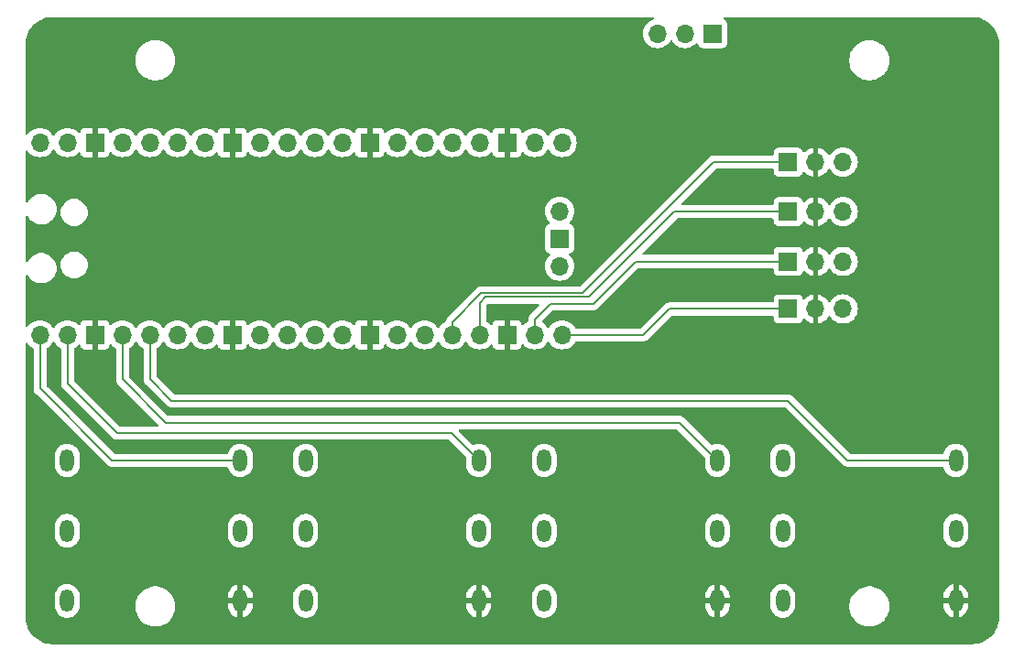
<source format=gbr>
%TF.GenerationSoftware,KiCad,Pcbnew,8.0.7*%
%TF.CreationDate,2025-04-18T20:19:49+02:00*%
%TF.ProjectId,midi_pedals,6d696469-5f70-4656-9461-6c732e6b6963,rev?*%
%TF.SameCoordinates,Original*%
%TF.FileFunction,Copper,L2,Bot*%
%TF.FilePolarity,Positive*%
%FSLAX46Y46*%
G04 Gerber Fmt 4.6, Leading zero omitted, Abs format (unit mm)*
G04 Created by KiCad (PCBNEW 8.0.7) date 2025-04-18 20:19:49*
%MOMM*%
%LPD*%
G01*
G04 APERTURE LIST*
%TA.AperFunction,ComponentPad*%
%ADD10O,1.300000X2.100000*%
%TD*%
%TA.AperFunction,ComponentPad*%
%ADD11R,1.700000X1.700000*%
%TD*%
%TA.AperFunction,ComponentPad*%
%ADD12O,1.700000X1.700000*%
%TD*%
%TA.AperFunction,Conductor*%
%ADD13C,0.200000*%
%TD*%
G04 APERTURE END LIST*
D10*
%TO.P,JACK4,0*%
%TO.N,unconnected-(JACK4-Pad0)*%
X173500000Y-78500000D03*
%TO.P,JACK4,1,Sleeve*%
%TO.N,GND*%
X189500000Y-78500000D03*
%TO.P,JACK4,2*%
%TO.N,unconnected-(JACK4-Pad2)*%
X173500000Y-72000000D03*
%TO.P,JACK4,3,Ring*%
%TO.N,unconnected-(JACK4-Ring-Pad3)*%
X189500000Y-72000000D03*
%TO.P,JACK4,4*%
%TO.N,unconnected-(JACK4-Pad4)*%
X173500000Y-65500000D03*
%TO.P,JACK4,5,Tip*%
%TO.N,/JACK3*%
X189500000Y-65500000D03*
%TD*%
%TO.P,JACK3,0*%
%TO.N,unconnected-(JACK3-Pad0)*%
X151450000Y-78500000D03*
%TO.P,JACK3,1,Sleeve*%
%TO.N,GND*%
X167450000Y-78500000D03*
%TO.P,JACK3,2*%
%TO.N,unconnected-(JACK3-Pad2)*%
X151450000Y-72000000D03*
%TO.P,JACK3,3,Ring*%
%TO.N,unconnected-(JACK3-Ring-Pad3)*%
X167450000Y-72000000D03*
%TO.P,JACK3,4*%
%TO.N,unconnected-(JACK3-Pad4)*%
X151450000Y-65500000D03*
%TO.P,JACK3,5,Tip*%
%TO.N,/JACK2*%
X167450000Y-65500000D03*
%TD*%
%TO.P,JACK2,0*%
%TO.N,unconnected-(JACK2-Pad0)*%
X129400000Y-78500000D03*
%TO.P,JACK2,1,Sleeve*%
%TO.N,GND*%
X145400000Y-78500000D03*
%TO.P,JACK2,2*%
%TO.N,unconnected-(JACK2-Pad2)*%
X129400000Y-72000000D03*
%TO.P,JACK2,3,Ring*%
%TO.N,unconnected-(JACK2-Ring-Pad3)*%
X145400000Y-72000000D03*
%TO.P,JACK2,4*%
%TO.N,unconnected-(JACK2-Pad4)*%
X129400000Y-65500000D03*
%TO.P,JACK2,5,Tip*%
%TO.N,/JACK1*%
X145400000Y-65500000D03*
%TD*%
%TO.P,JACK1,0*%
%TO.N,unconnected-(JACK1-Pad0)*%
X107350000Y-78500000D03*
%TO.P,JACK1,1,Sleeve*%
%TO.N,GND*%
X123350000Y-78500000D03*
%TO.P,JACK1,2*%
%TO.N,unconnected-(JACK1-Pad2)*%
X107350000Y-72000000D03*
%TO.P,JACK1,3,Ring*%
%TO.N,unconnected-(JACK1-Ring-Pad3)*%
X123350000Y-72000000D03*
%TO.P,JACK1,4*%
%TO.N,unconnected-(JACK1-Pad4)*%
X107350000Y-65500000D03*
%TO.P,JACK1,5,Tip*%
%TO.N,/JACK0*%
X123350000Y-65500000D03*
%TD*%
D11*
%TO.P,SW2,1*%
%TO.N,/TOGGLE1*%
X174000000Y-42500000D03*
D12*
%TO.P,SW2,2*%
%TO.N,GND*%
X176540000Y-42500000D03*
%TO.P,SW2,3*%
%TO.N,N/C*%
X179080000Y-42500000D03*
%TD*%
D11*
%TO.P,SW1,1*%
%TO.N,/TOGGLE0*%
X174000000Y-37900000D03*
D12*
%TO.P,SW1,2*%
%TO.N,GND*%
X176540000Y-37900000D03*
%TO.P,SW1,3*%
%TO.N,N/C*%
X179080000Y-37900000D03*
%TD*%
%TO.P,U1,1,GPIO0*%
%TO.N,/JACK0*%
X104840000Y-53890000D03*
%TO.P,U1,2,GPIO1*%
%TO.N,/JACK1*%
X107380000Y-53890000D03*
D11*
%TO.P,U1,3,GND*%
%TO.N,GND*%
X109920000Y-53890000D03*
D12*
%TO.P,U1,4,GPIO2*%
%TO.N,/JACK2*%
X112460000Y-53890000D03*
%TO.P,U1,5,GPIO3*%
%TO.N,/JACK3*%
X115000000Y-53890000D03*
%TO.P,U1,6,GPIO4*%
%TO.N,unconnected-(U1-GPIO4-Pad6)*%
X117540000Y-53890000D03*
%TO.P,U1,7,GPIO5*%
%TO.N,unconnected-(U1-GPIO5-Pad7)*%
X120080000Y-53890000D03*
D11*
%TO.P,U1,8,GND*%
%TO.N,GND*%
X122620000Y-53890000D03*
D12*
%TO.P,U1,9,GPIO6*%
%TO.N,unconnected-(U1-GPIO6-Pad9)*%
X125160000Y-53890000D03*
%TO.P,U1,10,GPIO7*%
%TO.N,unconnected-(U1-GPIO7-Pad10)*%
X127700000Y-53890000D03*
%TO.P,U1,11,GPIO8*%
%TO.N,unconnected-(U1-GPIO8-Pad11)*%
X130240000Y-53890000D03*
%TO.P,U1,12,GPIO9*%
%TO.N,unconnected-(U1-GPIO9-Pad12)*%
X132780000Y-53890000D03*
D11*
%TO.P,U1,13,GND*%
%TO.N,GND*%
X135320000Y-53890000D03*
D12*
%TO.P,U1,14,GPIO10*%
%TO.N,unconnected-(U1-GPIO10-Pad14)*%
X137860000Y-53890000D03*
%TO.P,U1,15,GPIO11*%
%TO.N,unconnected-(U1-GPIO11-Pad15)*%
X140400000Y-53890000D03*
%TO.P,U1,16,GPIO12*%
%TO.N,/TOGGLE0*%
X142940000Y-53890000D03*
%TO.P,U1,17,GPIO13*%
%TO.N,/TOGGLE1*%
X145480000Y-53890000D03*
D11*
%TO.P,U1,18,GND*%
%TO.N,GND*%
X148020000Y-53890000D03*
D12*
%TO.P,U1,19,GPIO14*%
%TO.N,/TOGGLE2*%
X150560000Y-53890000D03*
%TO.P,U1,20,GPIO15*%
%TO.N,/TOGGLE3*%
X153100000Y-53890000D03*
%TO.P,U1,21,GPIO16*%
%TO.N,unconnected-(U1-GPIO16-Pad21)*%
X153100000Y-36110000D03*
%TO.P,U1,22,GPIO17*%
%TO.N,unconnected-(U1-GPIO17-Pad22)*%
X150560000Y-36110000D03*
D11*
%TO.P,U1,23,GND*%
%TO.N,GND*%
X148020000Y-36110000D03*
D12*
%TO.P,U1,24,GPIO18*%
%TO.N,unconnected-(U1-GPIO18-Pad24)*%
X145480000Y-36110000D03*
%TO.P,U1,25,GPIO19*%
%TO.N,unconnected-(U1-GPIO19-Pad25)*%
X142940000Y-36110000D03*
%TO.P,U1,26,GPIO20*%
%TO.N,unconnected-(U1-GPIO20-Pad26)*%
X140400000Y-36110000D03*
%TO.P,U1,27,GPIO21*%
%TO.N,unconnected-(U1-GPIO21-Pad27)*%
X137860000Y-36110000D03*
D11*
%TO.P,U1,28,GND*%
%TO.N,GND*%
X135320000Y-36110000D03*
D12*
%TO.P,U1,29,GPIO22*%
%TO.N,unconnected-(U1-GPIO22-Pad29)*%
X132780000Y-36110000D03*
%TO.P,U1,30,RUN*%
%TO.N,unconnected-(U1-RUN-Pad30)*%
X130240000Y-36110000D03*
%TO.P,U1,31,GPIO26_ADC0*%
%TO.N,unconnected-(U1-GPIO26_ADC0-Pad31)*%
X127700000Y-36110000D03*
%TO.P,U1,32,GPIO27_ADC1*%
%TO.N,unconnected-(U1-GPIO27_ADC1-Pad32)*%
X125160000Y-36110000D03*
D11*
%TO.P,U1,33,AGND*%
%TO.N,GND*%
X122620000Y-36110000D03*
D12*
%TO.P,U1,34,GPIO28_ADC2*%
%TO.N,unconnected-(U1-GPIO28_ADC2-Pad34)*%
X120080000Y-36110000D03*
%TO.P,U1,35,ADC_VREF*%
%TO.N,unconnected-(U1-ADC_VREF-Pad35)*%
X117540000Y-36110000D03*
%TO.P,U1,36,3V3*%
%TO.N,unconnected-(U1-3V3-Pad36)*%
X115000000Y-36110000D03*
%TO.P,U1,37,3V3_EN*%
%TO.N,unconnected-(U1-3V3_EN-Pad37)*%
X112460000Y-36110000D03*
D11*
%TO.P,U1,38,GND*%
%TO.N,GND*%
X109920000Y-36110000D03*
D12*
%TO.P,U1,39,VSYS*%
%TO.N,unconnected-(U1-VSYS-Pad39)*%
X107380000Y-36110000D03*
%TO.P,U1,40,VBUS*%
%TO.N,unconnected-(U1-VBUS-Pad40)*%
X104840000Y-36110000D03*
%TO.P,U1,41,SWCLK*%
%TO.N,Net-(J1-Pin_1)*%
X152870000Y-47540000D03*
D11*
%TO.P,U1,42,GND*%
%TO.N,Net-(J1-Pin_2)*%
X152870000Y-45000000D03*
D12*
%TO.P,U1,43,SWDIO*%
%TO.N,Net-(J1-Pin_3)*%
X152870000Y-42460000D03*
%TD*%
D11*
%TO.P,SW4,1*%
%TO.N,/TOGGLE3*%
X174000000Y-51500000D03*
D12*
%TO.P,SW4,2*%
%TO.N,GND*%
X176540000Y-51500000D03*
%TO.P,SW4,3*%
%TO.N,N/C*%
X179080000Y-51500000D03*
%TD*%
D11*
%TO.P,J1,1,Pin_1*%
%TO.N,Net-(J1-Pin_1)*%
X167000000Y-26025000D03*
D12*
%TO.P,J1,2,Pin_2*%
%TO.N,Net-(J1-Pin_2)*%
X164460000Y-26025000D03*
%TO.P,J1,3,Pin_3*%
%TO.N,Net-(J1-Pin_3)*%
X161920000Y-26025000D03*
%TD*%
D11*
%TO.P,SW3,1*%
%TO.N,/TOGGLE2*%
X174000000Y-47100000D03*
D12*
%TO.P,SW3,2*%
%TO.N,GND*%
X176540000Y-47100000D03*
%TO.P,SW3,3*%
%TO.N,N/C*%
X179080000Y-47100000D03*
%TD*%
D13*
%TO.N,/TOGGLE0*%
X142940000Y-53890000D02*
X142940000Y-52687919D01*
X142940000Y-52687919D02*
X145627919Y-50000000D01*
X145627919Y-50000000D02*
X155000000Y-50000000D01*
X155000000Y-50000000D02*
X167100000Y-37900000D01*
X167100000Y-37900000D02*
X174000000Y-37900000D01*
%TO.N,/TOGGLE3*%
X163000000Y-51500000D02*
X174000000Y-51500000D01*
X153100000Y-53890000D02*
X160610000Y-53890000D01*
X160610000Y-53890000D02*
X163000000Y-51500000D01*
%TO.N,/TOGGLE2*%
X174000000Y-47100000D02*
X159900000Y-47100000D01*
X159900000Y-47100000D02*
X156000000Y-51000000D01*
X156000000Y-51000000D02*
X152000000Y-51000000D01*
X152000000Y-51000000D02*
X150560000Y-52440000D01*
X150560000Y-52440000D02*
X150560000Y-53890000D01*
%TO.N,/TOGGLE1*%
X145480000Y-53890000D02*
X145480000Y-50920000D01*
X146000000Y-50400000D02*
X155600000Y-50400000D01*
X145480000Y-50920000D02*
X146000000Y-50400000D01*
X155600000Y-50400000D02*
X163500000Y-42500000D01*
X163500000Y-42500000D02*
X174000000Y-42500000D01*
%TO.N,/JACK3*%
X115000000Y-53890000D02*
X115000000Y-58000000D01*
X115000000Y-58000000D02*
X117000000Y-60000000D01*
X117000000Y-60000000D02*
X174000000Y-60000000D01*
X174000000Y-60000000D02*
X179500000Y-65500000D01*
X179500000Y-65500000D02*
X189500000Y-65500000D01*
%TO.N,/JACK2*%
X112460000Y-53890000D02*
X112460000Y-58000000D01*
X112460000Y-58000000D02*
X116460000Y-62000000D01*
X116460000Y-62000000D02*
X163950000Y-62000000D01*
X163950000Y-62000000D02*
X167450000Y-65500000D01*
%TO.N,/JACK1*%
X107380000Y-58380000D02*
X112000000Y-63000000D01*
X107380000Y-53890000D02*
X107380000Y-58380000D01*
X112000000Y-63000000D02*
X142900000Y-63000000D01*
X142900000Y-63000000D02*
X145400000Y-65500000D01*
%TO.N,/JACK0*%
X123350000Y-65500000D02*
X111500000Y-65500000D01*
X111500000Y-65500000D02*
X104840000Y-58840000D01*
X104840000Y-58840000D02*
X104840000Y-53890000D01*
%TD*%
%TA.AperFunction,Conductor*%
%TO.N,GND*%
G36*
X161516742Y-24520185D02*
G01*
X161562497Y-24572989D01*
X161572441Y-24642147D01*
X161543416Y-24705703D01*
X161484638Y-24743477D01*
X161481796Y-24744275D01*
X161456344Y-24751094D01*
X161456335Y-24751098D01*
X161242171Y-24850964D01*
X161242169Y-24850965D01*
X161048597Y-24986505D01*
X160881505Y-25153597D01*
X160745965Y-25347169D01*
X160745964Y-25347171D01*
X160646098Y-25561335D01*
X160646094Y-25561344D01*
X160584938Y-25789586D01*
X160584936Y-25789596D01*
X160564341Y-26024999D01*
X160564341Y-26025000D01*
X160584936Y-26260403D01*
X160584938Y-26260413D01*
X160646094Y-26488655D01*
X160646096Y-26488659D01*
X160646097Y-26488663D01*
X160650000Y-26497032D01*
X160745965Y-26702830D01*
X160745967Y-26702834D01*
X160774755Y-26743947D01*
X160881505Y-26896401D01*
X161048599Y-27063495D01*
X161145384Y-27131265D01*
X161242165Y-27199032D01*
X161242167Y-27199033D01*
X161242170Y-27199035D01*
X161456337Y-27298903D01*
X161684592Y-27360063D01*
X161861034Y-27375500D01*
X161919999Y-27380659D01*
X161920000Y-27380659D01*
X161920001Y-27380659D01*
X161978966Y-27375500D01*
X162155408Y-27360063D01*
X162383663Y-27298903D01*
X162597830Y-27199035D01*
X162791401Y-27063495D01*
X162958495Y-26896401D01*
X163088425Y-26710842D01*
X163143002Y-26667217D01*
X163212500Y-26660023D01*
X163274855Y-26691546D01*
X163291575Y-26710842D01*
X163421500Y-26896395D01*
X163421505Y-26896401D01*
X163588599Y-27063495D01*
X163685384Y-27131265D01*
X163782165Y-27199032D01*
X163782167Y-27199033D01*
X163782170Y-27199035D01*
X163996337Y-27298903D01*
X164224592Y-27360063D01*
X164401034Y-27375500D01*
X164459999Y-27380659D01*
X164460000Y-27380659D01*
X164460001Y-27380659D01*
X164518966Y-27375500D01*
X164695408Y-27360063D01*
X164923663Y-27298903D01*
X165137830Y-27199035D01*
X165331401Y-27063495D01*
X165453329Y-26941566D01*
X165514648Y-26908084D01*
X165584340Y-26913068D01*
X165640274Y-26954939D01*
X165657189Y-26985917D01*
X165706202Y-27117328D01*
X165706206Y-27117335D01*
X165792452Y-27232544D01*
X165792455Y-27232547D01*
X165907664Y-27318793D01*
X165907671Y-27318797D01*
X166042517Y-27369091D01*
X166042516Y-27369091D01*
X166049444Y-27369835D01*
X166102127Y-27375500D01*
X167897872Y-27375499D01*
X167957483Y-27369091D01*
X168092331Y-27318796D01*
X168207546Y-27232546D01*
X168293796Y-27117331D01*
X168344091Y-26982483D01*
X168350500Y-26922873D01*
X168350499Y-25127128D01*
X168344091Y-25067517D01*
X168342810Y-25064083D01*
X168293797Y-24932671D01*
X168293793Y-24932664D01*
X168207547Y-24817455D01*
X168207544Y-24817452D01*
X168085231Y-24725888D01*
X168086752Y-24723855D01*
X168046823Y-24683925D01*
X168031972Y-24615652D01*
X168056390Y-24550188D01*
X168112324Y-24508318D01*
X168155656Y-24500500D01*
X190934108Y-24500500D01*
X190996249Y-24500500D01*
X191003736Y-24500726D01*
X191293796Y-24518271D01*
X191308657Y-24520075D01*
X191590798Y-24571780D01*
X191605335Y-24575363D01*
X191879172Y-24660695D01*
X191893163Y-24666000D01*
X192154743Y-24783727D01*
X192167989Y-24790680D01*
X192413465Y-24939075D01*
X192425776Y-24947573D01*
X192645884Y-25120016D01*
X192651573Y-25124473D01*
X192662781Y-25134403D01*
X192865596Y-25337218D01*
X192875526Y-25348426D01*
X192900525Y-25380335D01*
X193042336Y-25561344D01*
X193052422Y-25574217D01*
X193060928Y-25586540D01*
X193209316Y-25832004D01*
X193216275Y-25845263D01*
X193333997Y-26106831D01*
X193339306Y-26120832D01*
X193424635Y-26394663D01*
X193428219Y-26409201D01*
X193479923Y-26691340D01*
X193481728Y-26706205D01*
X193499274Y-26996263D01*
X193499500Y-27003750D01*
X193499500Y-79996249D01*
X193499274Y-80003736D01*
X193481728Y-80293794D01*
X193479923Y-80308659D01*
X193428219Y-80590798D01*
X193424635Y-80605336D01*
X193339306Y-80879167D01*
X193333997Y-80893168D01*
X193216275Y-81154736D01*
X193209316Y-81167995D01*
X193060928Y-81413459D01*
X193052422Y-81425782D01*
X192875526Y-81651573D01*
X192865596Y-81662781D01*
X192662781Y-81865596D01*
X192651573Y-81875526D01*
X192425782Y-82052422D01*
X192413459Y-82060928D01*
X192167995Y-82209316D01*
X192154736Y-82216275D01*
X191893168Y-82333997D01*
X191879167Y-82339306D01*
X191605336Y-82424635D01*
X191590798Y-82428219D01*
X191308659Y-82479923D01*
X191293794Y-82481728D01*
X191003736Y-82499274D01*
X190996249Y-82499500D01*
X106003751Y-82499500D01*
X105996264Y-82499274D01*
X105706205Y-82481728D01*
X105691340Y-82479923D01*
X105409201Y-82428219D01*
X105394663Y-82424635D01*
X105120832Y-82339306D01*
X105106831Y-82333997D01*
X104845263Y-82216275D01*
X104832004Y-82209316D01*
X104586540Y-82060928D01*
X104574217Y-82052422D01*
X104348426Y-81875526D01*
X104337218Y-81865596D01*
X104134403Y-81662781D01*
X104124473Y-81651573D01*
X103947573Y-81425776D01*
X103939075Y-81413465D01*
X103790680Y-81167989D01*
X103783727Y-81154743D01*
X103666000Y-80893163D01*
X103660693Y-80879167D01*
X103575364Y-80605336D01*
X103571780Y-80590798D01*
X103520076Y-80308659D01*
X103518271Y-80293794D01*
X103500726Y-80003736D01*
X103500500Y-79996249D01*
X103500500Y-78009448D01*
X106199500Y-78009448D01*
X106199500Y-78990551D01*
X106227829Y-79169410D01*
X106283787Y-79341636D01*
X106283788Y-79341639D01*
X106366006Y-79502997D01*
X106472441Y-79649494D01*
X106472445Y-79649499D01*
X106600500Y-79777554D01*
X106600505Y-79777558D01*
X106659214Y-79820212D01*
X106747006Y-79883996D01*
X106845356Y-79934108D01*
X106908360Y-79966211D01*
X106908363Y-79966212D01*
X106994476Y-79994191D01*
X107080591Y-80022171D01*
X107163429Y-80035291D01*
X107259449Y-80050500D01*
X107259454Y-80050500D01*
X107440551Y-80050500D01*
X107527259Y-80036765D01*
X107619409Y-80022171D01*
X107791639Y-79966211D01*
X107952994Y-79883996D01*
X108099501Y-79777553D01*
X108227553Y-79649501D01*
X108333996Y-79502994D01*
X108416211Y-79341639D01*
X108472171Y-79169409D01*
X108488723Y-79064905D01*
X108500500Y-78990551D01*
X108500500Y-78878711D01*
X113649500Y-78878711D01*
X113649500Y-79121288D01*
X113681161Y-79361785D01*
X113743947Y-79596104D01*
X113819108Y-79777558D01*
X113836776Y-79820212D01*
X113958064Y-80030289D01*
X113958066Y-80030292D01*
X113958067Y-80030293D01*
X114105733Y-80222736D01*
X114105739Y-80222743D01*
X114277256Y-80394260D01*
X114277262Y-80394265D01*
X114469711Y-80541936D01*
X114679788Y-80663224D01*
X114903900Y-80756054D01*
X115138211Y-80818838D01*
X115318586Y-80842584D01*
X115378711Y-80850500D01*
X115378712Y-80850500D01*
X115621289Y-80850500D01*
X115669388Y-80844167D01*
X115861789Y-80818838D01*
X116096100Y-80756054D01*
X116320212Y-80663224D01*
X116530289Y-80541936D01*
X116722738Y-80394265D01*
X116894265Y-80222738D01*
X117041936Y-80030289D01*
X117163224Y-79820212D01*
X117256054Y-79596100D01*
X117318838Y-79361789D01*
X117350500Y-79121288D01*
X117350500Y-78878712D01*
X117318838Y-78638211D01*
X117256054Y-78403900D01*
X117163224Y-78179788D01*
X117064904Y-78009493D01*
X122200000Y-78009493D01*
X122200000Y-78250000D01*
X123000000Y-78250000D01*
X123000000Y-78750000D01*
X122200000Y-78750000D01*
X122200000Y-78990506D01*
X122228317Y-79169293D01*
X122284251Y-79341444D01*
X122284252Y-79341447D01*
X122366434Y-79502734D01*
X122472823Y-79649169D01*
X122600830Y-79777176D01*
X122747265Y-79883565D01*
X122908552Y-79965747D01*
X122908555Y-79965748D01*
X123080699Y-80021680D01*
X123080712Y-80021683D01*
X123100000Y-80024738D01*
X123100000Y-79094975D01*
X123135095Y-79130070D01*
X123214905Y-79176148D01*
X123303922Y-79200000D01*
X123396078Y-79200000D01*
X123485095Y-79176148D01*
X123564905Y-79130070D01*
X123600000Y-79094975D01*
X123600000Y-80024737D01*
X123619287Y-80021683D01*
X123619300Y-80021680D01*
X123791444Y-79965748D01*
X123791447Y-79965747D01*
X123952734Y-79883565D01*
X124099169Y-79777176D01*
X124227176Y-79649169D01*
X124333565Y-79502734D01*
X124415747Y-79341447D01*
X124415748Y-79341444D01*
X124471682Y-79169293D01*
X124500000Y-78990506D01*
X124500000Y-78750000D01*
X123700000Y-78750000D01*
X123700000Y-78250000D01*
X124500000Y-78250000D01*
X124500000Y-78009493D01*
X124499993Y-78009448D01*
X128249500Y-78009448D01*
X128249500Y-78990551D01*
X128277829Y-79169410D01*
X128333787Y-79341636D01*
X128333788Y-79341639D01*
X128416006Y-79502997D01*
X128522441Y-79649494D01*
X128522445Y-79649499D01*
X128650500Y-79777554D01*
X128650505Y-79777558D01*
X128709214Y-79820212D01*
X128797006Y-79883996D01*
X128895356Y-79934108D01*
X128958360Y-79966211D01*
X128958363Y-79966212D01*
X129044476Y-79994191D01*
X129130591Y-80022171D01*
X129213429Y-80035291D01*
X129309449Y-80050500D01*
X129309454Y-80050500D01*
X129490551Y-80050500D01*
X129577259Y-80036765D01*
X129669409Y-80022171D01*
X129841639Y-79966211D01*
X130002994Y-79883996D01*
X130149501Y-79777553D01*
X130277553Y-79649501D01*
X130383996Y-79502994D01*
X130466211Y-79341639D01*
X130522171Y-79169409D01*
X130538723Y-79064905D01*
X130550500Y-78990551D01*
X130550500Y-78009493D01*
X144250000Y-78009493D01*
X144250000Y-78250000D01*
X145050000Y-78250000D01*
X145050000Y-78750000D01*
X144250000Y-78750000D01*
X144250000Y-78990506D01*
X144278317Y-79169293D01*
X144334251Y-79341444D01*
X144334252Y-79341447D01*
X144416434Y-79502734D01*
X144522823Y-79649169D01*
X144650830Y-79777176D01*
X144797265Y-79883565D01*
X144958552Y-79965747D01*
X144958555Y-79965748D01*
X145130699Y-80021680D01*
X145130712Y-80021683D01*
X145150000Y-80024738D01*
X145150000Y-79094975D01*
X145185095Y-79130070D01*
X145264905Y-79176148D01*
X145353922Y-79200000D01*
X145446078Y-79200000D01*
X145535095Y-79176148D01*
X145614905Y-79130070D01*
X145650000Y-79094975D01*
X145650000Y-80024737D01*
X145669287Y-80021683D01*
X145669300Y-80021680D01*
X145841444Y-79965748D01*
X145841447Y-79965747D01*
X146002734Y-79883565D01*
X146149169Y-79777176D01*
X146277176Y-79649169D01*
X146383565Y-79502734D01*
X146465747Y-79341447D01*
X146465748Y-79341444D01*
X146521682Y-79169293D01*
X146550000Y-78990506D01*
X146550000Y-78750000D01*
X145750000Y-78750000D01*
X145750000Y-78250000D01*
X146550000Y-78250000D01*
X146550000Y-78009493D01*
X146549993Y-78009448D01*
X150299500Y-78009448D01*
X150299500Y-78990551D01*
X150327829Y-79169410D01*
X150383787Y-79341636D01*
X150383788Y-79341639D01*
X150466006Y-79502997D01*
X150572441Y-79649494D01*
X150572445Y-79649499D01*
X150700500Y-79777554D01*
X150700505Y-79777558D01*
X150759214Y-79820212D01*
X150847006Y-79883996D01*
X150945356Y-79934108D01*
X151008360Y-79966211D01*
X151008363Y-79966212D01*
X151094476Y-79994191D01*
X151180591Y-80022171D01*
X151263429Y-80035291D01*
X151359449Y-80050500D01*
X151359454Y-80050500D01*
X151540551Y-80050500D01*
X151627259Y-80036765D01*
X151719409Y-80022171D01*
X151891639Y-79966211D01*
X152052994Y-79883996D01*
X152199501Y-79777553D01*
X152327553Y-79649501D01*
X152433996Y-79502994D01*
X152516211Y-79341639D01*
X152572171Y-79169409D01*
X152588723Y-79064905D01*
X152600500Y-78990551D01*
X152600500Y-78009493D01*
X166300000Y-78009493D01*
X166300000Y-78250000D01*
X167100000Y-78250000D01*
X167100000Y-78750000D01*
X166300000Y-78750000D01*
X166300000Y-78990506D01*
X166328317Y-79169293D01*
X166384251Y-79341444D01*
X166384252Y-79341447D01*
X166466434Y-79502734D01*
X166572823Y-79649169D01*
X166700830Y-79777176D01*
X166847265Y-79883565D01*
X167008552Y-79965747D01*
X167008555Y-79965748D01*
X167180699Y-80021680D01*
X167180712Y-80021683D01*
X167200000Y-80024738D01*
X167200000Y-79094975D01*
X167235095Y-79130070D01*
X167314905Y-79176148D01*
X167403922Y-79200000D01*
X167496078Y-79200000D01*
X167585095Y-79176148D01*
X167664905Y-79130070D01*
X167700000Y-79094975D01*
X167700000Y-80024737D01*
X167719287Y-80021683D01*
X167719300Y-80021680D01*
X167891444Y-79965748D01*
X167891447Y-79965747D01*
X168052734Y-79883565D01*
X168199169Y-79777176D01*
X168327176Y-79649169D01*
X168433565Y-79502734D01*
X168515747Y-79341447D01*
X168515748Y-79341444D01*
X168571682Y-79169293D01*
X168600000Y-78990506D01*
X168600000Y-78750000D01*
X167800000Y-78750000D01*
X167800000Y-78250000D01*
X168600000Y-78250000D01*
X168600000Y-78009493D01*
X168599993Y-78009448D01*
X172349500Y-78009448D01*
X172349500Y-78990551D01*
X172377829Y-79169410D01*
X172433787Y-79341636D01*
X172433788Y-79341639D01*
X172516006Y-79502997D01*
X172622441Y-79649494D01*
X172622445Y-79649499D01*
X172750500Y-79777554D01*
X172750505Y-79777558D01*
X172809214Y-79820212D01*
X172897006Y-79883996D01*
X172995356Y-79934108D01*
X173058360Y-79966211D01*
X173058363Y-79966212D01*
X173144476Y-79994191D01*
X173230591Y-80022171D01*
X173313429Y-80035291D01*
X173409449Y-80050500D01*
X173409454Y-80050500D01*
X173590551Y-80050500D01*
X173677259Y-80036765D01*
X173769409Y-80022171D01*
X173941639Y-79966211D01*
X174102994Y-79883996D01*
X174249501Y-79777553D01*
X174377553Y-79649501D01*
X174483996Y-79502994D01*
X174566211Y-79341639D01*
X174622171Y-79169409D01*
X174638723Y-79064905D01*
X174650500Y-78990551D01*
X174650500Y-78878711D01*
X179649500Y-78878711D01*
X179649500Y-79121288D01*
X179681161Y-79361785D01*
X179743947Y-79596104D01*
X179819108Y-79777558D01*
X179836776Y-79820212D01*
X179958064Y-80030289D01*
X179958066Y-80030292D01*
X179958067Y-80030293D01*
X180105733Y-80222736D01*
X180105739Y-80222743D01*
X180277256Y-80394260D01*
X180277262Y-80394265D01*
X180469711Y-80541936D01*
X180679788Y-80663224D01*
X180903900Y-80756054D01*
X181138211Y-80818838D01*
X181318586Y-80842584D01*
X181378711Y-80850500D01*
X181378712Y-80850500D01*
X181621289Y-80850500D01*
X181669388Y-80844167D01*
X181861789Y-80818838D01*
X182096100Y-80756054D01*
X182320212Y-80663224D01*
X182530289Y-80541936D01*
X182722738Y-80394265D01*
X182894265Y-80222738D01*
X183041936Y-80030289D01*
X183163224Y-79820212D01*
X183256054Y-79596100D01*
X183318838Y-79361789D01*
X183350500Y-79121288D01*
X183350500Y-78878712D01*
X183318838Y-78638211D01*
X183256054Y-78403900D01*
X183163224Y-78179788D01*
X183064904Y-78009493D01*
X188350000Y-78009493D01*
X188350000Y-78250000D01*
X189150000Y-78250000D01*
X189150000Y-78750000D01*
X188350000Y-78750000D01*
X188350000Y-78990506D01*
X188378317Y-79169293D01*
X188434251Y-79341444D01*
X188434252Y-79341447D01*
X188516434Y-79502734D01*
X188622823Y-79649169D01*
X188750830Y-79777176D01*
X188897265Y-79883565D01*
X189058552Y-79965747D01*
X189058555Y-79965748D01*
X189230699Y-80021680D01*
X189230712Y-80021683D01*
X189250000Y-80024738D01*
X189250000Y-79094975D01*
X189285095Y-79130070D01*
X189364905Y-79176148D01*
X189453922Y-79200000D01*
X189546078Y-79200000D01*
X189635095Y-79176148D01*
X189714905Y-79130070D01*
X189750000Y-79094975D01*
X189750000Y-80024737D01*
X189769287Y-80021683D01*
X189769300Y-80021680D01*
X189941444Y-79965748D01*
X189941447Y-79965747D01*
X190102734Y-79883565D01*
X190249169Y-79777176D01*
X190377176Y-79649169D01*
X190483565Y-79502734D01*
X190565747Y-79341447D01*
X190565748Y-79341444D01*
X190621682Y-79169293D01*
X190650000Y-78990506D01*
X190650000Y-78750000D01*
X189850000Y-78750000D01*
X189850000Y-78250000D01*
X190650000Y-78250000D01*
X190650000Y-78009493D01*
X190621682Y-77830706D01*
X190565748Y-77658555D01*
X190565747Y-77658552D01*
X190483565Y-77497265D01*
X190377176Y-77350830D01*
X190249169Y-77222823D01*
X190102734Y-77116434D01*
X189941447Y-77034252D01*
X189941441Y-77034250D01*
X189769295Y-76978318D01*
X189769285Y-76978315D01*
X189750000Y-76975260D01*
X189750000Y-77905025D01*
X189714905Y-77869930D01*
X189635095Y-77823852D01*
X189546078Y-77800000D01*
X189453922Y-77800000D01*
X189364905Y-77823852D01*
X189285095Y-77869930D01*
X189250000Y-77905025D01*
X189250000Y-76975260D01*
X189230714Y-76978315D01*
X189230704Y-76978318D01*
X189058558Y-77034250D01*
X189058552Y-77034252D01*
X188897265Y-77116434D01*
X188750830Y-77222823D01*
X188622823Y-77350830D01*
X188516434Y-77497265D01*
X188434252Y-77658552D01*
X188434251Y-77658555D01*
X188378317Y-77830706D01*
X188350000Y-78009493D01*
X183064904Y-78009493D01*
X183041936Y-77969711D01*
X182930015Y-77823852D01*
X182894266Y-77777263D01*
X182894260Y-77777256D01*
X182722743Y-77605739D01*
X182722736Y-77605733D01*
X182530293Y-77458067D01*
X182530292Y-77458066D01*
X182530289Y-77458064D01*
X182320212Y-77336776D01*
X182320205Y-77336773D01*
X182096104Y-77243947D01*
X181861785Y-77181161D01*
X181621289Y-77149500D01*
X181621288Y-77149500D01*
X181378712Y-77149500D01*
X181378711Y-77149500D01*
X181138214Y-77181161D01*
X180903895Y-77243947D01*
X180679794Y-77336773D01*
X180679785Y-77336777D01*
X180469706Y-77458067D01*
X180277263Y-77605733D01*
X180277256Y-77605739D01*
X180105739Y-77777256D01*
X180105733Y-77777263D01*
X179958067Y-77969706D01*
X179836777Y-78179785D01*
X179836773Y-78179794D01*
X179743947Y-78403895D01*
X179681161Y-78638214D01*
X179649500Y-78878711D01*
X174650500Y-78878711D01*
X174650500Y-78009448D01*
X174634019Y-77905397D01*
X174622171Y-77830591D01*
X174566211Y-77658361D01*
X174566211Y-77658360D01*
X174537740Y-77602484D01*
X174483996Y-77497006D01*
X174455703Y-77458064D01*
X174377558Y-77350505D01*
X174377554Y-77350500D01*
X174249499Y-77222445D01*
X174249494Y-77222441D01*
X174102997Y-77116006D01*
X174102996Y-77116005D01*
X174102994Y-77116004D01*
X174051300Y-77089664D01*
X173941639Y-77033788D01*
X173941636Y-77033787D01*
X173769410Y-76977829D01*
X173590551Y-76949500D01*
X173590546Y-76949500D01*
X173409454Y-76949500D01*
X173409449Y-76949500D01*
X173230589Y-76977829D01*
X173058363Y-77033787D01*
X173058360Y-77033788D01*
X172897002Y-77116006D01*
X172750505Y-77222441D01*
X172750500Y-77222445D01*
X172622445Y-77350500D01*
X172622441Y-77350505D01*
X172516006Y-77497002D01*
X172433788Y-77658360D01*
X172433787Y-77658363D01*
X172377829Y-77830589D01*
X172349500Y-78009448D01*
X168599993Y-78009448D01*
X168571682Y-77830706D01*
X168515748Y-77658555D01*
X168515747Y-77658552D01*
X168433565Y-77497265D01*
X168327176Y-77350830D01*
X168199169Y-77222823D01*
X168052734Y-77116434D01*
X167891447Y-77034252D01*
X167891441Y-77034250D01*
X167719295Y-76978318D01*
X167719285Y-76978315D01*
X167700000Y-76975260D01*
X167700000Y-77905025D01*
X167664905Y-77869930D01*
X167585095Y-77823852D01*
X167496078Y-77800000D01*
X167403922Y-77800000D01*
X167314905Y-77823852D01*
X167235095Y-77869930D01*
X167200000Y-77905025D01*
X167200000Y-76975260D01*
X167180714Y-76978315D01*
X167180704Y-76978318D01*
X167008558Y-77034250D01*
X167008552Y-77034252D01*
X166847265Y-77116434D01*
X166700830Y-77222823D01*
X166572823Y-77350830D01*
X166466434Y-77497265D01*
X166384252Y-77658552D01*
X166384251Y-77658555D01*
X166328317Y-77830706D01*
X166300000Y-78009493D01*
X152600500Y-78009493D01*
X152600500Y-78009448D01*
X152584019Y-77905397D01*
X152572171Y-77830591D01*
X152516211Y-77658361D01*
X152516211Y-77658360D01*
X152487740Y-77602484D01*
X152433996Y-77497006D01*
X152405703Y-77458064D01*
X152327558Y-77350505D01*
X152327554Y-77350500D01*
X152199499Y-77222445D01*
X152199494Y-77222441D01*
X152052997Y-77116006D01*
X152052996Y-77116005D01*
X152052994Y-77116004D01*
X152001300Y-77089664D01*
X151891639Y-77033788D01*
X151891636Y-77033787D01*
X151719410Y-76977829D01*
X151540551Y-76949500D01*
X151540546Y-76949500D01*
X151359454Y-76949500D01*
X151359449Y-76949500D01*
X151180589Y-76977829D01*
X151008363Y-77033787D01*
X151008360Y-77033788D01*
X150847002Y-77116006D01*
X150700505Y-77222441D01*
X150700500Y-77222445D01*
X150572445Y-77350500D01*
X150572441Y-77350505D01*
X150466006Y-77497002D01*
X150383788Y-77658360D01*
X150383787Y-77658363D01*
X150327829Y-77830589D01*
X150299500Y-78009448D01*
X146549993Y-78009448D01*
X146521682Y-77830706D01*
X146465748Y-77658555D01*
X146465747Y-77658552D01*
X146383565Y-77497265D01*
X146277176Y-77350830D01*
X146149169Y-77222823D01*
X146002734Y-77116434D01*
X145841447Y-77034252D01*
X145841441Y-77034250D01*
X145669295Y-76978318D01*
X145669285Y-76978315D01*
X145650000Y-76975260D01*
X145650000Y-77905025D01*
X145614905Y-77869930D01*
X145535095Y-77823852D01*
X145446078Y-77800000D01*
X145353922Y-77800000D01*
X145264905Y-77823852D01*
X145185095Y-77869930D01*
X145150000Y-77905025D01*
X145150000Y-76975260D01*
X145130714Y-76978315D01*
X145130704Y-76978318D01*
X144958558Y-77034250D01*
X144958552Y-77034252D01*
X144797265Y-77116434D01*
X144650830Y-77222823D01*
X144522823Y-77350830D01*
X144416434Y-77497265D01*
X144334252Y-77658552D01*
X144334251Y-77658555D01*
X144278317Y-77830706D01*
X144250000Y-78009493D01*
X130550500Y-78009493D01*
X130550500Y-78009448D01*
X130534019Y-77905397D01*
X130522171Y-77830591D01*
X130466211Y-77658361D01*
X130466211Y-77658360D01*
X130437740Y-77602484D01*
X130383996Y-77497006D01*
X130355703Y-77458064D01*
X130277558Y-77350505D01*
X130277554Y-77350500D01*
X130149499Y-77222445D01*
X130149494Y-77222441D01*
X130002997Y-77116006D01*
X130002996Y-77116005D01*
X130002994Y-77116004D01*
X129951300Y-77089664D01*
X129841639Y-77033788D01*
X129841636Y-77033787D01*
X129669410Y-76977829D01*
X129490551Y-76949500D01*
X129490546Y-76949500D01*
X129309454Y-76949500D01*
X129309449Y-76949500D01*
X129130589Y-76977829D01*
X128958363Y-77033787D01*
X128958360Y-77033788D01*
X128797002Y-77116006D01*
X128650505Y-77222441D01*
X128650500Y-77222445D01*
X128522445Y-77350500D01*
X128522441Y-77350505D01*
X128416006Y-77497002D01*
X128333788Y-77658360D01*
X128333787Y-77658363D01*
X128277829Y-77830589D01*
X128249500Y-78009448D01*
X124499993Y-78009448D01*
X124471682Y-77830706D01*
X124415748Y-77658555D01*
X124415747Y-77658552D01*
X124333565Y-77497265D01*
X124227176Y-77350830D01*
X124099169Y-77222823D01*
X123952734Y-77116434D01*
X123791447Y-77034252D01*
X123791441Y-77034250D01*
X123619295Y-76978318D01*
X123619285Y-76978315D01*
X123600000Y-76975260D01*
X123600000Y-77905025D01*
X123564905Y-77869930D01*
X123485095Y-77823852D01*
X123396078Y-77800000D01*
X123303922Y-77800000D01*
X123214905Y-77823852D01*
X123135095Y-77869930D01*
X123100000Y-77905025D01*
X123100000Y-76975260D01*
X123080714Y-76978315D01*
X123080704Y-76978318D01*
X122908558Y-77034250D01*
X122908552Y-77034252D01*
X122747265Y-77116434D01*
X122600830Y-77222823D01*
X122472823Y-77350830D01*
X122366434Y-77497265D01*
X122284252Y-77658552D01*
X122284251Y-77658555D01*
X122228317Y-77830706D01*
X122200000Y-78009493D01*
X117064904Y-78009493D01*
X117041936Y-77969711D01*
X116930015Y-77823852D01*
X116894266Y-77777263D01*
X116894260Y-77777256D01*
X116722743Y-77605739D01*
X116722736Y-77605733D01*
X116530293Y-77458067D01*
X116530292Y-77458066D01*
X116530289Y-77458064D01*
X116320212Y-77336776D01*
X116320205Y-77336773D01*
X116096104Y-77243947D01*
X115861785Y-77181161D01*
X115621289Y-77149500D01*
X115621288Y-77149500D01*
X115378712Y-77149500D01*
X115378711Y-77149500D01*
X115138214Y-77181161D01*
X114903895Y-77243947D01*
X114679794Y-77336773D01*
X114679785Y-77336777D01*
X114469706Y-77458067D01*
X114277263Y-77605733D01*
X114277256Y-77605739D01*
X114105739Y-77777256D01*
X114105733Y-77777263D01*
X113958067Y-77969706D01*
X113836777Y-78179785D01*
X113836773Y-78179794D01*
X113743947Y-78403895D01*
X113681161Y-78638214D01*
X113649500Y-78878711D01*
X108500500Y-78878711D01*
X108500500Y-78009448D01*
X108484019Y-77905397D01*
X108472171Y-77830591D01*
X108416211Y-77658361D01*
X108416211Y-77658360D01*
X108387740Y-77602484D01*
X108333996Y-77497006D01*
X108305703Y-77458064D01*
X108227558Y-77350505D01*
X108227554Y-77350500D01*
X108099499Y-77222445D01*
X108099494Y-77222441D01*
X107952997Y-77116006D01*
X107952996Y-77116005D01*
X107952994Y-77116004D01*
X107901300Y-77089664D01*
X107791639Y-77033788D01*
X107791636Y-77033787D01*
X107619410Y-76977829D01*
X107440551Y-76949500D01*
X107440546Y-76949500D01*
X107259454Y-76949500D01*
X107259449Y-76949500D01*
X107080589Y-76977829D01*
X106908363Y-77033787D01*
X106908360Y-77033788D01*
X106747002Y-77116006D01*
X106600505Y-77222441D01*
X106600500Y-77222445D01*
X106472445Y-77350500D01*
X106472441Y-77350505D01*
X106366006Y-77497002D01*
X106283788Y-77658360D01*
X106283787Y-77658363D01*
X106227829Y-77830589D01*
X106199500Y-78009448D01*
X103500500Y-78009448D01*
X103500500Y-71509448D01*
X106199500Y-71509448D01*
X106199500Y-72490551D01*
X106227829Y-72669410D01*
X106283787Y-72841636D01*
X106283788Y-72841639D01*
X106366006Y-73002997D01*
X106472441Y-73149494D01*
X106472445Y-73149499D01*
X106600500Y-73277554D01*
X106600505Y-73277558D01*
X106728287Y-73370396D01*
X106747006Y-73383996D01*
X106852484Y-73437740D01*
X106908360Y-73466211D01*
X106908363Y-73466212D01*
X106994476Y-73494191D01*
X107080591Y-73522171D01*
X107163429Y-73535291D01*
X107259449Y-73550500D01*
X107259454Y-73550500D01*
X107440551Y-73550500D01*
X107527259Y-73536765D01*
X107619409Y-73522171D01*
X107791639Y-73466211D01*
X107952994Y-73383996D01*
X108099501Y-73277553D01*
X108227553Y-73149501D01*
X108333996Y-73002994D01*
X108416211Y-72841639D01*
X108472171Y-72669409D01*
X108486765Y-72577259D01*
X108500500Y-72490551D01*
X108500500Y-71509448D01*
X122199500Y-71509448D01*
X122199500Y-72490551D01*
X122227829Y-72669410D01*
X122283787Y-72841636D01*
X122283788Y-72841639D01*
X122366006Y-73002997D01*
X122472441Y-73149494D01*
X122472445Y-73149499D01*
X122600500Y-73277554D01*
X122600505Y-73277558D01*
X122728287Y-73370396D01*
X122747006Y-73383996D01*
X122852484Y-73437740D01*
X122908360Y-73466211D01*
X122908363Y-73466212D01*
X122994476Y-73494191D01*
X123080591Y-73522171D01*
X123163429Y-73535291D01*
X123259449Y-73550500D01*
X123259454Y-73550500D01*
X123440551Y-73550500D01*
X123527259Y-73536765D01*
X123619409Y-73522171D01*
X123791639Y-73466211D01*
X123952994Y-73383996D01*
X124099501Y-73277553D01*
X124227553Y-73149501D01*
X124333996Y-73002994D01*
X124416211Y-72841639D01*
X124472171Y-72669409D01*
X124486765Y-72577259D01*
X124500500Y-72490551D01*
X124500500Y-71509448D01*
X128249500Y-71509448D01*
X128249500Y-72490551D01*
X128277829Y-72669410D01*
X128333787Y-72841636D01*
X128333788Y-72841639D01*
X128416006Y-73002997D01*
X128522441Y-73149494D01*
X128522445Y-73149499D01*
X128650500Y-73277554D01*
X128650505Y-73277558D01*
X128778287Y-73370396D01*
X128797006Y-73383996D01*
X128902484Y-73437740D01*
X128958360Y-73466211D01*
X128958363Y-73466212D01*
X129044476Y-73494191D01*
X129130591Y-73522171D01*
X129213429Y-73535291D01*
X129309449Y-73550500D01*
X129309454Y-73550500D01*
X129490551Y-73550500D01*
X129577259Y-73536765D01*
X129669409Y-73522171D01*
X129841639Y-73466211D01*
X130002994Y-73383996D01*
X130149501Y-73277553D01*
X130277553Y-73149501D01*
X130383996Y-73002994D01*
X130466211Y-72841639D01*
X130522171Y-72669409D01*
X130536765Y-72577259D01*
X130550500Y-72490551D01*
X130550500Y-71509448D01*
X144249500Y-71509448D01*
X144249500Y-72490551D01*
X144277829Y-72669410D01*
X144333787Y-72841636D01*
X144333788Y-72841639D01*
X144416006Y-73002997D01*
X144522441Y-73149494D01*
X144522445Y-73149499D01*
X144650500Y-73277554D01*
X144650505Y-73277558D01*
X144778287Y-73370396D01*
X144797006Y-73383996D01*
X144902484Y-73437740D01*
X144958360Y-73466211D01*
X144958363Y-73466212D01*
X145044476Y-73494191D01*
X145130591Y-73522171D01*
X145213429Y-73535291D01*
X145309449Y-73550500D01*
X145309454Y-73550500D01*
X145490551Y-73550500D01*
X145577259Y-73536765D01*
X145669409Y-73522171D01*
X145841639Y-73466211D01*
X146002994Y-73383996D01*
X146149501Y-73277553D01*
X146277553Y-73149501D01*
X146383996Y-73002994D01*
X146466211Y-72841639D01*
X146522171Y-72669409D01*
X146536765Y-72577259D01*
X146550500Y-72490551D01*
X146550500Y-71509448D01*
X150299500Y-71509448D01*
X150299500Y-72490551D01*
X150327829Y-72669410D01*
X150383787Y-72841636D01*
X150383788Y-72841639D01*
X150466006Y-73002997D01*
X150572441Y-73149494D01*
X150572445Y-73149499D01*
X150700500Y-73277554D01*
X150700505Y-73277558D01*
X150828287Y-73370396D01*
X150847006Y-73383996D01*
X150952484Y-73437740D01*
X151008360Y-73466211D01*
X151008363Y-73466212D01*
X151094476Y-73494191D01*
X151180591Y-73522171D01*
X151263429Y-73535291D01*
X151359449Y-73550500D01*
X151359454Y-73550500D01*
X151540551Y-73550500D01*
X151627259Y-73536765D01*
X151719409Y-73522171D01*
X151891639Y-73466211D01*
X152052994Y-73383996D01*
X152199501Y-73277553D01*
X152327553Y-73149501D01*
X152433996Y-73002994D01*
X152516211Y-72841639D01*
X152572171Y-72669409D01*
X152586765Y-72577259D01*
X152600500Y-72490551D01*
X152600500Y-71509448D01*
X166299500Y-71509448D01*
X166299500Y-72490551D01*
X166327829Y-72669410D01*
X166383787Y-72841636D01*
X166383788Y-72841639D01*
X166466006Y-73002997D01*
X166572441Y-73149494D01*
X166572445Y-73149499D01*
X166700500Y-73277554D01*
X166700505Y-73277558D01*
X166828287Y-73370396D01*
X166847006Y-73383996D01*
X166952484Y-73437740D01*
X167008360Y-73466211D01*
X167008363Y-73466212D01*
X167094476Y-73494191D01*
X167180591Y-73522171D01*
X167263429Y-73535291D01*
X167359449Y-73550500D01*
X167359454Y-73550500D01*
X167540551Y-73550500D01*
X167627259Y-73536765D01*
X167719409Y-73522171D01*
X167891639Y-73466211D01*
X168052994Y-73383996D01*
X168199501Y-73277553D01*
X168327553Y-73149501D01*
X168433996Y-73002994D01*
X168516211Y-72841639D01*
X168572171Y-72669409D01*
X168586765Y-72577259D01*
X168600500Y-72490551D01*
X168600500Y-71509448D01*
X172349500Y-71509448D01*
X172349500Y-72490551D01*
X172377829Y-72669410D01*
X172433787Y-72841636D01*
X172433788Y-72841639D01*
X172516006Y-73002997D01*
X172622441Y-73149494D01*
X172622445Y-73149499D01*
X172750500Y-73277554D01*
X172750505Y-73277558D01*
X172878287Y-73370396D01*
X172897006Y-73383996D01*
X173002484Y-73437740D01*
X173058360Y-73466211D01*
X173058363Y-73466212D01*
X173144476Y-73494191D01*
X173230591Y-73522171D01*
X173313429Y-73535291D01*
X173409449Y-73550500D01*
X173409454Y-73550500D01*
X173590551Y-73550500D01*
X173677259Y-73536765D01*
X173769409Y-73522171D01*
X173941639Y-73466211D01*
X174102994Y-73383996D01*
X174249501Y-73277553D01*
X174377553Y-73149501D01*
X174483996Y-73002994D01*
X174566211Y-72841639D01*
X174622171Y-72669409D01*
X174636765Y-72577259D01*
X174650500Y-72490551D01*
X174650500Y-71509448D01*
X188349500Y-71509448D01*
X188349500Y-72490551D01*
X188377829Y-72669410D01*
X188433787Y-72841636D01*
X188433788Y-72841639D01*
X188516006Y-73002997D01*
X188622441Y-73149494D01*
X188622445Y-73149499D01*
X188750500Y-73277554D01*
X188750505Y-73277558D01*
X188878287Y-73370396D01*
X188897006Y-73383996D01*
X189002484Y-73437740D01*
X189058360Y-73466211D01*
X189058363Y-73466212D01*
X189144476Y-73494191D01*
X189230591Y-73522171D01*
X189313429Y-73535291D01*
X189409449Y-73550500D01*
X189409454Y-73550500D01*
X189590551Y-73550500D01*
X189677259Y-73536765D01*
X189769409Y-73522171D01*
X189941639Y-73466211D01*
X190102994Y-73383996D01*
X190249501Y-73277553D01*
X190377553Y-73149501D01*
X190483996Y-73002994D01*
X190566211Y-72841639D01*
X190622171Y-72669409D01*
X190636765Y-72577259D01*
X190650500Y-72490551D01*
X190650500Y-71509448D01*
X190634019Y-71405397D01*
X190622171Y-71330591D01*
X190566211Y-71158361D01*
X190566211Y-71158360D01*
X190537740Y-71102484D01*
X190483996Y-70997006D01*
X190470396Y-70978287D01*
X190377558Y-70850505D01*
X190377554Y-70850500D01*
X190249499Y-70722445D01*
X190249494Y-70722441D01*
X190102997Y-70616006D01*
X190102996Y-70616005D01*
X190102994Y-70616004D01*
X190051300Y-70589664D01*
X189941639Y-70533788D01*
X189941636Y-70533787D01*
X189769410Y-70477829D01*
X189590551Y-70449500D01*
X189590546Y-70449500D01*
X189409454Y-70449500D01*
X189409449Y-70449500D01*
X189230589Y-70477829D01*
X189058363Y-70533787D01*
X189058360Y-70533788D01*
X188897002Y-70616006D01*
X188750505Y-70722441D01*
X188750500Y-70722445D01*
X188622445Y-70850500D01*
X188622441Y-70850505D01*
X188516006Y-70997002D01*
X188433788Y-71158360D01*
X188433787Y-71158363D01*
X188377829Y-71330589D01*
X188349500Y-71509448D01*
X174650500Y-71509448D01*
X174634019Y-71405397D01*
X174622171Y-71330591D01*
X174566211Y-71158361D01*
X174566211Y-71158360D01*
X174537740Y-71102484D01*
X174483996Y-70997006D01*
X174470396Y-70978287D01*
X174377558Y-70850505D01*
X174377554Y-70850500D01*
X174249499Y-70722445D01*
X174249494Y-70722441D01*
X174102997Y-70616006D01*
X174102996Y-70616005D01*
X174102994Y-70616004D01*
X174051300Y-70589664D01*
X173941639Y-70533788D01*
X173941636Y-70533787D01*
X173769410Y-70477829D01*
X173590551Y-70449500D01*
X173590546Y-70449500D01*
X173409454Y-70449500D01*
X173409449Y-70449500D01*
X173230589Y-70477829D01*
X173058363Y-70533787D01*
X173058360Y-70533788D01*
X172897002Y-70616006D01*
X172750505Y-70722441D01*
X172750500Y-70722445D01*
X172622445Y-70850500D01*
X172622441Y-70850505D01*
X172516006Y-70997002D01*
X172433788Y-71158360D01*
X172433787Y-71158363D01*
X172377829Y-71330589D01*
X172349500Y-71509448D01*
X168600500Y-71509448D01*
X168584019Y-71405397D01*
X168572171Y-71330591D01*
X168516211Y-71158361D01*
X168516211Y-71158360D01*
X168487740Y-71102484D01*
X168433996Y-70997006D01*
X168420396Y-70978287D01*
X168327558Y-70850505D01*
X168327554Y-70850500D01*
X168199499Y-70722445D01*
X168199494Y-70722441D01*
X168052997Y-70616006D01*
X168052996Y-70616005D01*
X168052994Y-70616004D01*
X168001300Y-70589664D01*
X167891639Y-70533788D01*
X167891636Y-70533787D01*
X167719410Y-70477829D01*
X167540551Y-70449500D01*
X167540546Y-70449500D01*
X167359454Y-70449500D01*
X167359449Y-70449500D01*
X167180589Y-70477829D01*
X167008363Y-70533787D01*
X167008360Y-70533788D01*
X166847002Y-70616006D01*
X166700505Y-70722441D01*
X166700500Y-70722445D01*
X166572445Y-70850500D01*
X166572441Y-70850505D01*
X166466006Y-70997002D01*
X166383788Y-71158360D01*
X166383787Y-71158363D01*
X166327829Y-71330589D01*
X166299500Y-71509448D01*
X152600500Y-71509448D01*
X152584019Y-71405397D01*
X152572171Y-71330591D01*
X152516211Y-71158361D01*
X152516211Y-71158360D01*
X152487740Y-71102484D01*
X152433996Y-70997006D01*
X152420396Y-70978287D01*
X152327558Y-70850505D01*
X152327554Y-70850500D01*
X152199499Y-70722445D01*
X152199494Y-70722441D01*
X152052997Y-70616006D01*
X152052996Y-70616005D01*
X152052994Y-70616004D01*
X152001300Y-70589664D01*
X151891639Y-70533788D01*
X151891636Y-70533787D01*
X151719410Y-70477829D01*
X151540551Y-70449500D01*
X151540546Y-70449500D01*
X151359454Y-70449500D01*
X151359449Y-70449500D01*
X151180589Y-70477829D01*
X151008363Y-70533787D01*
X151008360Y-70533788D01*
X150847002Y-70616006D01*
X150700505Y-70722441D01*
X150700500Y-70722445D01*
X150572445Y-70850500D01*
X150572441Y-70850505D01*
X150466006Y-70997002D01*
X150383788Y-71158360D01*
X150383787Y-71158363D01*
X150327829Y-71330589D01*
X150299500Y-71509448D01*
X146550500Y-71509448D01*
X146534019Y-71405397D01*
X146522171Y-71330591D01*
X146466211Y-71158361D01*
X146466211Y-71158360D01*
X146437740Y-71102484D01*
X146383996Y-70997006D01*
X146370396Y-70978287D01*
X146277558Y-70850505D01*
X146277554Y-70850500D01*
X146149499Y-70722445D01*
X146149494Y-70722441D01*
X146002997Y-70616006D01*
X146002996Y-70616005D01*
X146002994Y-70616004D01*
X145951300Y-70589664D01*
X145841639Y-70533788D01*
X145841636Y-70533787D01*
X145669410Y-70477829D01*
X145490551Y-70449500D01*
X145490546Y-70449500D01*
X145309454Y-70449500D01*
X145309449Y-70449500D01*
X145130589Y-70477829D01*
X144958363Y-70533787D01*
X144958360Y-70533788D01*
X144797002Y-70616006D01*
X144650505Y-70722441D01*
X144650500Y-70722445D01*
X144522445Y-70850500D01*
X144522441Y-70850505D01*
X144416006Y-70997002D01*
X144333788Y-71158360D01*
X144333787Y-71158363D01*
X144277829Y-71330589D01*
X144249500Y-71509448D01*
X130550500Y-71509448D01*
X130534019Y-71405397D01*
X130522171Y-71330591D01*
X130466211Y-71158361D01*
X130466211Y-71158360D01*
X130437740Y-71102484D01*
X130383996Y-70997006D01*
X130370396Y-70978287D01*
X130277558Y-70850505D01*
X130277554Y-70850500D01*
X130149499Y-70722445D01*
X130149494Y-70722441D01*
X130002997Y-70616006D01*
X130002996Y-70616005D01*
X130002994Y-70616004D01*
X129951300Y-70589664D01*
X129841639Y-70533788D01*
X129841636Y-70533787D01*
X129669410Y-70477829D01*
X129490551Y-70449500D01*
X129490546Y-70449500D01*
X129309454Y-70449500D01*
X129309449Y-70449500D01*
X129130589Y-70477829D01*
X128958363Y-70533787D01*
X128958360Y-70533788D01*
X128797002Y-70616006D01*
X128650505Y-70722441D01*
X128650500Y-70722445D01*
X128522445Y-70850500D01*
X128522441Y-70850505D01*
X128416006Y-70997002D01*
X128333788Y-71158360D01*
X128333787Y-71158363D01*
X128277829Y-71330589D01*
X128249500Y-71509448D01*
X124500500Y-71509448D01*
X124484019Y-71405397D01*
X124472171Y-71330591D01*
X124416211Y-71158361D01*
X124416211Y-71158360D01*
X124387740Y-71102484D01*
X124333996Y-70997006D01*
X124320396Y-70978287D01*
X124227558Y-70850505D01*
X124227554Y-70850500D01*
X124099499Y-70722445D01*
X124099494Y-70722441D01*
X123952997Y-70616006D01*
X123952996Y-70616005D01*
X123952994Y-70616004D01*
X123901300Y-70589664D01*
X123791639Y-70533788D01*
X123791636Y-70533787D01*
X123619410Y-70477829D01*
X123440551Y-70449500D01*
X123440546Y-70449500D01*
X123259454Y-70449500D01*
X123259449Y-70449500D01*
X123080589Y-70477829D01*
X122908363Y-70533787D01*
X122908360Y-70533788D01*
X122747002Y-70616006D01*
X122600505Y-70722441D01*
X122600500Y-70722445D01*
X122472445Y-70850500D01*
X122472441Y-70850505D01*
X122366006Y-70997002D01*
X122283788Y-71158360D01*
X122283787Y-71158363D01*
X122227829Y-71330589D01*
X122199500Y-71509448D01*
X108500500Y-71509448D01*
X108484019Y-71405397D01*
X108472171Y-71330591D01*
X108416211Y-71158361D01*
X108416211Y-71158360D01*
X108387740Y-71102484D01*
X108333996Y-70997006D01*
X108320396Y-70978287D01*
X108227558Y-70850505D01*
X108227554Y-70850500D01*
X108099499Y-70722445D01*
X108099494Y-70722441D01*
X107952997Y-70616006D01*
X107952996Y-70616005D01*
X107952994Y-70616004D01*
X107901300Y-70589664D01*
X107791639Y-70533788D01*
X107791636Y-70533787D01*
X107619410Y-70477829D01*
X107440551Y-70449500D01*
X107440546Y-70449500D01*
X107259454Y-70449500D01*
X107259449Y-70449500D01*
X107080589Y-70477829D01*
X106908363Y-70533787D01*
X106908360Y-70533788D01*
X106747002Y-70616006D01*
X106600505Y-70722441D01*
X106600500Y-70722445D01*
X106472445Y-70850500D01*
X106472441Y-70850505D01*
X106366006Y-70997002D01*
X106283788Y-71158360D01*
X106283787Y-71158363D01*
X106227829Y-71330589D01*
X106199500Y-71509448D01*
X103500500Y-71509448D01*
X103500500Y-65009448D01*
X106199500Y-65009448D01*
X106199500Y-65990551D01*
X106227829Y-66169410D01*
X106283787Y-66341636D01*
X106283788Y-66341639D01*
X106366006Y-66502997D01*
X106472441Y-66649494D01*
X106472445Y-66649499D01*
X106600500Y-66777554D01*
X106600505Y-66777558D01*
X106728287Y-66870396D01*
X106747006Y-66883996D01*
X106852484Y-66937740D01*
X106908360Y-66966211D01*
X106908363Y-66966212D01*
X106994476Y-66994191D01*
X107080591Y-67022171D01*
X107163429Y-67035291D01*
X107259449Y-67050500D01*
X107259454Y-67050500D01*
X107440551Y-67050500D01*
X107527259Y-67036765D01*
X107619409Y-67022171D01*
X107791639Y-66966211D01*
X107952994Y-66883996D01*
X108099501Y-66777553D01*
X108227553Y-66649501D01*
X108333996Y-66502994D01*
X108416211Y-66341639D01*
X108472171Y-66169409D01*
X108489567Y-66059573D01*
X108500500Y-65990551D01*
X108500500Y-65009448D01*
X108478649Y-64871493D01*
X108472171Y-64830591D01*
X108416211Y-64658361D01*
X108416211Y-64658360D01*
X108387740Y-64602484D01*
X108333996Y-64497006D01*
X108320396Y-64478287D01*
X108227558Y-64350505D01*
X108227554Y-64350500D01*
X108099499Y-64222445D01*
X108099494Y-64222441D01*
X107952997Y-64116006D01*
X107952996Y-64116005D01*
X107952994Y-64116004D01*
X107901300Y-64089664D01*
X107791639Y-64033788D01*
X107791636Y-64033787D01*
X107619410Y-63977829D01*
X107440551Y-63949500D01*
X107440546Y-63949500D01*
X107259454Y-63949500D01*
X107259449Y-63949500D01*
X107080589Y-63977829D01*
X106908363Y-64033787D01*
X106908360Y-64033788D01*
X106747002Y-64116006D01*
X106600505Y-64222441D01*
X106600500Y-64222445D01*
X106472445Y-64350500D01*
X106472441Y-64350505D01*
X106366006Y-64497002D01*
X106283788Y-64658360D01*
X106283787Y-64658363D01*
X106227829Y-64830589D01*
X106199500Y-65009448D01*
X103500500Y-65009448D01*
X103500500Y-54724799D01*
X103520185Y-54657760D01*
X103572989Y-54612005D01*
X103642147Y-54602061D01*
X103705703Y-54631086D01*
X103726075Y-54653676D01*
X103801500Y-54761395D01*
X103801505Y-54761401D01*
X103968599Y-54928495D01*
X104045135Y-54982086D01*
X104162165Y-55064032D01*
X104162167Y-55064033D01*
X104162170Y-55064035D01*
X104167898Y-55066706D01*
X104220339Y-55112872D01*
X104239500Y-55179090D01*
X104239500Y-58753330D01*
X104239499Y-58753348D01*
X104239499Y-58919054D01*
X104239498Y-58919054D01*
X104280423Y-59071785D01*
X104309358Y-59121900D01*
X104309359Y-59121904D01*
X104309360Y-59121904D01*
X104359479Y-59208714D01*
X104359481Y-59208717D01*
X104478349Y-59327585D01*
X104478355Y-59327590D01*
X111015139Y-65864374D01*
X111015149Y-65864385D01*
X111019479Y-65868715D01*
X111019480Y-65868716D01*
X111131284Y-65980520D01*
X111131286Y-65980521D01*
X111131290Y-65980524D01*
X111148658Y-65990551D01*
X111268216Y-66059577D01*
X111380019Y-66089534D01*
X111420942Y-66100500D01*
X111420943Y-66100500D01*
X122115347Y-66100500D01*
X122182386Y-66120185D01*
X122228141Y-66172989D01*
X122233278Y-66186182D01*
X122283787Y-66341636D01*
X122283788Y-66341639D01*
X122366006Y-66502997D01*
X122472441Y-66649494D01*
X122472445Y-66649499D01*
X122600500Y-66777554D01*
X122600505Y-66777558D01*
X122728287Y-66870396D01*
X122747006Y-66883996D01*
X122852484Y-66937740D01*
X122908360Y-66966211D01*
X122908363Y-66966212D01*
X122994476Y-66994191D01*
X123080591Y-67022171D01*
X123163429Y-67035291D01*
X123259449Y-67050500D01*
X123259454Y-67050500D01*
X123440551Y-67050500D01*
X123527259Y-67036765D01*
X123619409Y-67022171D01*
X123791639Y-66966211D01*
X123952994Y-66883996D01*
X124099501Y-66777553D01*
X124227553Y-66649501D01*
X124333996Y-66502994D01*
X124416211Y-66341639D01*
X124472171Y-66169409D01*
X124489567Y-66059573D01*
X124500500Y-65990551D01*
X124500500Y-65009448D01*
X128249500Y-65009448D01*
X128249500Y-65990551D01*
X128277829Y-66169410D01*
X128333787Y-66341636D01*
X128333788Y-66341639D01*
X128416006Y-66502997D01*
X128522441Y-66649494D01*
X128522445Y-66649499D01*
X128650500Y-66777554D01*
X128650505Y-66777558D01*
X128778287Y-66870396D01*
X128797006Y-66883996D01*
X128902484Y-66937740D01*
X128958360Y-66966211D01*
X128958363Y-66966212D01*
X129044476Y-66994191D01*
X129130591Y-67022171D01*
X129213429Y-67035291D01*
X129309449Y-67050500D01*
X129309454Y-67050500D01*
X129490551Y-67050500D01*
X129577259Y-67036765D01*
X129669409Y-67022171D01*
X129841639Y-66966211D01*
X130002994Y-66883996D01*
X130149501Y-66777553D01*
X130277553Y-66649501D01*
X130383996Y-66502994D01*
X130466211Y-66341639D01*
X130522171Y-66169409D01*
X130539567Y-66059573D01*
X130550500Y-65990551D01*
X130550500Y-65009448D01*
X130528649Y-64871493D01*
X130522171Y-64830591D01*
X130466211Y-64658361D01*
X130466211Y-64658360D01*
X130437740Y-64602484D01*
X130383996Y-64497006D01*
X130370396Y-64478287D01*
X130277558Y-64350505D01*
X130277554Y-64350500D01*
X130149499Y-64222445D01*
X130149494Y-64222441D01*
X130002997Y-64116006D01*
X130002996Y-64116005D01*
X130002994Y-64116004D01*
X129951300Y-64089664D01*
X129841639Y-64033788D01*
X129841636Y-64033787D01*
X129669410Y-63977829D01*
X129490551Y-63949500D01*
X129490546Y-63949500D01*
X129309454Y-63949500D01*
X129309449Y-63949500D01*
X129130589Y-63977829D01*
X128958363Y-64033787D01*
X128958360Y-64033788D01*
X128797002Y-64116006D01*
X128650505Y-64222441D01*
X128650500Y-64222445D01*
X128522445Y-64350500D01*
X128522441Y-64350505D01*
X128416006Y-64497002D01*
X128333788Y-64658360D01*
X128333787Y-64658363D01*
X128277829Y-64830589D01*
X128249500Y-65009448D01*
X124500500Y-65009448D01*
X124478649Y-64871493D01*
X124472171Y-64830591D01*
X124416211Y-64658361D01*
X124416211Y-64658360D01*
X124387740Y-64602484D01*
X124333996Y-64497006D01*
X124320396Y-64478287D01*
X124227558Y-64350505D01*
X124227554Y-64350500D01*
X124099499Y-64222445D01*
X124099494Y-64222441D01*
X123952997Y-64116006D01*
X123952996Y-64116005D01*
X123952994Y-64116004D01*
X123901300Y-64089664D01*
X123791639Y-64033788D01*
X123791636Y-64033787D01*
X123619410Y-63977829D01*
X123440551Y-63949500D01*
X123440546Y-63949500D01*
X123259454Y-63949500D01*
X123259449Y-63949500D01*
X123080589Y-63977829D01*
X122908363Y-64033787D01*
X122908360Y-64033788D01*
X122747002Y-64116006D01*
X122600505Y-64222441D01*
X122600500Y-64222445D01*
X122472445Y-64350500D01*
X122472441Y-64350505D01*
X122366006Y-64497002D01*
X122283788Y-64658360D01*
X122283787Y-64658363D01*
X122233278Y-64813818D01*
X122193841Y-64871493D01*
X122129482Y-64898692D01*
X122115347Y-64899500D01*
X111800097Y-64899500D01*
X111733058Y-64879815D01*
X111712416Y-64863181D01*
X105476819Y-58627584D01*
X105443334Y-58566261D01*
X105440500Y-58539903D01*
X105440500Y-55179090D01*
X105460185Y-55112051D01*
X105512101Y-55066706D01*
X105517830Y-55064035D01*
X105711401Y-54928495D01*
X105878495Y-54761401D01*
X106008425Y-54575842D01*
X106063002Y-54532217D01*
X106132500Y-54525023D01*
X106194855Y-54556546D01*
X106211575Y-54575842D01*
X106341500Y-54761395D01*
X106341505Y-54761401D01*
X106508599Y-54928495D01*
X106585135Y-54982086D01*
X106702165Y-55064032D01*
X106702167Y-55064033D01*
X106702170Y-55064035D01*
X106707898Y-55066706D01*
X106760339Y-55112872D01*
X106779500Y-55179090D01*
X106779500Y-58293330D01*
X106779499Y-58293348D01*
X106779499Y-58459054D01*
X106779498Y-58459054D01*
X106820423Y-58611785D01*
X106849358Y-58661900D01*
X106849359Y-58661904D01*
X106849360Y-58661904D01*
X106899479Y-58748714D01*
X106899481Y-58748717D01*
X107018349Y-58867585D01*
X107018354Y-58867589D01*
X111631284Y-63480520D01*
X111631286Y-63480521D01*
X111631290Y-63480524D01*
X111768209Y-63559573D01*
X111768216Y-63559577D01*
X111920943Y-63600501D01*
X111920945Y-63600501D01*
X112086654Y-63600501D01*
X112086670Y-63600500D01*
X142599903Y-63600500D01*
X142666942Y-63620185D01*
X142687584Y-63636819D01*
X144213181Y-65162416D01*
X144246666Y-65223739D01*
X144249500Y-65250097D01*
X144249500Y-65990551D01*
X144277829Y-66169410D01*
X144333787Y-66341636D01*
X144333788Y-66341639D01*
X144416006Y-66502997D01*
X144522441Y-66649494D01*
X144522445Y-66649499D01*
X144650500Y-66777554D01*
X144650505Y-66777558D01*
X144778287Y-66870396D01*
X144797006Y-66883996D01*
X144902484Y-66937740D01*
X144958360Y-66966211D01*
X144958363Y-66966212D01*
X145044476Y-66994191D01*
X145130591Y-67022171D01*
X145213429Y-67035291D01*
X145309449Y-67050500D01*
X145309454Y-67050500D01*
X145490551Y-67050500D01*
X145577259Y-67036765D01*
X145669409Y-67022171D01*
X145841639Y-66966211D01*
X146002994Y-66883996D01*
X146149501Y-66777553D01*
X146277553Y-66649501D01*
X146383996Y-66502994D01*
X146466211Y-66341639D01*
X146522171Y-66169409D01*
X146539567Y-66059573D01*
X146550500Y-65990551D01*
X146550500Y-65009448D01*
X150299500Y-65009448D01*
X150299500Y-65990551D01*
X150327829Y-66169410D01*
X150383787Y-66341636D01*
X150383788Y-66341639D01*
X150466006Y-66502997D01*
X150572441Y-66649494D01*
X150572445Y-66649499D01*
X150700500Y-66777554D01*
X150700505Y-66777558D01*
X150828287Y-66870396D01*
X150847006Y-66883996D01*
X150952484Y-66937740D01*
X151008360Y-66966211D01*
X151008363Y-66966212D01*
X151094476Y-66994191D01*
X151180591Y-67022171D01*
X151263429Y-67035291D01*
X151359449Y-67050500D01*
X151359454Y-67050500D01*
X151540551Y-67050500D01*
X151627259Y-67036765D01*
X151719409Y-67022171D01*
X151891639Y-66966211D01*
X152052994Y-66883996D01*
X152199501Y-66777553D01*
X152327553Y-66649501D01*
X152433996Y-66502994D01*
X152516211Y-66341639D01*
X152572171Y-66169409D01*
X152589567Y-66059573D01*
X152600500Y-65990551D01*
X152600500Y-65009448D01*
X152578649Y-64871493D01*
X152572171Y-64830591D01*
X152516211Y-64658361D01*
X152516211Y-64658360D01*
X152487740Y-64602484D01*
X152433996Y-64497006D01*
X152420396Y-64478287D01*
X152327558Y-64350505D01*
X152327554Y-64350500D01*
X152199499Y-64222445D01*
X152199494Y-64222441D01*
X152052997Y-64116006D01*
X152052996Y-64116005D01*
X152052994Y-64116004D01*
X152001300Y-64089664D01*
X151891639Y-64033788D01*
X151891636Y-64033787D01*
X151719410Y-63977829D01*
X151540551Y-63949500D01*
X151540546Y-63949500D01*
X151359454Y-63949500D01*
X151359449Y-63949500D01*
X151180589Y-63977829D01*
X151008363Y-64033787D01*
X151008360Y-64033788D01*
X150847002Y-64116006D01*
X150700505Y-64222441D01*
X150700500Y-64222445D01*
X150572445Y-64350500D01*
X150572441Y-64350505D01*
X150466006Y-64497002D01*
X150383788Y-64658360D01*
X150383787Y-64658363D01*
X150327829Y-64830589D01*
X150299500Y-65009448D01*
X146550500Y-65009448D01*
X146528649Y-64871493D01*
X146522171Y-64830591D01*
X146466211Y-64658361D01*
X146466211Y-64658360D01*
X146437740Y-64602484D01*
X146383996Y-64497006D01*
X146370396Y-64478287D01*
X146277558Y-64350505D01*
X146277554Y-64350500D01*
X146149499Y-64222445D01*
X146149494Y-64222441D01*
X146002997Y-64116006D01*
X146002996Y-64116005D01*
X146002994Y-64116004D01*
X145951300Y-64089664D01*
X145841639Y-64033788D01*
X145841636Y-64033787D01*
X145669410Y-63977829D01*
X145490551Y-63949500D01*
X145490546Y-63949500D01*
X145309454Y-63949500D01*
X145309449Y-63949500D01*
X145130589Y-63977829D01*
X144958363Y-64033787D01*
X144922474Y-64052073D01*
X144853805Y-64064967D01*
X144789065Y-64038688D01*
X144778502Y-64029267D01*
X143561416Y-62812181D01*
X143527931Y-62750858D01*
X143532915Y-62681166D01*
X143574787Y-62625233D01*
X143640251Y-62600816D01*
X143649097Y-62600500D01*
X163649903Y-62600500D01*
X163716942Y-62620185D01*
X163737584Y-62636819D01*
X166263181Y-65162416D01*
X166296666Y-65223739D01*
X166299500Y-65250097D01*
X166299500Y-65990551D01*
X166327829Y-66169410D01*
X166383787Y-66341636D01*
X166383788Y-66341639D01*
X166466006Y-66502997D01*
X166572441Y-66649494D01*
X166572445Y-66649499D01*
X166700500Y-66777554D01*
X166700505Y-66777558D01*
X166828287Y-66870396D01*
X166847006Y-66883996D01*
X166952484Y-66937740D01*
X167008360Y-66966211D01*
X167008363Y-66966212D01*
X167094476Y-66994191D01*
X167180591Y-67022171D01*
X167263429Y-67035291D01*
X167359449Y-67050500D01*
X167359454Y-67050500D01*
X167540551Y-67050500D01*
X167627259Y-67036765D01*
X167719409Y-67022171D01*
X167891639Y-66966211D01*
X168052994Y-66883996D01*
X168199501Y-66777553D01*
X168327553Y-66649501D01*
X168433996Y-66502994D01*
X168516211Y-66341639D01*
X168572171Y-66169409D01*
X168589567Y-66059573D01*
X168600500Y-65990551D01*
X168600500Y-65009448D01*
X172349500Y-65009448D01*
X172349500Y-65990551D01*
X172377829Y-66169410D01*
X172433787Y-66341636D01*
X172433788Y-66341639D01*
X172516006Y-66502997D01*
X172622441Y-66649494D01*
X172622445Y-66649499D01*
X172750500Y-66777554D01*
X172750505Y-66777558D01*
X172878287Y-66870396D01*
X172897006Y-66883996D01*
X173002484Y-66937740D01*
X173058360Y-66966211D01*
X173058363Y-66966212D01*
X173144476Y-66994191D01*
X173230591Y-67022171D01*
X173313429Y-67035291D01*
X173409449Y-67050500D01*
X173409454Y-67050500D01*
X173590551Y-67050500D01*
X173677259Y-67036765D01*
X173769409Y-67022171D01*
X173941639Y-66966211D01*
X174102994Y-66883996D01*
X174249501Y-66777553D01*
X174377553Y-66649501D01*
X174483996Y-66502994D01*
X174566211Y-66341639D01*
X174622171Y-66169409D01*
X174639567Y-66059573D01*
X174650500Y-65990551D01*
X174650500Y-65009448D01*
X174628649Y-64871493D01*
X174622171Y-64830591D01*
X174566211Y-64658361D01*
X174566211Y-64658360D01*
X174537740Y-64602484D01*
X174483996Y-64497006D01*
X174470396Y-64478287D01*
X174377558Y-64350505D01*
X174377554Y-64350500D01*
X174249499Y-64222445D01*
X174249494Y-64222441D01*
X174102997Y-64116006D01*
X174102996Y-64116005D01*
X174102994Y-64116004D01*
X174051300Y-64089664D01*
X173941639Y-64033788D01*
X173941636Y-64033787D01*
X173769410Y-63977829D01*
X173590551Y-63949500D01*
X173590546Y-63949500D01*
X173409454Y-63949500D01*
X173409449Y-63949500D01*
X173230589Y-63977829D01*
X173058363Y-64033787D01*
X173058360Y-64033788D01*
X172897002Y-64116006D01*
X172750505Y-64222441D01*
X172750500Y-64222445D01*
X172622445Y-64350500D01*
X172622441Y-64350505D01*
X172516006Y-64497002D01*
X172433788Y-64658360D01*
X172433787Y-64658363D01*
X172377829Y-64830589D01*
X172349500Y-65009448D01*
X168600500Y-65009448D01*
X168578649Y-64871493D01*
X168572171Y-64830591D01*
X168516211Y-64658361D01*
X168516211Y-64658360D01*
X168487740Y-64602484D01*
X168433996Y-64497006D01*
X168420396Y-64478287D01*
X168327558Y-64350505D01*
X168327554Y-64350500D01*
X168199499Y-64222445D01*
X168199494Y-64222441D01*
X168052997Y-64116006D01*
X168052996Y-64116005D01*
X168052994Y-64116004D01*
X168001300Y-64089664D01*
X167891639Y-64033788D01*
X167891636Y-64033787D01*
X167719410Y-63977829D01*
X167540551Y-63949500D01*
X167540546Y-63949500D01*
X167359454Y-63949500D01*
X167359449Y-63949500D01*
X167180589Y-63977829D01*
X167008363Y-64033787D01*
X166972474Y-64052073D01*
X166903805Y-64064967D01*
X166839065Y-64038688D01*
X166828502Y-64029267D01*
X164437590Y-61638355D01*
X164437588Y-61638352D01*
X164318717Y-61519481D01*
X164318716Y-61519480D01*
X164231904Y-61469360D01*
X164231904Y-61469359D01*
X164231900Y-61469358D01*
X164181785Y-61440423D01*
X164029057Y-61399499D01*
X163870943Y-61399499D01*
X163863347Y-61399499D01*
X163863331Y-61399500D01*
X116760097Y-61399500D01*
X116693058Y-61379815D01*
X116672416Y-61363181D01*
X113096819Y-57787584D01*
X113063334Y-57726261D01*
X113060500Y-57699903D01*
X113060500Y-55179090D01*
X113080185Y-55112051D01*
X113132101Y-55066706D01*
X113137830Y-55064035D01*
X113331401Y-54928495D01*
X113498495Y-54761401D01*
X113628425Y-54575842D01*
X113683002Y-54532217D01*
X113752500Y-54525023D01*
X113814855Y-54556546D01*
X113831575Y-54575842D01*
X113961500Y-54761395D01*
X113961505Y-54761401D01*
X114128599Y-54928495D01*
X114205135Y-54982086D01*
X114322165Y-55064032D01*
X114322167Y-55064033D01*
X114322170Y-55064035D01*
X114327898Y-55066706D01*
X114380339Y-55112872D01*
X114399500Y-55179090D01*
X114399500Y-57913330D01*
X114399499Y-57913348D01*
X114399499Y-58079054D01*
X114399498Y-58079054D01*
X114399499Y-58079057D01*
X114440423Y-58231785D01*
X114444872Y-58239491D01*
X114444875Y-58239501D01*
X114444877Y-58239500D01*
X114519475Y-58368709D01*
X114519481Y-58368717D01*
X114638349Y-58487585D01*
X114638355Y-58487590D01*
X116515139Y-60364374D01*
X116515149Y-60364385D01*
X116519479Y-60368715D01*
X116519480Y-60368716D01*
X116631284Y-60480520D01*
X116718095Y-60530639D01*
X116718097Y-60530641D01*
X116756151Y-60552611D01*
X116768215Y-60559577D01*
X116920943Y-60600500D01*
X173699903Y-60600500D01*
X173766942Y-60620185D01*
X173787583Y-60636818D01*
X179131284Y-65980520D01*
X179131286Y-65980521D01*
X179131290Y-65980524D01*
X179148658Y-65990551D01*
X179268216Y-66059577D01*
X179420943Y-66100501D01*
X179420945Y-66100501D01*
X179586654Y-66100501D01*
X179586670Y-66100500D01*
X188265347Y-66100500D01*
X188332386Y-66120185D01*
X188378141Y-66172989D01*
X188383278Y-66186182D01*
X188433787Y-66341636D01*
X188433788Y-66341639D01*
X188516006Y-66502997D01*
X188622441Y-66649494D01*
X188622445Y-66649499D01*
X188750500Y-66777554D01*
X188750505Y-66777558D01*
X188878287Y-66870396D01*
X188897006Y-66883996D01*
X189002484Y-66937740D01*
X189058360Y-66966211D01*
X189058363Y-66966212D01*
X189144476Y-66994191D01*
X189230591Y-67022171D01*
X189313429Y-67035291D01*
X189409449Y-67050500D01*
X189409454Y-67050500D01*
X189590551Y-67050500D01*
X189677259Y-67036765D01*
X189769409Y-67022171D01*
X189941639Y-66966211D01*
X190102994Y-66883996D01*
X190249501Y-66777553D01*
X190377553Y-66649501D01*
X190483996Y-66502994D01*
X190566211Y-66341639D01*
X190622171Y-66169409D01*
X190639567Y-66059573D01*
X190650500Y-65990551D01*
X190650500Y-65009448D01*
X190628649Y-64871493D01*
X190622171Y-64830591D01*
X190566211Y-64658361D01*
X190566211Y-64658360D01*
X190537740Y-64602484D01*
X190483996Y-64497006D01*
X190470396Y-64478287D01*
X190377558Y-64350505D01*
X190377554Y-64350500D01*
X190249499Y-64222445D01*
X190249494Y-64222441D01*
X190102997Y-64116006D01*
X190102996Y-64116005D01*
X190102994Y-64116004D01*
X190051300Y-64089664D01*
X189941639Y-64033788D01*
X189941636Y-64033787D01*
X189769410Y-63977829D01*
X189590551Y-63949500D01*
X189590546Y-63949500D01*
X189409454Y-63949500D01*
X189409449Y-63949500D01*
X189230589Y-63977829D01*
X189058363Y-64033787D01*
X189058360Y-64033788D01*
X188897002Y-64116006D01*
X188750505Y-64222441D01*
X188750500Y-64222445D01*
X188622445Y-64350500D01*
X188622441Y-64350505D01*
X188516006Y-64497002D01*
X188433788Y-64658360D01*
X188433787Y-64658363D01*
X188383278Y-64813818D01*
X188343841Y-64871493D01*
X188279482Y-64898692D01*
X188265347Y-64899500D01*
X179800098Y-64899500D01*
X179733059Y-64879815D01*
X179712417Y-64863181D01*
X174487590Y-59638355D01*
X174487588Y-59638352D01*
X174368717Y-59519481D01*
X174368716Y-59519480D01*
X174281904Y-59469360D01*
X174281904Y-59469359D01*
X174281900Y-59469358D01*
X174231785Y-59440423D01*
X174079057Y-59399499D01*
X173920943Y-59399499D01*
X173913347Y-59399499D01*
X173913331Y-59399500D01*
X117300097Y-59399500D01*
X117233058Y-59379815D01*
X117212416Y-59363181D01*
X115636819Y-57787584D01*
X115603334Y-57726261D01*
X115600500Y-57699903D01*
X115600500Y-55179090D01*
X115620185Y-55112051D01*
X115672101Y-55066706D01*
X115677830Y-55064035D01*
X115871401Y-54928495D01*
X116038495Y-54761401D01*
X116168425Y-54575842D01*
X116223002Y-54532217D01*
X116292500Y-54525023D01*
X116354855Y-54556546D01*
X116371575Y-54575842D01*
X116501500Y-54761395D01*
X116501505Y-54761401D01*
X116668599Y-54928495D01*
X116745135Y-54982086D01*
X116862165Y-55064032D01*
X116862167Y-55064033D01*
X116862170Y-55064035D01*
X117076337Y-55163903D01*
X117304592Y-55225063D01*
X117475319Y-55240000D01*
X117539999Y-55245659D01*
X117540000Y-55245659D01*
X117540001Y-55245659D01*
X117604681Y-55240000D01*
X117775408Y-55225063D01*
X118003663Y-55163903D01*
X118217830Y-55064035D01*
X118411401Y-54928495D01*
X118578495Y-54761401D01*
X118708425Y-54575842D01*
X118763002Y-54532217D01*
X118832500Y-54525023D01*
X118894855Y-54556546D01*
X118911575Y-54575842D01*
X119041500Y-54761395D01*
X119041505Y-54761401D01*
X119208599Y-54928495D01*
X119285135Y-54982086D01*
X119402165Y-55064032D01*
X119402167Y-55064033D01*
X119402170Y-55064035D01*
X119616337Y-55163903D01*
X119844592Y-55225063D01*
X120015319Y-55240000D01*
X120079999Y-55245659D01*
X120080000Y-55245659D01*
X120080001Y-55245659D01*
X120144681Y-55240000D01*
X120315408Y-55225063D01*
X120543663Y-55163903D01*
X120757830Y-55064035D01*
X120951401Y-54928495D01*
X121073717Y-54806178D01*
X121135036Y-54772696D01*
X121204728Y-54777680D01*
X121260662Y-54819551D01*
X121277577Y-54850528D01*
X121326646Y-54982088D01*
X121326649Y-54982093D01*
X121412809Y-55097187D01*
X121412812Y-55097190D01*
X121527906Y-55183350D01*
X121527913Y-55183354D01*
X121662620Y-55233596D01*
X121662627Y-55233598D01*
X121722155Y-55239999D01*
X121722172Y-55240000D01*
X122370000Y-55240000D01*
X122370000Y-54334560D01*
X122423147Y-54365245D01*
X122552857Y-54400000D01*
X122687143Y-54400000D01*
X122816853Y-54365245D01*
X122870000Y-54334560D01*
X122870000Y-55240000D01*
X123517828Y-55240000D01*
X123517844Y-55239999D01*
X123577372Y-55233598D01*
X123577379Y-55233596D01*
X123712086Y-55183354D01*
X123712093Y-55183350D01*
X123827187Y-55097190D01*
X123827190Y-55097187D01*
X123913350Y-54982093D01*
X123913354Y-54982086D01*
X123962422Y-54850529D01*
X124004293Y-54794595D01*
X124069757Y-54770178D01*
X124138030Y-54785030D01*
X124166285Y-54806181D01*
X124288599Y-54928495D01*
X124365135Y-54982086D01*
X124482165Y-55064032D01*
X124482167Y-55064033D01*
X124482170Y-55064035D01*
X124696337Y-55163903D01*
X124924592Y-55225063D01*
X125095319Y-55240000D01*
X125159999Y-55245659D01*
X125160000Y-55245659D01*
X125160001Y-55245659D01*
X125224681Y-55240000D01*
X125395408Y-55225063D01*
X125623663Y-55163903D01*
X125837830Y-55064035D01*
X126031401Y-54928495D01*
X126198495Y-54761401D01*
X126328425Y-54575842D01*
X126383002Y-54532217D01*
X126452500Y-54525023D01*
X126514855Y-54556546D01*
X126531575Y-54575842D01*
X126661500Y-54761395D01*
X126661505Y-54761401D01*
X126828599Y-54928495D01*
X126905135Y-54982086D01*
X127022165Y-55064032D01*
X127022167Y-55064033D01*
X127022170Y-55064035D01*
X127236337Y-55163903D01*
X127464592Y-55225063D01*
X127635319Y-55240000D01*
X127699999Y-55245659D01*
X127700000Y-55245659D01*
X127700001Y-55245659D01*
X127764681Y-55240000D01*
X127935408Y-55225063D01*
X128163663Y-55163903D01*
X128377830Y-55064035D01*
X128571401Y-54928495D01*
X128738495Y-54761401D01*
X128868425Y-54575842D01*
X128923002Y-54532217D01*
X128992500Y-54525023D01*
X129054855Y-54556546D01*
X129071575Y-54575842D01*
X129201500Y-54761395D01*
X129201505Y-54761401D01*
X129368599Y-54928495D01*
X129445135Y-54982086D01*
X129562165Y-55064032D01*
X129562167Y-55064033D01*
X129562170Y-55064035D01*
X129776337Y-55163903D01*
X130004592Y-55225063D01*
X130175319Y-55240000D01*
X130239999Y-55245659D01*
X130240000Y-55245659D01*
X130240001Y-55245659D01*
X130304681Y-55240000D01*
X130475408Y-55225063D01*
X130703663Y-55163903D01*
X130917830Y-55064035D01*
X131111401Y-54928495D01*
X131278495Y-54761401D01*
X131408425Y-54575842D01*
X131463002Y-54532217D01*
X131532500Y-54525023D01*
X131594855Y-54556546D01*
X131611575Y-54575842D01*
X131741500Y-54761395D01*
X131741505Y-54761401D01*
X131908599Y-54928495D01*
X131985135Y-54982086D01*
X132102165Y-55064032D01*
X132102167Y-55064033D01*
X132102170Y-55064035D01*
X132316337Y-55163903D01*
X132544592Y-55225063D01*
X132715319Y-55240000D01*
X132779999Y-55245659D01*
X132780000Y-55245659D01*
X132780001Y-55245659D01*
X132844681Y-55240000D01*
X133015408Y-55225063D01*
X133243663Y-55163903D01*
X133457830Y-55064035D01*
X133651401Y-54928495D01*
X133773717Y-54806178D01*
X133835036Y-54772696D01*
X133904728Y-54777680D01*
X133960662Y-54819551D01*
X133977577Y-54850528D01*
X134026646Y-54982088D01*
X134026649Y-54982093D01*
X134112809Y-55097187D01*
X134112812Y-55097190D01*
X134227906Y-55183350D01*
X134227913Y-55183354D01*
X134362620Y-55233596D01*
X134362627Y-55233598D01*
X134422155Y-55239999D01*
X134422172Y-55240000D01*
X135070000Y-55240000D01*
X135070000Y-54334560D01*
X135123147Y-54365245D01*
X135252857Y-54400000D01*
X135387143Y-54400000D01*
X135516853Y-54365245D01*
X135570000Y-54334560D01*
X135570000Y-55240000D01*
X136217828Y-55240000D01*
X136217844Y-55239999D01*
X136277372Y-55233598D01*
X136277379Y-55233596D01*
X136412086Y-55183354D01*
X136412093Y-55183350D01*
X136527187Y-55097190D01*
X136527190Y-55097187D01*
X136613350Y-54982093D01*
X136613354Y-54982086D01*
X136662422Y-54850529D01*
X136704293Y-54794595D01*
X136769757Y-54770178D01*
X136838030Y-54785030D01*
X136866285Y-54806181D01*
X136988599Y-54928495D01*
X137065135Y-54982086D01*
X137182165Y-55064032D01*
X137182167Y-55064033D01*
X137182170Y-55064035D01*
X137396337Y-55163903D01*
X137624592Y-55225063D01*
X137795319Y-55240000D01*
X137859999Y-55245659D01*
X137860000Y-55245659D01*
X137860001Y-55245659D01*
X137924681Y-55240000D01*
X138095408Y-55225063D01*
X138323663Y-55163903D01*
X138537830Y-55064035D01*
X138731401Y-54928495D01*
X138898495Y-54761401D01*
X139028425Y-54575842D01*
X139083002Y-54532217D01*
X139152500Y-54525023D01*
X139214855Y-54556546D01*
X139231575Y-54575842D01*
X139361500Y-54761395D01*
X139361505Y-54761401D01*
X139528599Y-54928495D01*
X139605135Y-54982086D01*
X139722165Y-55064032D01*
X139722167Y-55064033D01*
X139722170Y-55064035D01*
X139936337Y-55163903D01*
X140164592Y-55225063D01*
X140335319Y-55240000D01*
X140399999Y-55245659D01*
X140400000Y-55245659D01*
X140400001Y-55245659D01*
X140464681Y-55240000D01*
X140635408Y-55225063D01*
X140863663Y-55163903D01*
X141077830Y-55064035D01*
X141271401Y-54928495D01*
X141438495Y-54761401D01*
X141568425Y-54575842D01*
X141623002Y-54532217D01*
X141692500Y-54525023D01*
X141754855Y-54556546D01*
X141771575Y-54575842D01*
X141901500Y-54761395D01*
X141901505Y-54761401D01*
X142068599Y-54928495D01*
X142145135Y-54982086D01*
X142262165Y-55064032D01*
X142262167Y-55064033D01*
X142262170Y-55064035D01*
X142476337Y-55163903D01*
X142704592Y-55225063D01*
X142875319Y-55240000D01*
X142939999Y-55245659D01*
X142940000Y-55245659D01*
X142940001Y-55245659D01*
X143004681Y-55240000D01*
X143175408Y-55225063D01*
X143403663Y-55163903D01*
X143617830Y-55064035D01*
X143811401Y-54928495D01*
X143978495Y-54761401D01*
X144108425Y-54575842D01*
X144163002Y-54532217D01*
X144232500Y-54525023D01*
X144294855Y-54556546D01*
X144311575Y-54575842D01*
X144441500Y-54761395D01*
X144441505Y-54761401D01*
X144608599Y-54928495D01*
X144685135Y-54982086D01*
X144802165Y-55064032D01*
X144802167Y-55064033D01*
X144802170Y-55064035D01*
X145016337Y-55163903D01*
X145244592Y-55225063D01*
X145415319Y-55240000D01*
X145479999Y-55245659D01*
X145480000Y-55245659D01*
X145480001Y-55245659D01*
X145544681Y-55240000D01*
X145715408Y-55225063D01*
X145943663Y-55163903D01*
X146157830Y-55064035D01*
X146351401Y-54928495D01*
X146473717Y-54806178D01*
X146535036Y-54772696D01*
X146604728Y-54777680D01*
X146660662Y-54819551D01*
X146677577Y-54850528D01*
X146726646Y-54982088D01*
X146726649Y-54982093D01*
X146812809Y-55097187D01*
X146812812Y-55097190D01*
X146927906Y-55183350D01*
X146927913Y-55183354D01*
X147062620Y-55233596D01*
X147062627Y-55233598D01*
X147122155Y-55239999D01*
X147122172Y-55240000D01*
X147770000Y-55240000D01*
X147770000Y-54334560D01*
X147823147Y-54365245D01*
X147952857Y-54400000D01*
X148087143Y-54400000D01*
X148216853Y-54365245D01*
X148270000Y-54334560D01*
X148270000Y-55240000D01*
X148917828Y-55240000D01*
X148917844Y-55239999D01*
X148977372Y-55233598D01*
X148977379Y-55233596D01*
X149112086Y-55183354D01*
X149112093Y-55183350D01*
X149227187Y-55097190D01*
X149227190Y-55097187D01*
X149313350Y-54982093D01*
X149313354Y-54982086D01*
X149362422Y-54850529D01*
X149404293Y-54794595D01*
X149469757Y-54770178D01*
X149538030Y-54785030D01*
X149566285Y-54806181D01*
X149688599Y-54928495D01*
X149765135Y-54982086D01*
X149882165Y-55064032D01*
X149882167Y-55064033D01*
X149882170Y-55064035D01*
X150096337Y-55163903D01*
X150324592Y-55225063D01*
X150495319Y-55240000D01*
X150559999Y-55245659D01*
X150560000Y-55245659D01*
X150560001Y-55245659D01*
X150624681Y-55240000D01*
X150795408Y-55225063D01*
X151023663Y-55163903D01*
X151237830Y-55064035D01*
X151431401Y-54928495D01*
X151598495Y-54761401D01*
X151728425Y-54575842D01*
X151783002Y-54532217D01*
X151852500Y-54525023D01*
X151914855Y-54556546D01*
X151931575Y-54575842D01*
X152061500Y-54761395D01*
X152061505Y-54761401D01*
X152228599Y-54928495D01*
X152305135Y-54982086D01*
X152422165Y-55064032D01*
X152422167Y-55064033D01*
X152422170Y-55064035D01*
X152636337Y-55163903D01*
X152864592Y-55225063D01*
X153035319Y-55240000D01*
X153099999Y-55245659D01*
X153100000Y-55245659D01*
X153100001Y-55245659D01*
X153164681Y-55240000D01*
X153335408Y-55225063D01*
X153563663Y-55163903D01*
X153777830Y-55064035D01*
X153971401Y-54928495D01*
X154138495Y-54761401D01*
X154274035Y-54567830D01*
X154276707Y-54562097D01*
X154322878Y-54509658D01*
X154389091Y-54490500D01*
X160523331Y-54490500D01*
X160523347Y-54490501D01*
X160530943Y-54490501D01*
X160689054Y-54490501D01*
X160689057Y-54490501D01*
X160841785Y-54449577D01*
X160891904Y-54420639D01*
X160978716Y-54370520D01*
X161090520Y-54258716D01*
X161090520Y-54258714D01*
X161100728Y-54248507D01*
X161100729Y-54248504D01*
X163212416Y-52136819D01*
X163273739Y-52103334D01*
X163300097Y-52100500D01*
X172525501Y-52100500D01*
X172592540Y-52120185D01*
X172638295Y-52172989D01*
X172649501Y-52224500D01*
X172649501Y-52397876D01*
X172655908Y-52457483D01*
X172706202Y-52592328D01*
X172706206Y-52592335D01*
X172792452Y-52707544D01*
X172792455Y-52707547D01*
X172907664Y-52793793D01*
X172907671Y-52793797D01*
X173042517Y-52844091D01*
X173042516Y-52844091D01*
X173049444Y-52844835D01*
X173102127Y-52850500D01*
X174897872Y-52850499D01*
X174957483Y-52844091D01*
X175092331Y-52793796D01*
X175207546Y-52707546D01*
X175293796Y-52592331D01*
X175343002Y-52460401D01*
X175384872Y-52404468D01*
X175450337Y-52380050D01*
X175518610Y-52394901D01*
X175546865Y-52416053D01*
X175668917Y-52538105D01*
X175862421Y-52673600D01*
X176076507Y-52773429D01*
X176076516Y-52773433D01*
X176290000Y-52830634D01*
X176290000Y-51933012D01*
X176347007Y-51965925D01*
X176474174Y-52000000D01*
X176605826Y-52000000D01*
X176732993Y-51965925D01*
X176790000Y-51933012D01*
X176790000Y-52830633D01*
X177003483Y-52773433D01*
X177003492Y-52773429D01*
X177217578Y-52673600D01*
X177411082Y-52538105D01*
X177578105Y-52371082D01*
X177708119Y-52185405D01*
X177762696Y-52141781D01*
X177832195Y-52134588D01*
X177894549Y-52166110D01*
X177911269Y-52185405D01*
X178041505Y-52371401D01*
X178208599Y-52538495D01*
X178297734Y-52600908D01*
X178402165Y-52674032D01*
X178402167Y-52674033D01*
X178402170Y-52674035D01*
X178616337Y-52773903D01*
X178616343Y-52773904D01*
X178616344Y-52773905D01*
X178671285Y-52788626D01*
X178844592Y-52835063D01*
X179021034Y-52850500D01*
X179079999Y-52855659D01*
X179080000Y-52855659D01*
X179080001Y-52855659D01*
X179138966Y-52850500D01*
X179315408Y-52835063D01*
X179543663Y-52773903D01*
X179757830Y-52674035D01*
X179951401Y-52538495D01*
X180118495Y-52371401D01*
X180254035Y-52177830D01*
X180353903Y-51963663D01*
X180415063Y-51735408D01*
X180435659Y-51500000D01*
X180415063Y-51264592D01*
X180353903Y-51036337D01*
X180254035Y-50822171D01*
X180248731Y-50814595D01*
X180118494Y-50628597D01*
X179951402Y-50461506D01*
X179951395Y-50461501D01*
X179757834Y-50325967D01*
X179757830Y-50325965D01*
X179757828Y-50325964D01*
X179543663Y-50226097D01*
X179543659Y-50226096D01*
X179543655Y-50226094D01*
X179315413Y-50164938D01*
X179315403Y-50164936D01*
X179080001Y-50144341D01*
X179079999Y-50144341D01*
X178844596Y-50164936D01*
X178844586Y-50164938D01*
X178616344Y-50226094D01*
X178616335Y-50226098D01*
X178402171Y-50325964D01*
X178402169Y-50325965D01*
X178208597Y-50461505D01*
X178041508Y-50628594D01*
X177911269Y-50814595D01*
X177856692Y-50858219D01*
X177787193Y-50865412D01*
X177724839Y-50833890D01*
X177708119Y-50814594D01*
X177578113Y-50628926D01*
X177578108Y-50628920D01*
X177411082Y-50461894D01*
X177217578Y-50326399D01*
X177003492Y-50226570D01*
X177003486Y-50226567D01*
X176790000Y-50169364D01*
X176790000Y-51066988D01*
X176732993Y-51034075D01*
X176605826Y-51000000D01*
X176474174Y-51000000D01*
X176347007Y-51034075D01*
X176290000Y-51066988D01*
X176290000Y-50169364D01*
X176289999Y-50169364D01*
X176076513Y-50226567D01*
X176076507Y-50226570D01*
X175862422Y-50326399D01*
X175862420Y-50326400D01*
X175668926Y-50461886D01*
X175546865Y-50583947D01*
X175485542Y-50617431D01*
X175415850Y-50612447D01*
X175359917Y-50570575D01*
X175343002Y-50539598D01*
X175293797Y-50407671D01*
X175293793Y-50407664D01*
X175207547Y-50292455D01*
X175207544Y-50292452D01*
X175092335Y-50206206D01*
X175092328Y-50206202D01*
X174957482Y-50155908D01*
X174957483Y-50155908D01*
X174897883Y-50149501D01*
X174897881Y-50149500D01*
X174897873Y-50149500D01*
X174897864Y-50149500D01*
X173102129Y-50149500D01*
X173102123Y-50149501D01*
X173042516Y-50155908D01*
X172907671Y-50206202D01*
X172907664Y-50206206D01*
X172792455Y-50292452D01*
X172792452Y-50292455D01*
X172706206Y-50407664D01*
X172706202Y-50407671D01*
X172655908Y-50542517D01*
X172649501Y-50602116D01*
X172649500Y-50602135D01*
X172649500Y-50775500D01*
X172629815Y-50842539D01*
X172577011Y-50888294D01*
X172525500Y-50899500D01*
X162920940Y-50899500D01*
X162880019Y-50910464D01*
X162880019Y-50910465D01*
X162842751Y-50920451D01*
X162768214Y-50940423D01*
X162768209Y-50940426D01*
X162631290Y-51019475D01*
X162631282Y-51019481D01*
X162550863Y-51099901D01*
X162519480Y-51131284D01*
X162519478Y-51131286D01*
X161442550Y-52208215D01*
X160397584Y-53253181D01*
X160336261Y-53286666D01*
X160309903Y-53289500D01*
X154389091Y-53289500D01*
X154322052Y-53269815D01*
X154276711Y-53217909D01*
X154274037Y-53212175D01*
X154274034Y-53212170D01*
X154138494Y-53018597D01*
X153971402Y-52851506D01*
X153971395Y-52851501D01*
X153969965Y-52850500D01*
X153894854Y-52797906D01*
X153777834Y-52715967D01*
X153777830Y-52715965D01*
X153772085Y-52713286D01*
X153563663Y-52616097D01*
X153563659Y-52616096D01*
X153563655Y-52616094D01*
X153335413Y-52554938D01*
X153335403Y-52554936D01*
X153100001Y-52534341D01*
X153099999Y-52534341D01*
X152864596Y-52554936D01*
X152864586Y-52554938D01*
X152636344Y-52616094D01*
X152636335Y-52616098D01*
X152422171Y-52715964D01*
X152422169Y-52715965D01*
X152228597Y-52851505D01*
X152061505Y-53018597D01*
X151931575Y-53204158D01*
X151876998Y-53247783D01*
X151807500Y-53254977D01*
X151745145Y-53223454D01*
X151728425Y-53204158D01*
X151598494Y-53018597D01*
X151431402Y-52851506D01*
X151431401Y-52851505D01*
X151297381Y-52757663D01*
X151253758Y-52703087D01*
X151246565Y-52633588D01*
X151278087Y-52571234D01*
X151280787Y-52568446D01*
X152212417Y-51636819D01*
X152273740Y-51603334D01*
X152300098Y-51600500D01*
X155913331Y-51600500D01*
X155913347Y-51600501D01*
X155920943Y-51600501D01*
X156079054Y-51600501D01*
X156079057Y-51600501D01*
X156231785Y-51559577D01*
X156299466Y-51520501D01*
X156368716Y-51480520D01*
X156480520Y-51368716D01*
X156480520Y-51368714D01*
X156490724Y-51358511D01*
X156490727Y-51358506D01*
X160112416Y-47736819D01*
X160173739Y-47703334D01*
X160200097Y-47700500D01*
X172525501Y-47700500D01*
X172592540Y-47720185D01*
X172638295Y-47772989D01*
X172649501Y-47824500D01*
X172649501Y-47997876D01*
X172655908Y-48057483D01*
X172706202Y-48192328D01*
X172706206Y-48192335D01*
X172792452Y-48307544D01*
X172792455Y-48307547D01*
X172907664Y-48393793D01*
X172907671Y-48393797D01*
X173042517Y-48444091D01*
X173042516Y-48444091D01*
X173049444Y-48444835D01*
X173102127Y-48450500D01*
X174897872Y-48450499D01*
X174957483Y-48444091D01*
X175092331Y-48393796D01*
X175207546Y-48307546D01*
X175293796Y-48192331D01*
X175343002Y-48060401D01*
X175384872Y-48004468D01*
X175450337Y-47980050D01*
X175518610Y-47994901D01*
X175546865Y-48016053D01*
X175668917Y-48138105D01*
X175862421Y-48273600D01*
X176076507Y-48373429D01*
X176076516Y-48373433D01*
X176290000Y-48430634D01*
X176290000Y-47533012D01*
X176347007Y-47565925D01*
X176474174Y-47600000D01*
X176605826Y-47600000D01*
X176732993Y-47565925D01*
X176790000Y-47533012D01*
X176790000Y-48430633D01*
X177003483Y-48373433D01*
X177003492Y-48373429D01*
X177217578Y-48273600D01*
X177411082Y-48138105D01*
X177578105Y-47971082D01*
X177708119Y-47785405D01*
X177762696Y-47741781D01*
X177832195Y-47734588D01*
X177894549Y-47766110D01*
X177911269Y-47785405D01*
X178041505Y-47971401D01*
X178208599Y-48138495D01*
X178305384Y-48206265D01*
X178402165Y-48274032D01*
X178402167Y-48274033D01*
X178402170Y-48274035D01*
X178616337Y-48373903D01*
X178616343Y-48373904D01*
X178616344Y-48373905D01*
X178663697Y-48386593D01*
X178844592Y-48435063D01*
X179021034Y-48450500D01*
X179079999Y-48455659D01*
X179080000Y-48455659D01*
X179080001Y-48455659D01*
X179138966Y-48450500D01*
X179315408Y-48435063D01*
X179543663Y-48373903D01*
X179757830Y-48274035D01*
X179951401Y-48138495D01*
X180118495Y-47971401D01*
X180254035Y-47777830D01*
X180353903Y-47563663D01*
X180415063Y-47335408D01*
X180435659Y-47100000D01*
X180415063Y-46864592D01*
X180362548Y-46668600D01*
X180353905Y-46636344D01*
X180353904Y-46636343D01*
X180353903Y-46636337D01*
X180254035Y-46422171D01*
X180249476Y-46415659D01*
X180118494Y-46228597D01*
X179951402Y-46061506D01*
X179951395Y-46061501D01*
X179757834Y-45925967D01*
X179757830Y-45925965D01*
X179697593Y-45897876D01*
X179543663Y-45826097D01*
X179543659Y-45826096D01*
X179543655Y-45826094D01*
X179315413Y-45764938D01*
X179315403Y-45764936D01*
X179080001Y-45744341D01*
X179079999Y-45744341D01*
X178844596Y-45764936D01*
X178844586Y-45764938D01*
X178616344Y-45826094D01*
X178616335Y-45826098D01*
X178402171Y-45925964D01*
X178402169Y-45925965D01*
X178208597Y-46061505D01*
X178041508Y-46228594D01*
X177911269Y-46414595D01*
X177856692Y-46458219D01*
X177787193Y-46465412D01*
X177724839Y-46433890D01*
X177708119Y-46414594D01*
X177578113Y-46228926D01*
X177578108Y-46228920D01*
X177411082Y-46061894D01*
X177217578Y-45926399D01*
X177003492Y-45826570D01*
X177003486Y-45826567D01*
X176790000Y-45769364D01*
X176790000Y-46666988D01*
X176732993Y-46634075D01*
X176605826Y-46600000D01*
X176474174Y-46600000D01*
X176347007Y-46634075D01*
X176290000Y-46666988D01*
X176290000Y-45769364D01*
X176289999Y-45769364D01*
X176076513Y-45826567D01*
X176076507Y-45826570D01*
X175862422Y-45926399D01*
X175862420Y-45926400D01*
X175668926Y-46061886D01*
X175546865Y-46183947D01*
X175485542Y-46217431D01*
X175415850Y-46212447D01*
X175359917Y-46170575D01*
X175343002Y-46139598D01*
X175293797Y-46007671D01*
X175293793Y-46007664D01*
X175207547Y-45892455D01*
X175207544Y-45892452D01*
X175092335Y-45806206D01*
X175092328Y-45806202D01*
X174957482Y-45755908D01*
X174957483Y-45755908D01*
X174897883Y-45749501D01*
X174897881Y-45749500D01*
X174897873Y-45749500D01*
X174897864Y-45749500D01*
X173102129Y-45749500D01*
X173102123Y-45749501D01*
X173042516Y-45755908D01*
X172907671Y-45806202D01*
X172907664Y-45806206D01*
X172792455Y-45892452D01*
X172792452Y-45892455D01*
X172706206Y-46007664D01*
X172706202Y-46007671D01*
X172655908Y-46142517D01*
X172649501Y-46202116D01*
X172649500Y-46202135D01*
X172649500Y-46375500D01*
X172629815Y-46442539D01*
X172577011Y-46488294D01*
X172525500Y-46499500D01*
X160649097Y-46499500D01*
X160582058Y-46479815D01*
X160536303Y-46427011D01*
X160526359Y-46357853D01*
X160555384Y-46294297D01*
X160561416Y-46287819D01*
X163712416Y-43136819D01*
X163773739Y-43103334D01*
X163800097Y-43100500D01*
X172525501Y-43100500D01*
X172592540Y-43120185D01*
X172638295Y-43172989D01*
X172649501Y-43224500D01*
X172649501Y-43397876D01*
X172655908Y-43457483D01*
X172706202Y-43592328D01*
X172706206Y-43592335D01*
X172792452Y-43707544D01*
X172792455Y-43707547D01*
X172907664Y-43793793D01*
X172907671Y-43793797D01*
X173042517Y-43844091D01*
X173042516Y-43844091D01*
X173049444Y-43844835D01*
X173102127Y-43850500D01*
X174897872Y-43850499D01*
X174957483Y-43844091D01*
X175092331Y-43793796D01*
X175207546Y-43707546D01*
X175293796Y-43592331D01*
X175343002Y-43460401D01*
X175384872Y-43404468D01*
X175450337Y-43380050D01*
X175518610Y-43394901D01*
X175546865Y-43416053D01*
X175668917Y-43538105D01*
X175862421Y-43673600D01*
X176076507Y-43773429D01*
X176076516Y-43773433D01*
X176290000Y-43830634D01*
X176290000Y-42933012D01*
X176347007Y-42965925D01*
X176474174Y-43000000D01*
X176605826Y-43000000D01*
X176732993Y-42965925D01*
X176790000Y-42933012D01*
X176790000Y-43830633D01*
X177003483Y-43773433D01*
X177003492Y-43773429D01*
X177217578Y-43673600D01*
X177411082Y-43538105D01*
X177578105Y-43371082D01*
X177708119Y-43185405D01*
X177762696Y-43141781D01*
X177832195Y-43134588D01*
X177894549Y-43166110D01*
X177911269Y-43185405D01*
X178041505Y-43371401D01*
X178208599Y-43538495D01*
X178305384Y-43606265D01*
X178402165Y-43674032D01*
X178402167Y-43674033D01*
X178402170Y-43674035D01*
X178616337Y-43773903D01*
X178844592Y-43835063D01*
X179021034Y-43850500D01*
X179079999Y-43855659D01*
X179080000Y-43855659D01*
X179080001Y-43855659D01*
X179138966Y-43850500D01*
X179315408Y-43835063D01*
X179543663Y-43773903D01*
X179757830Y-43674035D01*
X179951401Y-43538495D01*
X180118495Y-43371401D01*
X180254035Y-43177830D01*
X180353903Y-42963663D01*
X180415063Y-42735408D01*
X180435659Y-42500000D01*
X180415063Y-42264592D01*
X180368626Y-42091285D01*
X180353905Y-42036344D01*
X180353904Y-42036343D01*
X180353903Y-42036337D01*
X180254035Y-41822171D01*
X180248731Y-41814595D01*
X180118494Y-41628597D01*
X179951402Y-41461506D01*
X179951395Y-41461501D01*
X179757834Y-41325967D01*
X179757830Y-41325965D01*
X179744444Y-41319723D01*
X179543663Y-41226097D01*
X179543659Y-41226096D01*
X179543655Y-41226094D01*
X179315413Y-41164938D01*
X179315403Y-41164936D01*
X179080001Y-41144341D01*
X179079999Y-41144341D01*
X178844596Y-41164936D01*
X178844586Y-41164938D01*
X178616344Y-41226094D01*
X178616335Y-41226098D01*
X178402171Y-41325964D01*
X178402169Y-41325965D01*
X178208597Y-41461505D01*
X178041508Y-41628594D01*
X177911269Y-41814595D01*
X177856692Y-41858219D01*
X177787193Y-41865412D01*
X177724839Y-41833890D01*
X177708119Y-41814594D01*
X177578113Y-41628926D01*
X177578108Y-41628920D01*
X177411082Y-41461894D01*
X177217578Y-41326399D01*
X177003492Y-41226570D01*
X177003486Y-41226567D01*
X176790000Y-41169364D01*
X176790000Y-42066988D01*
X176732993Y-42034075D01*
X176605826Y-42000000D01*
X176474174Y-42000000D01*
X176347007Y-42034075D01*
X176290000Y-42066988D01*
X176290000Y-41169364D01*
X176289999Y-41169364D01*
X176076513Y-41226567D01*
X176076507Y-41226570D01*
X175862422Y-41326399D01*
X175862420Y-41326400D01*
X175668926Y-41461886D01*
X175546865Y-41583947D01*
X175485542Y-41617431D01*
X175415850Y-41612447D01*
X175359917Y-41570575D01*
X175343002Y-41539598D01*
X175293797Y-41407671D01*
X175293793Y-41407664D01*
X175207547Y-41292455D01*
X175207544Y-41292452D01*
X175092335Y-41206206D01*
X175092328Y-41206202D01*
X174957482Y-41155908D01*
X174957483Y-41155908D01*
X174897883Y-41149501D01*
X174897881Y-41149500D01*
X174897873Y-41149500D01*
X174897864Y-41149500D01*
X173102129Y-41149500D01*
X173102123Y-41149501D01*
X173042516Y-41155908D01*
X172907671Y-41206202D01*
X172907664Y-41206206D01*
X172792455Y-41292452D01*
X172792452Y-41292455D01*
X172706206Y-41407664D01*
X172706202Y-41407671D01*
X172655908Y-41542517D01*
X172649501Y-41602116D01*
X172649500Y-41602135D01*
X172649500Y-41775500D01*
X172629815Y-41842539D01*
X172577011Y-41888294D01*
X172525500Y-41899500D01*
X164249097Y-41899500D01*
X164182058Y-41879815D01*
X164136303Y-41827011D01*
X164126359Y-41757853D01*
X164155384Y-41694297D01*
X164161416Y-41687819D01*
X167312416Y-38536819D01*
X167373739Y-38503334D01*
X167400097Y-38500500D01*
X172525501Y-38500500D01*
X172592540Y-38520185D01*
X172638295Y-38572989D01*
X172649501Y-38624500D01*
X172649501Y-38797876D01*
X172655908Y-38857483D01*
X172706202Y-38992328D01*
X172706206Y-38992335D01*
X172792452Y-39107544D01*
X172792455Y-39107547D01*
X172907664Y-39193793D01*
X172907671Y-39193797D01*
X173042517Y-39244091D01*
X173042516Y-39244091D01*
X173049444Y-39244835D01*
X173102127Y-39250500D01*
X174897872Y-39250499D01*
X174957483Y-39244091D01*
X175092331Y-39193796D01*
X175207546Y-39107546D01*
X175293796Y-38992331D01*
X175343002Y-38860401D01*
X175384872Y-38804468D01*
X175450337Y-38780050D01*
X175518610Y-38794901D01*
X175546865Y-38816053D01*
X175668917Y-38938105D01*
X175862421Y-39073600D01*
X176076507Y-39173429D01*
X176076516Y-39173433D01*
X176290000Y-39230634D01*
X176290000Y-38333012D01*
X176347007Y-38365925D01*
X176474174Y-38400000D01*
X176605826Y-38400000D01*
X176732993Y-38365925D01*
X176790000Y-38333012D01*
X176790000Y-39230633D01*
X177003483Y-39173433D01*
X177003492Y-39173429D01*
X177217578Y-39073600D01*
X177411082Y-38938105D01*
X177578105Y-38771082D01*
X177708119Y-38585405D01*
X177762696Y-38541781D01*
X177832195Y-38534588D01*
X177894549Y-38566110D01*
X177911269Y-38585405D01*
X178041505Y-38771401D01*
X178208599Y-38938495D01*
X178305384Y-39006265D01*
X178402165Y-39074032D01*
X178402167Y-39074033D01*
X178402170Y-39074035D01*
X178616337Y-39173903D01*
X178844592Y-39235063D01*
X179021034Y-39250500D01*
X179079999Y-39255659D01*
X179080000Y-39255659D01*
X179080001Y-39255659D01*
X179138966Y-39250500D01*
X179315408Y-39235063D01*
X179543663Y-39173903D01*
X179757830Y-39074035D01*
X179951401Y-38938495D01*
X180118495Y-38771401D01*
X180254035Y-38577830D01*
X180353903Y-38363663D01*
X180415063Y-38135408D01*
X180435659Y-37900000D01*
X180415063Y-37664592D01*
X180358528Y-37453598D01*
X180353905Y-37436344D01*
X180353904Y-37436343D01*
X180353903Y-37436337D01*
X180254035Y-37222171D01*
X180248731Y-37214595D01*
X180118494Y-37028597D01*
X179951402Y-36861506D01*
X179951395Y-36861501D01*
X179757834Y-36725967D01*
X179757830Y-36725965D01*
X179757828Y-36725964D01*
X179543663Y-36626097D01*
X179543659Y-36626096D01*
X179543655Y-36626094D01*
X179315413Y-36564938D01*
X179315403Y-36564936D01*
X179080001Y-36544341D01*
X179079999Y-36544341D01*
X178844596Y-36564936D01*
X178844586Y-36564938D01*
X178616344Y-36626094D01*
X178616335Y-36626098D01*
X178402171Y-36725964D01*
X178402169Y-36725965D01*
X178208597Y-36861505D01*
X178041508Y-37028594D01*
X177911269Y-37214595D01*
X177856692Y-37258219D01*
X177787193Y-37265412D01*
X177724839Y-37233890D01*
X177708119Y-37214594D01*
X177578113Y-37028926D01*
X177578108Y-37028920D01*
X177411082Y-36861894D01*
X177217578Y-36726399D01*
X177003492Y-36626570D01*
X177003486Y-36626567D01*
X176790000Y-36569364D01*
X176790000Y-37466988D01*
X176732993Y-37434075D01*
X176605826Y-37400000D01*
X176474174Y-37400000D01*
X176347007Y-37434075D01*
X176290000Y-37466988D01*
X176290000Y-36569364D01*
X176289999Y-36569364D01*
X176076513Y-36626567D01*
X176076507Y-36626570D01*
X175862422Y-36726399D01*
X175862420Y-36726400D01*
X175668926Y-36861886D01*
X175546865Y-36983947D01*
X175485542Y-37017431D01*
X175415850Y-37012447D01*
X175359917Y-36970575D01*
X175343002Y-36939598D01*
X175293797Y-36807671D01*
X175293793Y-36807664D01*
X175207547Y-36692455D01*
X175207544Y-36692452D01*
X175092335Y-36606206D01*
X175092328Y-36606202D01*
X174957482Y-36555908D01*
X174957483Y-36555908D01*
X174897883Y-36549501D01*
X174897881Y-36549500D01*
X174897873Y-36549500D01*
X174897864Y-36549500D01*
X173102129Y-36549500D01*
X173102123Y-36549501D01*
X173042516Y-36555908D01*
X172907671Y-36606202D01*
X172907664Y-36606206D01*
X172792455Y-36692452D01*
X172792452Y-36692455D01*
X172706206Y-36807664D01*
X172706202Y-36807671D01*
X172655908Y-36942517D01*
X172649501Y-37002116D01*
X172649500Y-37002135D01*
X172649500Y-37175500D01*
X172629815Y-37242539D01*
X172577011Y-37288294D01*
X172525500Y-37299500D01*
X167179057Y-37299500D01*
X167020943Y-37299500D01*
X166868215Y-37340423D01*
X166868214Y-37340423D01*
X166868212Y-37340424D01*
X166868209Y-37340425D01*
X166818096Y-37369359D01*
X166818095Y-37369360D01*
X166792909Y-37383901D01*
X166731285Y-37419479D01*
X166731282Y-37419481D01*
X166650863Y-37499901D01*
X166619480Y-37531284D01*
X166619478Y-37531286D01*
X160690363Y-43460402D01*
X154787584Y-49363181D01*
X154726261Y-49396666D01*
X154699903Y-49399500D01*
X145714589Y-49399500D01*
X145714573Y-49399499D01*
X145706977Y-49399499D01*
X145548862Y-49399499D01*
X145472498Y-49419961D01*
X145396133Y-49440423D01*
X145396128Y-49440426D01*
X145259209Y-49519475D01*
X145259201Y-49519481D01*
X142459481Y-52319201D01*
X142459477Y-52319206D01*
X142435383Y-52360941D01*
X142435382Y-52360943D01*
X142380423Y-52456134D01*
X142359961Y-52532498D01*
X142339498Y-52608864D01*
X142338438Y-52616922D01*
X142334932Y-52616460D01*
X142319814Y-52667948D01*
X142267908Y-52713289D01*
X142262174Y-52715962D01*
X142262169Y-52715965D01*
X142068597Y-52851505D01*
X141901505Y-53018597D01*
X141771575Y-53204158D01*
X141716998Y-53247783D01*
X141647500Y-53254977D01*
X141585145Y-53223454D01*
X141568425Y-53204158D01*
X141438494Y-53018597D01*
X141271402Y-52851506D01*
X141271395Y-52851501D01*
X141269965Y-52850500D01*
X141194854Y-52797906D01*
X141077834Y-52715967D01*
X141077830Y-52715965D01*
X141072085Y-52713286D01*
X140863663Y-52616097D01*
X140863659Y-52616096D01*
X140863655Y-52616094D01*
X140635413Y-52554938D01*
X140635403Y-52554936D01*
X140400001Y-52534341D01*
X140399999Y-52534341D01*
X140164596Y-52554936D01*
X140164586Y-52554938D01*
X139936344Y-52616094D01*
X139936335Y-52616098D01*
X139722171Y-52715964D01*
X139722169Y-52715965D01*
X139528597Y-52851505D01*
X139361505Y-53018597D01*
X139231575Y-53204158D01*
X139176998Y-53247783D01*
X139107500Y-53254977D01*
X139045145Y-53223454D01*
X139028425Y-53204158D01*
X138898494Y-53018597D01*
X138731402Y-52851506D01*
X138731395Y-52851501D01*
X138729965Y-52850500D01*
X138654854Y-52797906D01*
X138537834Y-52715967D01*
X138537830Y-52715965D01*
X138532085Y-52713286D01*
X138323663Y-52616097D01*
X138323659Y-52616096D01*
X138323655Y-52616094D01*
X138095413Y-52554938D01*
X138095403Y-52554936D01*
X137860001Y-52534341D01*
X137859999Y-52534341D01*
X137624596Y-52554936D01*
X137624586Y-52554938D01*
X137396344Y-52616094D01*
X137396335Y-52616098D01*
X137182171Y-52715964D01*
X137182169Y-52715965D01*
X136988600Y-52851503D01*
X136866284Y-52973819D01*
X136804961Y-53007303D01*
X136735269Y-53002319D01*
X136679336Y-52960447D01*
X136662421Y-52929470D01*
X136613354Y-52797913D01*
X136613350Y-52797906D01*
X136527190Y-52682812D01*
X136527187Y-52682809D01*
X136412093Y-52596649D01*
X136412086Y-52596645D01*
X136277379Y-52546403D01*
X136277372Y-52546401D01*
X136217844Y-52540000D01*
X135570000Y-52540000D01*
X135570000Y-53445439D01*
X135516853Y-53414755D01*
X135387143Y-53380000D01*
X135252857Y-53380000D01*
X135123147Y-53414755D01*
X135070000Y-53445439D01*
X135070000Y-52540000D01*
X134422155Y-52540000D01*
X134362627Y-52546401D01*
X134362620Y-52546403D01*
X134227913Y-52596645D01*
X134227906Y-52596649D01*
X134112812Y-52682809D01*
X134112809Y-52682812D01*
X134026649Y-52797906D01*
X134026645Y-52797913D01*
X133977578Y-52929470D01*
X133935707Y-52985404D01*
X133870242Y-53009821D01*
X133801969Y-52994969D01*
X133773715Y-52973819D01*
X133729366Y-52929470D01*
X133651401Y-52851505D01*
X133651397Y-52851502D01*
X133651396Y-52851501D01*
X133457834Y-52715967D01*
X133457830Y-52715965D01*
X133452085Y-52713286D01*
X133243663Y-52616097D01*
X133243659Y-52616096D01*
X133243655Y-52616094D01*
X133015413Y-52554938D01*
X133015403Y-52554936D01*
X132780001Y-52534341D01*
X132779999Y-52534341D01*
X132544596Y-52554936D01*
X132544586Y-52554938D01*
X132316344Y-52616094D01*
X132316335Y-52616098D01*
X132102171Y-52715964D01*
X132102169Y-52715965D01*
X131908597Y-52851505D01*
X131741505Y-53018597D01*
X131611575Y-53204158D01*
X131556998Y-53247783D01*
X131487500Y-53254977D01*
X131425145Y-53223454D01*
X131408425Y-53204158D01*
X131278494Y-53018597D01*
X131111402Y-52851506D01*
X131111395Y-52851501D01*
X131109965Y-52850500D01*
X131034854Y-52797906D01*
X130917834Y-52715967D01*
X130917830Y-52715965D01*
X130912085Y-52713286D01*
X130703663Y-52616097D01*
X130703659Y-52616096D01*
X130703655Y-52616094D01*
X130475413Y-52554938D01*
X130475403Y-52554936D01*
X130240001Y-52534341D01*
X130239999Y-52534341D01*
X130004596Y-52554936D01*
X130004586Y-52554938D01*
X129776344Y-52616094D01*
X129776335Y-52616098D01*
X129562171Y-52715964D01*
X129562169Y-52715965D01*
X129368597Y-52851505D01*
X129201505Y-53018597D01*
X129071575Y-53204158D01*
X129016998Y-53247783D01*
X128947500Y-53254977D01*
X128885145Y-53223454D01*
X128868425Y-53204158D01*
X128738494Y-53018597D01*
X128571402Y-52851506D01*
X128571395Y-52851501D01*
X128569965Y-52850500D01*
X128494854Y-52797906D01*
X128377834Y-52715967D01*
X128377830Y-52715965D01*
X128372085Y-52713286D01*
X128163663Y-52616097D01*
X128163659Y-52616096D01*
X128163655Y-52616094D01*
X127935413Y-52554938D01*
X127935403Y-52554936D01*
X127700001Y-52534341D01*
X127699999Y-52534341D01*
X127464596Y-52554936D01*
X127464586Y-52554938D01*
X127236344Y-52616094D01*
X127236335Y-52616098D01*
X127022171Y-52715964D01*
X127022169Y-52715965D01*
X126828597Y-52851505D01*
X126661505Y-53018597D01*
X126531575Y-53204158D01*
X126476998Y-53247783D01*
X126407500Y-53254977D01*
X126345145Y-53223454D01*
X126328425Y-53204158D01*
X126198494Y-53018597D01*
X126031402Y-52851506D01*
X126031395Y-52851501D01*
X126029965Y-52850500D01*
X125954854Y-52797906D01*
X125837834Y-52715967D01*
X125837830Y-52715965D01*
X125832085Y-52713286D01*
X125623663Y-52616097D01*
X125623659Y-52616096D01*
X125623655Y-52616094D01*
X125395413Y-52554938D01*
X125395403Y-52554936D01*
X125160001Y-52534341D01*
X125159999Y-52534341D01*
X124924596Y-52554936D01*
X124924586Y-52554938D01*
X124696344Y-52616094D01*
X124696335Y-52616098D01*
X124482171Y-52715964D01*
X124482169Y-52715965D01*
X124288600Y-52851503D01*
X124166284Y-52973819D01*
X124104961Y-53007303D01*
X124035269Y-53002319D01*
X123979336Y-52960447D01*
X123962421Y-52929470D01*
X123913354Y-52797913D01*
X123913350Y-52797906D01*
X123827190Y-52682812D01*
X123827187Y-52682809D01*
X123712093Y-52596649D01*
X123712086Y-52596645D01*
X123577379Y-52546403D01*
X123577372Y-52546401D01*
X123517844Y-52540000D01*
X122870000Y-52540000D01*
X122870000Y-53445439D01*
X122816853Y-53414755D01*
X122687143Y-53380000D01*
X122552857Y-53380000D01*
X122423147Y-53414755D01*
X122370000Y-53445439D01*
X122370000Y-52540000D01*
X121722155Y-52540000D01*
X121662627Y-52546401D01*
X121662620Y-52546403D01*
X121527913Y-52596645D01*
X121527906Y-52596649D01*
X121412812Y-52682809D01*
X121412809Y-52682812D01*
X121326649Y-52797906D01*
X121326645Y-52797913D01*
X121277578Y-52929470D01*
X121235707Y-52985404D01*
X121170242Y-53009821D01*
X121101969Y-52994969D01*
X121073715Y-52973819D01*
X121029366Y-52929470D01*
X120951401Y-52851505D01*
X120951397Y-52851502D01*
X120951396Y-52851501D01*
X120757834Y-52715967D01*
X120757830Y-52715965D01*
X120752085Y-52713286D01*
X120543663Y-52616097D01*
X120543659Y-52616096D01*
X120543655Y-52616094D01*
X120315413Y-52554938D01*
X120315403Y-52554936D01*
X120080001Y-52534341D01*
X120079999Y-52534341D01*
X119844596Y-52554936D01*
X119844586Y-52554938D01*
X119616344Y-52616094D01*
X119616335Y-52616098D01*
X119402171Y-52715964D01*
X119402169Y-52715965D01*
X119208597Y-52851505D01*
X119041505Y-53018597D01*
X118911575Y-53204158D01*
X118856998Y-53247783D01*
X118787500Y-53254977D01*
X118725145Y-53223454D01*
X118708425Y-53204158D01*
X118578494Y-53018597D01*
X118411402Y-52851506D01*
X118411395Y-52851501D01*
X118409965Y-52850500D01*
X118334854Y-52797906D01*
X118217834Y-52715967D01*
X118217830Y-52715965D01*
X118212085Y-52713286D01*
X118003663Y-52616097D01*
X118003659Y-52616096D01*
X118003655Y-52616094D01*
X117775413Y-52554938D01*
X117775403Y-52554936D01*
X117540001Y-52534341D01*
X117539999Y-52534341D01*
X117304596Y-52554936D01*
X117304586Y-52554938D01*
X117076344Y-52616094D01*
X117076335Y-52616098D01*
X116862171Y-52715964D01*
X116862169Y-52715965D01*
X116668597Y-52851505D01*
X116501505Y-53018597D01*
X116371575Y-53204158D01*
X116316998Y-53247783D01*
X116247500Y-53254977D01*
X116185145Y-53223454D01*
X116168425Y-53204158D01*
X116038494Y-53018597D01*
X115871402Y-52851506D01*
X115871395Y-52851501D01*
X115869965Y-52850500D01*
X115794854Y-52797906D01*
X115677834Y-52715967D01*
X115677830Y-52715965D01*
X115672085Y-52713286D01*
X115463663Y-52616097D01*
X115463659Y-52616096D01*
X115463655Y-52616094D01*
X115235413Y-52554938D01*
X115235403Y-52554936D01*
X115000001Y-52534341D01*
X114999999Y-52534341D01*
X114764596Y-52554936D01*
X114764586Y-52554938D01*
X114536344Y-52616094D01*
X114536335Y-52616098D01*
X114322171Y-52715964D01*
X114322169Y-52715965D01*
X114128597Y-52851505D01*
X113961505Y-53018597D01*
X113831575Y-53204158D01*
X113776998Y-53247783D01*
X113707500Y-53254977D01*
X113645145Y-53223454D01*
X113628425Y-53204158D01*
X113498494Y-53018597D01*
X113331402Y-52851506D01*
X113331395Y-52851501D01*
X113329965Y-52850500D01*
X113254854Y-52797906D01*
X113137834Y-52715967D01*
X113137830Y-52715965D01*
X113132085Y-52713286D01*
X112923663Y-52616097D01*
X112923659Y-52616096D01*
X112923655Y-52616094D01*
X112695413Y-52554938D01*
X112695403Y-52554936D01*
X112460001Y-52534341D01*
X112459999Y-52534341D01*
X112224596Y-52554936D01*
X112224586Y-52554938D01*
X111996344Y-52616094D01*
X111996335Y-52616098D01*
X111782171Y-52715964D01*
X111782169Y-52715965D01*
X111588600Y-52851503D01*
X111466284Y-52973819D01*
X111404961Y-53007303D01*
X111335269Y-53002319D01*
X111279336Y-52960447D01*
X111262421Y-52929470D01*
X111213354Y-52797913D01*
X111213350Y-52797906D01*
X111127190Y-52682812D01*
X111127187Y-52682809D01*
X111012093Y-52596649D01*
X111012086Y-52596645D01*
X110877379Y-52546403D01*
X110877372Y-52546401D01*
X110817844Y-52540000D01*
X110170000Y-52540000D01*
X110170000Y-53445439D01*
X110116853Y-53414755D01*
X109987143Y-53380000D01*
X109852857Y-53380000D01*
X109723147Y-53414755D01*
X109670000Y-53445439D01*
X109670000Y-52540000D01*
X109022155Y-52540000D01*
X108962627Y-52546401D01*
X108962620Y-52546403D01*
X108827913Y-52596645D01*
X108827906Y-52596649D01*
X108712812Y-52682809D01*
X108712809Y-52682812D01*
X108626649Y-52797906D01*
X108626645Y-52797913D01*
X108577578Y-52929470D01*
X108535707Y-52985404D01*
X108470242Y-53009821D01*
X108401969Y-52994969D01*
X108373715Y-52973819D01*
X108329366Y-52929470D01*
X108251401Y-52851505D01*
X108251397Y-52851502D01*
X108251396Y-52851501D01*
X108057834Y-52715967D01*
X108057830Y-52715965D01*
X108052085Y-52713286D01*
X107843663Y-52616097D01*
X107843659Y-52616096D01*
X107843655Y-52616094D01*
X107615413Y-52554938D01*
X107615403Y-52554936D01*
X107380001Y-52534341D01*
X107379999Y-52534341D01*
X107144596Y-52554936D01*
X107144586Y-52554938D01*
X106916344Y-52616094D01*
X106916335Y-52616098D01*
X106702171Y-52715964D01*
X106702169Y-52715965D01*
X106508597Y-52851505D01*
X106341505Y-53018597D01*
X106211575Y-53204158D01*
X106156998Y-53247783D01*
X106087500Y-53254977D01*
X106025145Y-53223454D01*
X106008425Y-53204158D01*
X105878494Y-53018597D01*
X105711402Y-52851506D01*
X105711395Y-52851501D01*
X105709965Y-52850500D01*
X105634854Y-52797906D01*
X105517834Y-52715967D01*
X105517830Y-52715965D01*
X105512085Y-52713286D01*
X105303663Y-52616097D01*
X105303659Y-52616096D01*
X105303655Y-52616094D01*
X105075413Y-52554938D01*
X105075403Y-52554936D01*
X104840001Y-52534341D01*
X104839999Y-52534341D01*
X104604596Y-52554936D01*
X104604586Y-52554938D01*
X104376344Y-52616094D01*
X104376335Y-52616098D01*
X104162171Y-52715964D01*
X104162169Y-52715965D01*
X103968597Y-52851505D01*
X103801505Y-53018597D01*
X103726075Y-53126324D01*
X103671498Y-53169949D01*
X103602000Y-53177143D01*
X103539645Y-53145620D01*
X103504231Y-53085390D01*
X103500500Y-53055201D01*
X103500500Y-48451903D01*
X103520185Y-48384864D01*
X103572989Y-48339109D01*
X103642147Y-48329165D01*
X103705703Y-48358190D01*
X103731015Y-48389723D01*
X103731271Y-48389556D01*
X103732976Y-48392167D01*
X103733558Y-48392891D01*
X103734079Y-48393854D01*
X103861016Y-48588147D01*
X103861019Y-48588151D01*
X103861021Y-48588153D01*
X104018216Y-48758913D01*
X104018219Y-48758915D01*
X104018222Y-48758918D01*
X104201365Y-48901464D01*
X104201371Y-48901468D01*
X104201374Y-48901470D01*
X104405497Y-49011936D01*
X104519487Y-49051068D01*
X104625015Y-49087297D01*
X104625017Y-49087297D01*
X104625019Y-49087298D01*
X104853951Y-49125500D01*
X104853952Y-49125500D01*
X105086048Y-49125500D01*
X105086049Y-49125500D01*
X105314981Y-49087298D01*
X105534503Y-49011936D01*
X105738626Y-48901470D01*
X105772557Y-48875061D01*
X105851130Y-48813905D01*
X105921784Y-48758913D01*
X106078979Y-48588153D01*
X106205924Y-48393849D01*
X106299157Y-48181300D01*
X106356134Y-47956305D01*
X106364584Y-47854330D01*
X106375300Y-47725006D01*
X106375300Y-47724993D01*
X106356135Y-47493702D01*
X106356133Y-47493691D01*
X106338737Y-47424997D01*
X106744723Y-47424997D01*
X106744723Y-47425002D01*
X106763793Y-47642975D01*
X106763793Y-47642979D01*
X106820422Y-47854322D01*
X106820424Y-47854326D01*
X106820425Y-47854330D01*
X106866661Y-47953484D01*
X106912897Y-48052638D01*
X106937998Y-48088486D01*
X107038402Y-48231877D01*
X107193123Y-48386598D01*
X107372361Y-48512102D01*
X107570670Y-48604575D01*
X107782023Y-48661207D01*
X107964926Y-48677208D01*
X107999998Y-48680277D01*
X108000000Y-48680277D01*
X108000002Y-48680277D01*
X108028254Y-48677805D01*
X108217977Y-48661207D01*
X108429330Y-48604575D01*
X108627639Y-48512102D01*
X108806877Y-48386598D01*
X108961598Y-48231877D01*
X109087102Y-48052639D01*
X109179575Y-47854330D01*
X109236207Y-47642977D01*
X109255277Y-47425000D01*
X109236207Y-47207023D01*
X109179575Y-46995670D01*
X109087102Y-46797362D01*
X109087100Y-46797359D01*
X109087099Y-46797357D01*
X108961599Y-46618124D01*
X108890148Y-46546673D01*
X108806877Y-46463402D01*
X108656138Y-46357853D01*
X108627638Y-46337897D01*
X108520244Y-46287819D01*
X108429330Y-46245425D01*
X108429326Y-46245424D01*
X108429322Y-46245422D01*
X108217977Y-46188793D01*
X108000002Y-46169723D01*
X107999998Y-46169723D01*
X107854682Y-46182436D01*
X107782023Y-46188793D01*
X107782020Y-46188793D01*
X107570677Y-46245422D01*
X107570668Y-46245426D01*
X107372361Y-46337898D01*
X107372357Y-46337900D01*
X107193121Y-46463402D01*
X107038402Y-46618121D01*
X106912900Y-46797357D01*
X106912898Y-46797361D01*
X106820426Y-46995668D01*
X106820422Y-46995677D01*
X106763793Y-47207020D01*
X106763793Y-47207024D01*
X106744723Y-47424997D01*
X106338737Y-47424997D01*
X106299157Y-47268699D01*
X106205924Y-47056151D01*
X106078983Y-46861852D01*
X106078980Y-46861849D01*
X106078979Y-46861847D01*
X105921784Y-46691087D01*
X105921779Y-46691083D01*
X105921777Y-46691081D01*
X105738634Y-46548535D01*
X105738628Y-46548531D01*
X105534504Y-46438064D01*
X105534495Y-46438061D01*
X105314984Y-46362702D01*
X105143282Y-46334050D01*
X105086049Y-46324500D01*
X104853951Y-46324500D01*
X104808164Y-46332140D01*
X104625015Y-46362702D01*
X104405504Y-46438061D01*
X104405495Y-46438064D01*
X104201371Y-46548531D01*
X104201365Y-46548535D01*
X104018222Y-46691081D01*
X104018219Y-46691084D01*
X103861016Y-46861852D01*
X103734072Y-47056155D01*
X103733553Y-47057116D01*
X103733237Y-47057433D01*
X103731271Y-47060444D01*
X103730651Y-47060039D01*
X103684333Y-47106705D01*
X103616116Y-47121812D01*
X103550561Y-47097640D01*
X103508481Y-47041863D01*
X103500500Y-46998096D01*
X103500500Y-43001903D01*
X103520185Y-42934864D01*
X103572989Y-42889109D01*
X103642147Y-42879165D01*
X103705703Y-42908190D01*
X103731015Y-42939723D01*
X103731271Y-42939556D01*
X103732976Y-42942167D01*
X103733558Y-42942891D01*
X103734079Y-42943854D01*
X103861016Y-43138147D01*
X103861019Y-43138151D01*
X103861021Y-43138153D01*
X104018216Y-43308913D01*
X104018219Y-43308915D01*
X104018222Y-43308918D01*
X104201365Y-43451464D01*
X104201371Y-43451468D01*
X104201374Y-43451470D01*
X104405497Y-43561936D01*
X104519487Y-43601068D01*
X104625015Y-43637297D01*
X104625017Y-43637297D01*
X104625019Y-43637298D01*
X104853951Y-43675500D01*
X104853952Y-43675500D01*
X105086048Y-43675500D01*
X105086049Y-43675500D01*
X105314981Y-43637298D01*
X105534503Y-43561936D01*
X105738626Y-43451470D01*
X105921784Y-43308913D01*
X106078979Y-43138153D01*
X106205924Y-42943849D01*
X106299157Y-42731300D01*
X106338738Y-42575000D01*
X106744723Y-42575000D01*
X106755257Y-42695413D01*
X106763793Y-42792975D01*
X106763793Y-42792979D01*
X106820422Y-43004322D01*
X106820424Y-43004326D01*
X106820425Y-43004330D01*
X106865270Y-43100500D01*
X106912897Y-43202638D01*
X106912898Y-43202639D01*
X107038402Y-43381877D01*
X107193123Y-43536598D01*
X107372361Y-43662102D01*
X107570670Y-43754575D01*
X107782023Y-43811207D01*
X107964926Y-43827208D01*
X107999998Y-43830277D01*
X108000000Y-43830277D01*
X108000002Y-43830277D01*
X108028254Y-43827805D01*
X108217977Y-43811207D01*
X108429330Y-43754575D01*
X108627639Y-43662102D01*
X108806877Y-43536598D01*
X108961598Y-43381877D01*
X109087102Y-43202639D01*
X109179575Y-43004330D01*
X109236207Y-42792977D01*
X109255277Y-42575000D01*
X109254474Y-42565826D01*
X109249266Y-42506297D01*
X109245216Y-42459999D01*
X151514341Y-42459999D01*
X151514341Y-42460000D01*
X151534936Y-42695403D01*
X151534938Y-42695413D01*
X151596094Y-42923655D01*
X151596096Y-42923659D01*
X151596097Y-42923663D01*
X151678558Y-43100500D01*
X151695965Y-43137830D01*
X151695967Y-43137834D01*
X151756652Y-43224500D01*
X151831501Y-43331396D01*
X151831506Y-43331402D01*
X151953430Y-43453326D01*
X151986915Y-43514649D01*
X151981931Y-43584341D01*
X151940059Y-43640274D01*
X151909083Y-43657189D01*
X151777669Y-43706203D01*
X151777664Y-43706206D01*
X151662455Y-43792452D01*
X151662452Y-43792455D01*
X151576206Y-43907664D01*
X151576202Y-43907671D01*
X151525908Y-44042517D01*
X151519501Y-44102116D01*
X151519501Y-44102123D01*
X151519500Y-44102135D01*
X151519500Y-45897870D01*
X151519501Y-45897876D01*
X151525908Y-45957483D01*
X151576202Y-46092328D01*
X151576206Y-46092335D01*
X151662452Y-46207544D01*
X151662455Y-46207547D01*
X151777664Y-46293793D01*
X151777671Y-46293797D01*
X151909081Y-46342810D01*
X151965015Y-46384681D01*
X151989432Y-46450145D01*
X151974580Y-46518418D01*
X151953430Y-46546673D01*
X151831503Y-46668600D01*
X151695965Y-46862169D01*
X151695964Y-46862171D01*
X151596098Y-47076335D01*
X151596094Y-47076344D01*
X151534938Y-47304586D01*
X151534936Y-47304596D01*
X151514341Y-47539999D01*
X151514341Y-47540000D01*
X151534936Y-47775403D01*
X151534938Y-47775413D01*
X151596094Y-48003655D01*
X151596096Y-48003659D01*
X151596097Y-48003663D01*
X151695965Y-48217830D01*
X151695967Y-48217834D01*
X151794246Y-48358190D01*
X151831505Y-48411401D01*
X151998599Y-48578495D01*
X152035848Y-48604577D01*
X152192165Y-48714032D01*
X152192167Y-48714033D01*
X152192170Y-48714035D01*
X152406337Y-48813903D01*
X152634592Y-48875063D01*
X152822918Y-48891539D01*
X152869999Y-48895659D01*
X152870000Y-48895659D01*
X152870001Y-48895659D01*
X152909234Y-48892226D01*
X153105408Y-48875063D01*
X153333663Y-48813903D01*
X153547830Y-48714035D01*
X153741401Y-48578495D01*
X153908495Y-48411401D01*
X154044035Y-48217830D01*
X154143903Y-48003663D01*
X154205063Y-47775408D01*
X154225659Y-47540000D01*
X154205063Y-47304592D01*
X154143903Y-47076337D01*
X154044035Y-46862171D01*
X154043808Y-46861847D01*
X153908496Y-46668600D01*
X153858017Y-46618121D01*
X153786567Y-46546671D01*
X153753084Y-46485351D01*
X153758068Y-46415659D01*
X153799939Y-46359725D01*
X153830915Y-46342810D01*
X153962331Y-46293796D01*
X154077546Y-46207546D01*
X154163796Y-46092331D01*
X154214091Y-45957483D01*
X154220500Y-45897873D01*
X154220499Y-44102128D01*
X154214091Y-44042517D01*
X154163796Y-43907669D01*
X154163795Y-43907668D01*
X154163793Y-43907664D01*
X154077547Y-43792455D01*
X154077544Y-43792452D01*
X153962335Y-43706206D01*
X153962328Y-43706202D01*
X153830917Y-43657189D01*
X153774983Y-43615318D01*
X153750566Y-43549853D01*
X153765418Y-43481580D01*
X153786563Y-43453332D01*
X153908495Y-43331401D01*
X154044035Y-43137830D01*
X154143903Y-42923663D01*
X154205063Y-42695408D01*
X154225659Y-42460000D01*
X154223399Y-42434174D01*
X154221539Y-42412918D01*
X154205063Y-42224592D01*
X154154015Y-42034075D01*
X154143905Y-41996344D01*
X154143904Y-41996343D01*
X154143903Y-41996337D01*
X154044035Y-41782171D01*
X154034200Y-41768124D01*
X153908494Y-41588597D01*
X153741402Y-41421506D01*
X153741395Y-41421501D01*
X153547834Y-41285967D01*
X153547830Y-41285965D01*
X153451589Y-41241087D01*
X153333663Y-41186097D01*
X153333659Y-41186096D01*
X153333655Y-41186094D01*
X153105413Y-41124938D01*
X153105403Y-41124936D01*
X152870001Y-41104341D01*
X152869999Y-41104341D01*
X152634596Y-41124936D01*
X152634586Y-41124938D01*
X152406344Y-41186094D01*
X152406335Y-41186098D01*
X152192171Y-41285964D01*
X152192169Y-41285965D01*
X151998597Y-41421505D01*
X151831505Y-41588597D01*
X151695965Y-41782169D01*
X151695964Y-41782171D01*
X151596098Y-41996335D01*
X151596094Y-41996344D01*
X151534938Y-42224586D01*
X151534936Y-42224596D01*
X151514341Y-42459999D01*
X109245216Y-42459999D01*
X109236207Y-42357023D01*
X109179575Y-42145670D01*
X109087102Y-41947362D01*
X109087100Y-41947359D01*
X109087099Y-41947357D01*
X108961599Y-41768124D01*
X108887772Y-41694297D01*
X108806877Y-41613402D01*
X108627639Y-41487898D01*
X108627640Y-41487898D01*
X108627638Y-41487897D01*
X108528484Y-41441661D01*
X108429330Y-41395425D01*
X108429326Y-41395424D01*
X108429322Y-41395422D01*
X108217977Y-41338793D01*
X108000002Y-41319723D01*
X107999998Y-41319723D01*
X107923679Y-41326400D01*
X107782023Y-41338793D01*
X107782020Y-41338793D01*
X107570677Y-41395422D01*
X107570668Y-41395426D01*
X107372361Y-41487898D01*
X107372357Y-41487900D01*
X107193121Y-41613402D01*
X107038402Y-41768121D01*
X106912900Y-41947357D01*
X106912898Y-41947361D01*
X106820426Y-42145668D01*
X106820422Y-42145677D01*
X106763793Y-42357020D01*
X106763793Y-42357024D01*
X106745526Y-42565826D01*
X106744723Y-42575000D01*
X106338738Y-42575000D01*
X106356134Y-42506305D01*
X106356135Y-42506297D01*
X106375300Y-42275006D01*
X106375300Y-42274993D01*
X106356135Y-42043702D01*
X106356133Y-42043691D01*
X106299157Y-41818699D01*
X106205924Y-41606151D01*
X106078983Y-41411852D01*
X106078980Y-41411849D01*
X106078979Y-41411847D01*
X105921784Y-41241087D01*
X105921779Y-41241083D01*
X105921777Y-41241081D01*
X105738634Y-41098535D01*
X105738628Y-41098531D01*
X105534504Y-40988064D01*
X105534495Y-40988061D01*
X105314984Y-40912702D01*
X105143282Y-40884050D01*
X105086049Y-40874500D01*
X104853951Y-40874500D01*
X104808164Y-40882140D01*
X104625015Y-40912702D01*
X104405504Y-40988061D01*
X104405495Y-40988064D01*
X104201371Y-41098531D01*
X104201365Y-41098535D01*
X104018222Y-41241081D01*
X104018219Y-41241084D01*
X103861016Y-41411852D01*
X103734072Y-41606155D01*
X103733553Y-41607116D01*
X103733237Y-41607433D01*
X103731271Y-41610444D01*
X103730651Y-41610039D01*
X103684333Y-41656705D01*
X103616116Y-41671812D01*
X103550561Y-41647640D01*
X103508481Y-41591863D01*
X103500500Y-41548096D01*
X103500500Y-36944799D01*
X103520185Y-36877760D01*
X103572989Y-36832005D01*
X103642147Y-36822061D01*
X103705703Y-36851086D01*
X103726075Y-36873676D01*
X103801500Y-36981395D01*
X103801505Y-36981401D01*
X103968599Y-37148495D01*
X104065384Y-37216265D01*
X104162165Y-37284032D01*
X104162167Y-37284033D01*
X104162170Y-37284035D01*
X104376337Y-37383903D01*
X104604592Y-37445063D01*
X104775319Y-37460000D01*
X104839999Y-37465659D01*
X104840000Y-37465659D01*
X104840001Y-37465659D01*
X104904681Y-37460000D01*
X105075408Y-37445063D01*
X105303663Y-37383903D01*
X105517830Y-37284035D01*
X105711401Y-37148495D01*
X105878495Y-36981401D01*
X106008425Y-36795842D01*
X106063002Y-36752217D01*
X106132500Y-36745023D01*
X106194855Y-36776546D01*
X106211575Y-36795842D01*
X106341500Y-36981395D01*
X106341505Y-36981401D01*
X106508599Y-37148495D01*
X106605384Y-37216265D01*
X106702165Y-37284032D01*
X106702167Y-37284033D01*
X106702170Y-37284035D01*
X106916337Y-37383903D01*
X107144592Y-37445063D01*
X107315319Y-37460000D01*
X107379999Y-37465659D01*
X107380000Y-37465659D01*
X107380001Y-37465659D01*
X107444681Y-37460000D01*
X107615408Y-37445063D01*
X107843663Y-37383903D01*
X108057830Y-37284035D01*
X108251401Y-37148495D01*
X108373717Y-37026178D01*
X108435036Y-36992696D01*
X108504728Y-36997680D01*
X108560662Y-37039551D01*
X108577577Y-37070528D01*
X108626646Y-37202088D01*
X108626649Y-37202093D01*
X108712809Y-37317187D01*
X108712812Y-37317190D01*
X108827906Y-37403350D01*
X108827913Y-37403354D01*
X108962620Y-37453596D01*
X108962627Y-37453598D01*
X109022155Y-37459999D01*
X109022172Y-37460000D01*
X109670000Y-37460000D01*
X109670000Y-36554560D01*
X109723147Y-36585245D01*
X109852857Y-36620000D01*
X109987143Y-36620000D01*
X110116853Y-36585245D01*
X110170000Y-36554560D01*
X110170000Y-37460000D01*
X110817828Y-37460000D01*
X110817844Y-37459999D01*
X110877372Y-37453598D01*
X110877379Y-37453596D01*
X111012086Y-37403354D01*
X111012093Y-37403350D01*
X111127187Y-37317190D01*
X111127190Y-37317187D01*
X111213350Y-37202093D01*
X111213354Y-37202086D01*
X111262422Y-37070529D01*
X111304293Y-37014595D01*
X111369757Y-36990178D01*
X111438030Y-37005030D01*
X111466285Y-37026181D01*
X111588599Y-37148495D01*
X111685384Y-37216265D01*
X111782165Y-37284032D01*
X111782167Y-37284033D01*
X111782170Y-37284035D01*
X111996337Y-37383903D01*
X112224592Y-37445063D01*
X112395319Y-37460000D01*
X112459999Y-37465659D01*
X112460000Y-37465659D01*
X112460001Y-37465659D01*
X112524681Y-37460000D01*
X112695408Y-37445063D01*
X112923663Y-37383903D01*
X113137830Y-37284035D01*
X113331401Y-37148495D01*
X113498495Y-36981401D01*
X113628425Y-36795842D01*
X113683002Y-36752217D01*
X113752500Y-36745023D01*
X113814855Y-36776546D01*
X113831575Y-36795842D01*
X113961500Y-36981395D01*
X113961505Y-36981401D01*
X114128599Y-37148495D01*
X114225384Y-37216265D01*
X114322165Y-37284032D01*
X114322167Y-37284033D01*
X114322170Y-37284035D01*
X114536337Y-37383903D01*
X114764592Y-37445063D01*
X114935319Y-37460000D01*
X114999999Y-37465659D01*
X115000000Y-37465659D01*
X115000001Y-37465659D01*
X115064681Y-37460000D01*
X115235408Y-37445063D01*
X115463663Y-37383903D01*
X115677830Y-37284035D01*
X115871401Y-37148495D01*
X116038495Y-36981401D01*
X116168425Y-36795842D01*
X116223002Y-36752217D01*
X116292500Y-36745023D01*
X116354855Y-36776546D01*
X116371575Y-36795842D01*
X116501500Y-36981395D01*
X116501505Y-36981401D01*
X116668599Y-37148495D01*
X116765384Y-37216265D01*
X116862165Y-37284032D01*
X116862167Y-37284033D01*
X116862170Y-37284035D01*
X117076337Y-37383903D01*
X117304592Y-37445063D01*
X117475319Y-37460000D01*
X117539999Y-37465659D01*
X117540000Y-37465659D01*
X117540001Y-37465659D01*
X117604681Y-37460000D01*
X117775408Y-37445063D01*
X118003663Y-37383903D01*
X118217830Y-37284035D01*
X118411401Y-37148495D01*
X118578495Y-36981401D01*
X118708425Y-36795842D01*
X118763002Y-36752217D01*
X118832500Y-36745023D01*
X118894855Y-36776546D01*
X118911575Y-36795842D01*
X119041500Y-36981395D01*
X119041505Y-36981401D01*
X119208599Y-37148495D01*
X119305384Y-37216265D01*
X119402165Y-37284032D01*
X119402167Y-37284033D01*
X119402170Y-37284035D01*
X119616337Y-37383903D01*
X119844592Y-37445063D01*
X120015319Y-37460000D01*
X120079999Y-37465659D01*
X120080000Y-37465659D01*
X120080001Y-37465659D01*
X120144681Y-37460000D01*
X120315408Y-37445063D01*
X120543663Y-37383903D01*
X120757830Y-37284035D01*
X120951401Y-37148495D01*
X121073717Y-37026178D01*
X121135036Y-36992696D01*
X121204728Y-36997680D01*
X121260662Y-37039551D01*
X121277577Y-37070528D01*
X121326646Y-37202088D01*
X121326649Y-37202093D01*
X121412809Y-37317187D01*
X121412812Y-37317190D01*
X121527906Y-37403350D01*
X121527913Y-37403354D01*
X121662620Y-37453596D01*
X121662627Y-37453598D01*
X121722155Y-37459999D01*
X121722172Y-37460000D01*
X122370000Y-37460000D01*
X122370000Y-36554560D01*
X122423147Y-36585245D01*
X122552857Y-36620000D01*
X122687143Y-36620000D01*
X122816853Y-36585245D01*
X122870000Y-36554560D01*
X122870000Y-37460000D01*
X123517828Y-37460000D01*
X123517844Y-37459999D01*
X123577372Y-37453598D01*
X123577379Y-37453596D01*
X123712086Y-37403354D01*
X123712093Y-37403350D01*
X123827187Y-37317190D01*
X123827190Y-37317187D01*
X123913350Y-37202093D01*
X123913354Y-37202086D01*
X123962422Y-37070529D01*
X124004293Y-37014595D01*
X124069757Y-36990178D01*
X124138030Y-37005030D01*
X124166285Y-37026181D01*
X124288599Y-37148495D01*
X124385384Y-37216265D01*
X124482165Y-37284032D01*
X124482167Y-37284033D01*
X124482170Y-37284035D01*
X124696337Y-37383903D01*
X124924592Y-37445063D01*
X125095319Y-37460000D01*
X125159999Y-37465659D01*
X125160000Y-37465659D01*
X125160001Y-37465659D01*
X125224681Y-37460000D01*
X125395408Y-37445063D01*
X125623663Y-37383903D01*
X125837830Y-37284035D01*
X126031401Y-37148495D01*
X126198495Y-36981401D01*
X126328425Y-36795842D01*
X126383002Y-36752217D01*
X126452500Y-36745023D01*
X126514855Y-36776546D01*
X126531575Y-36795842D01*
X126661500Y-36981395D01*
X126661505Y-36981401D01*
X126828599Y-37148495D01*
X126925384Y-37216265D01*
X127022165Y-37284032D01*
X127022167Y-37284033D01*
X127022170Y-37284035D01*
X127236337Y-37383903D01*
X127464592Y-37445063D01*
X127635319Y-37460000D01*
X127699999Y-37465659D01*
X127700000Y-37465659D01*
X127700001Y-37465659D01*
X127764681Y-37460000D01*
X127935408Y-37445063D01*
X128163663Y-37383903D01*
X128377830Y-37284035D01*
X128571401Y-37148495D01*
X128738495Y-36981401D01*
X128868425Y-36795842D01*
X128923002Y-36752217D01*
X128992500Y-36745023D01*
X129054855Y-36776546D01*
X129071575Y-36795842D01*
X129201500Y-36981395D01*
X129201505Y-36981401D01*
X129368599Y-37148495D01*
X129465384Y-37216265D01*
X129562165Y-37284032D01*
X129562167Y-37284033D01*
X129562170Y-37284035D01*
X129776337Y-37383903D01*
X130004592Y-37445063D01*
X130175319Y-37460000D01*
X130239999Y-37465659D01*
X130240000Y-37465659D01*
X130240001Y-37465659D01*
X130304681Y-37460000D01*
X130475408Y-37445063D01*
X130703663Y-37383903D01*
X130917830Y-37284035D01*
X131111401Y-37148495D01*
X131278495Y-36981401D01*
X131408425Y-36795842D01*
X131463002Y-36752217D01*
X131532500Y-36745023D01*
X131594855Y-36776546D01*
X131611575Y-36795842D01*
X131741500Y-36981395D01*
X131741505Y-36981401D01*
X131908599Y-37148495D01*
X132005384Y-37216265D01*
X132102165Y-37284032D01*
X132102167Y-37284033D01*
X132102170Y-37284035D01*
X132316337Y-37383903D01*
X132544592Y-37445063D01*
X132715319Y-37460000D01*
X132779999Y-37465659D01*
X132780000Y-37465659D01*
X132780001Y-37465659D01*
X132844681Y-37460000D01*
X133015408Y-37445063D01*
X133243663Y-37383903D01*
X133457830Y-37284035D01*
X133651401Y-37148495D01*
X133773717Y-37026178D01*
X133835036Y-36992696D01*
X133904728Y-36997680D01*
X133960662Y-37039551D01*
X133977577Y-37070528D01*
X134026646Y-37202088D01*
X134026649Y-37202093D01*
X134112809Y-37317187D01*
X134112812Y-37317190D01*
X134227906Y-37403350D01*
X134227913Y-37403354D01*
X134362620Y-37453596D01*
X134362627Y-37453598D01*
X134422155Y-37459999D01*
X134422172Y-37460000D01*
X135070000Y-37460000D01*
X135070000Y-36554560D01*
X135123147Y-36585245D01*
X135252857Y-36620000D01*
X135387143Y-36620000D01*
X135516853Y-36585245D01*
X135570000Y-36554560D01*
X135570000Y-37460000D01*
X136217828Y-37460000D01*
X136217844Y-37459999D01*
X136277372Y-37453598D01*
X136277379Y-37453596D01*
X136412086Y-37403354D01*
X136412093Y-37403350D01*
X136527187Y-37317190D01*
X136527190Y-37317187D01*
X136613350Y-37202093D01*
X136613354Y-37202086D01*
X136662422Y-37070529D01*
X136704293Y-37014595D01*
X136769757Y-36990178D01*
X136838030Y-37005030D01*
X136866285Y-37026181D01*
X136988599Y-37148495D01*
X137085384Y-37216265D01*
X137182165Y-37284032D01*
X137182167Y-37284033D01*
X137182170Y-37284035D01*
X137396337Y-37383903D01*
X137624592Y-37445063D01*
X137795319Y-37460000D01*
X137859999Y-37465659D01*
X137860000Y-37465659D01*
X137860001Y-37465659D01*
X137924681Y-37460000D01*
X138095408Y-37445063D01*
X138323663Y-37383903D01*
X138537830Y-37284035D01*
X138731401Y-37148495D01*
X138898495Y-36981401D01*
X139028425Y-36795842D01*
X139083002Y-36752217D01*
X139152500Y-36745023D01*
X139214855Y-36776546D01*
X139231575Y-36795842D01*
X139361500Y-36981395D01*
X139361505Y-36981401D01*
X139528599Y-37148495D01*
X139625384Y-37216265D01*
X139722165Y-37284032D01*
X139722167Y-37284033D01*
X139722170Y-37284035D01*
X139936337Y-37383903D01*
X140164592Y-37445063D01*
X140335319Y-37460000D01*
X140399999Y-37465659D01*
X140400000Y-37465659D01*
X140400001Y-37465659D01*
X140464681Y-37460000D01*
X140635408Y-37445063D01*
X140863663Y-37383903D01*
X141077830Y-37284035D01*
X141271401Y-37148495D01*
X141438495Y-36981401D01*
X141568425Y-36795842D01*
X141623002Y-36752217D01*
X141692500Y-36745023D01*
X141754855Y-36776546D01*
X141771575Y-36795842D01*
X141901500Y-36981395D01*
X141901505Y-36981401D01*
X142068599Y-37148495D01*
X142165384Y-37216265D01*
X142262165Y-37284032D01*
X142262167Y-37284033D01*
X142262170Y-37284035D01*
X142476337Y-37383903D01*
X142704592Y-37445063D01*
X142875319Y-37460000D01*
X142939999Y-37465659D01*
X142940000Y-37465659D01*
X142940001Y-37465659D01*
X143004681Y-37460000D01*
X143175408Y-37445063D01*
X143403663Y-37383903D01*
X143617830Y-37284035D01*
X143811401Y-37148495D01*
X143978495Y-36981401D01*
X144108425Y-36795842D01*
X144163002Y-36752217D01*
X144232500Y-36745023D01*
X144294855Y-36776546D01*
X144311575Y-36795842D01*
X144441500Y-36981395D01*
X144441505Y-36981401D01*
X144608599Y-37148495D01*
X144705384Y-37216265D01*
X144802165Y-37284032D01*
X144802167Y-37284033D01*
X144802170Y-37284035D01*
X145016337Y-37383903D01*
X145244592Y-37445063D01*
X145415319Y-37460000D01*
X145479999Y-37465659D01*
X145480000Y-37465659D01*
X145480001Y-37465659D01*
X145544681Y-37460000D01*
X145715408Y-37445063D01*
X145943663Y-37383903D01*
X146157830Y-37284035D01*
X146351401Y-37148495D01*
X146473717Y-37026178D01*
X146535036Y-36992696D01*
X146604728Y-36997680D01*
X146660662Y-37039551D01*
X146677577Y-37070528D01*
X146726646Y-37202088D01*
X146726649Y-37202093D01*
X146812809Y-37317187D01*
X146812812Y-37317190D01*
X146927906Y-37403350D01*
X146927913Y-37403354D01*
X147062620Y-37453596D01*
X147062627Y-37453598D01*
X147122155Y-37459999D01*
X147122172Y-37460000D01*
X147770000Y-37460000D01*
X147770000Y-36554560D01*
X147823147Y-36585245D01*
X147952857Y-36620000D01*
X148087143Y-36620000D01*
X148216853Y-36585245D01*
X148270000Y-36554560D01*
X148270000Y-37460000D01*
X148917828Y-37460000D01*
X148917844Y-37459999D01*
X148977372Y-37453598D01*
X148977379Y-37453596D01*
X149112086Y-37403354D01*
X149112093Y-37403350D01*
X149227187Y-37317190D01*
X149227190Y-37317187D01*
X149313350Y-37202093D01*
X149313354Y-37202086D01*
X149362422Y-37070529D01*
X149404293Y-37014595D01*
X149469757Y-36990178D01*
X149538030Y-37005030D01*
X149566285Y-37026181D01*
X149688599Y-37148495D01*
X149785384Y-37216265D01*
X149882165Y-37284032D01*
X149882167Y-37284033D01*
X149882170Y-37284035D01*
X150096337Y-37383903D01*
X150324592Y-37445063D01*
X150495319Y-37460000D01*
X150559999Y-37465659D01*
X150560000Y-37465659D01*
X150560001Y-37465659D01*
X150624681Y-37460000D01*
X150795408Y-37445063D01*
X151023663Y-37383903D01*
X151237830Y-37284035D01*
X151431401Y-37148495D01*
X151598495Y-36981401D01*
X151728425Y-36795842D01*
X151783002Y-36752217D01*
X151852500Y-36745023D01*
X151914855Y-36776546D01*
X151931575Y-36795842D01*
X152061500Y-36981395D01*
X152061505Y-36981401D01*
X152228599Y-37148495D01*
X152325384Y-37216265D01*
X152422165Y-37284032D01*
X152422167Y-37284033D01*
X152422170Y-37284035D01*
X152636337Y-37383903D01*
X152864592Y-37445063D01*
X153035319Y-37460000D01*
X153099999Y-37465659D01*
X153100000Y-37465659D01*
X153100001Y-37465659D01*
X153164681Y-37460000D01*
X153335408Y-37445063D01*
X153563663Y-37383903D01*
X153777830Y-37284035D01*
X153971401Y-37148495D01*
X154138495Y-36981401D01*
X154274035Y-36787830D01*
X154373903Y-36573663D01*
X154435063Y-36345408D01*
X154455659Y-36110000D01*
X154435063Y-35874592D01*
X154373903Y-35646337D01*
X154274035Y-35432171D01*
X154268425Y-35424158D01*
X154138494Y-35238597D01*
X153971402Y-35071506D01*
X153971395Y-35071501D01*
X153777834Y-34935967D01*
X153777830Y-34935965D01*
X153706727Y-34902809D01*
X153563663Y-34836097D01*
X153563659Y-34836096D01*
X153563655Y-34836094D01*
X153335413Y-34774938D01*
X153335403Y-34774936D01*
X153100001Y-34754341D01*
X153099999Y-34754341D01*
X152864596Y-34774936D01*
X152864586Y-34774938D01*
X152636344Y-34836094D01*
X152636335Y-34836098D01*
X152422171Y-34935964D01*
X152422169Y-34935965D01*
X152228597Y-35071505D01*
X152061505Y-35238597D01*
X151931575Y-35424158D01*
X151876998Y-35467783D01*
X151807500Y-35474977D01*
X151745145Y-35443454D01*
X151728425Y-35424158D01*
X151598494Y-35238597D01*
X151431402Y-35071506D01*
X151431395Y-35071501D01*
X151237834Y-34935967D01*
X151237830Y-34935965D01*
X151166727Y-34902809D01*
X151023663Y-34836097D01*
X151023659Y-34836096D01*
X151023655Y-34836094D01*
X150795413Y-34774938D01*
X150795403Y-34774936D01*
X150560001Y-34754341D01*
X150559999Y-34754341D01*
X150324596Y-34774936D01*
X150324586Y-34774938D01*
X150096344Y-34836094D01*
X150096335Y-34836098D01*
X149882171Y-34935964D01*
X149882169Y-34935965D01*
X149688600Y-35071503D01*
X149566284Y-35193819D01*
X149504961Y-35227303D01*
X149435269Y-35222319D01*
X149379336Y-35180447D01*
X149362421Y-35149470D01*
X149313354Y-35017913D01*
X149313350Y-35017906D01*
X149227190Y-34902812D01*
X149227187Y-34902809D01*
X149112093Y-34816649D01*
X149112086Y-34816645D01*
X148977379Y-34766403D01*
X148977372Y-34766401D01*
X148917844Y-34760000D01*
X148270000Y-34760000D01*
X148270000Y-35665439D01*
X148216853Y-35634755D01*
X148087143Y-35600000D01*
X147952857Y-35600000D01*
X147823147Y-35634755D01*
X147770000Y-35665439D01*
X147770000Y-34760000D01*
X147122155Y-34760000D01*
X147062627Y-34766401D01*
X147062620Y-34766403D01*
X146927913Y-34816645D01*
X146927906Y-34816649D01*
X146812812Y-34902809D01*
X146812809Y-34902812D01*
X146726649Y-35017906D01*
X146726645Y-35017913D01*
X146677578Y-35149470D01*
X146635707Y-35205404D01*
X146570242Y-35229821D01*
X146501969Y-35214969D01*
X146473715Y-35193819D01*
X146429366Y-35149470D01*
X146351401Y-35071505D01*
X146351397Y-35071502D01*
X146351396Y-35071501D01*
X146157834Y-34935967D01*
X146157830Y-34935965D01*
X146086727Y-34902809D01*
X145943663Y-34836097D01*
X145943659Y-34836096D01*
X145943655Y-34836094D01*
X145715413Y-34774938D01*
X145715403Y-34774936D01*
X145480001Y-34754341D01*
X145479999Y-34754341D01*
X145244596Y-34774936D01*
X145244586Y-34774938D01*
X145016344Y-34836094D01*
X145016335Y-34836098D01*
X144802171Y-34935964D01*
X144802169Y-34935965D01*
X144608597Y-35071505D01*
X144441505Y-35238597D01*
X144311575Y-35424158D01*
X144256998Y-35467783D01*
X144187500Y-35474977D01*
X144125145Y-35443454D01*
X144108425Y-35424158D01*
X143978494Y-35238597D01*
X143811402Y-35071506D01*
X143811395Y-35071501D01*
X143617834Y-34935967D01*
X143617830Y-34935965D01*
X143546727Y-34902809D01*
X143403663Y-34836097D01*
X143403659Y-34836096D01*
X143403655Y-34836094D01*
X143175413Y-34774938D01*
X143175403Y-34774936D01*
X142940001Y-34754341D01*
X142939999Y-34754341D01*
X142704596Y-34774936D01*
X142704586Y-34774938D01*
X142476344Y-34836094D01*
X142476335Y-34836098D01*
X142262171Y-34935964D01*
X142262169Y-34935965D01*
X142068597Y-35071505D01*
X141901505Y-35238597D01*
X141771575Y-35424158D01*
X141716998Y-35467783D01*
X141647500Y-35474977D01*
X141585145Y-35443454D01*
X141568425Y-35424158D01*
X141438494Y-35238597D01*
X141271402Y-35071506D01*
X141271395Y-35071501D01*
X141077834Y-34935967D01*
X141077830Y-34935965D01*
X141006727Y-34902809D01*
X140863663Y-34836097D01*
X140863659Y-34836096D01*
X140863655Y-34836094D01*
X140635413Y-34774938D01*
X140635403Y-34774936D01*
X140400001Y-34754341D01*
X140399999Y-34754341D01*
X140164596Y-34774936D01*
X140164586Y-34774938D01*
X139936344Y-34836094D01*
X139936335Y-34836098D01*
X139722171Y-34935964D01*
X139722169Y-34935965D01*
X139528597Y-35071505D01*
X139361505Y-35238597D01*
X139231575Y-35424158D01*
X139176998Y-35467783D01*
X139107500Y-35474977D01*
X139045145Y-35443454D01*
X139028425Y-35424158D01*
X138898494Y-35238597D01*
X138731402Y-35071506D01*
X138731395Y-35071501D01*
X138537834Y-34935967D01*
X138537830Y-34935965D01*
X138466727Y-34902809D01*
X138323663Y-34836097D01*
X138323659Y-34836096D01*
X138323655Y-34836094D01*
X138095413Y-34774938D01*
X138095403Y-34774936D01*
X137860001Y-34754341D01*
X137859999Y-34754341D01*
X137624596Y-34774936D01*
X137624586Y-34774938D01*
X137396344Y-34836094D01*
X137396335Y-34836098D01*
X137182171Y-34935964D01*
X137182169Y-34935965D01*
X136988600Y-35071503D01*
X136866284Y-35193819D01*
X136804961Y-35227303D01*
X136735269Y-35222319D01*
X136679336Y-35180447D01*
X136662421Y-35149470D01*
X136613354Y-35017913D01*
X136613350Y-35017906D01*
X136527190Y-34902812D01*
X136527187Y-34902809D01*
X136412093Y-34816649D01*
X136412086Y-34816645D01*
X136277379Y-34766403D01*
X136277372Y-34766401D01*
X136217844Y-34760000D01*
X135570000Y-34760000D01*
X135570000Y-35665439D01*
X135516853Y-35634755D01*
X135387143Y-35600000D01*
X135252857Y-35600000D01*
X135123147Y-35634755D01*
X135070000Y-35665439D01*
X135070000Y-34760000D01*
X134422155Y-34760000D01*
X134362627Y-34766401D01*
X134362620Y-34766403D01*
X134227913Y-34816645D01*
X134227906Y-34816649D01*
X134112812Y-34902809D01*
X134112809Y-34902812D01*
X134026649Y-35017906D01*
X134026645Y-35017913D01*
X133977578Y-35149470D01*
X133935707Y-35205404D01*
X133870242Y-35229821D01*
X133801969Y-35214969D01*
X133773715Y-35193819D01*
X133729366Y-35149470D01*
X133651401Y-35071505D01*
X133651397Y-35071502D01*
X133651396Y-35071501D01*
X133457834Y-34935967D01*
X133457830Y-34935965D01*
X133386727Y-34902809D01*
X133243663Y-34836097D01*
X133243659Y-34836096D01*
X133243655Y-34836094D01*
X133015413Y-34774938D01*
X133015403Y-34774936D01*
X132780001Y-34754341D01*
X132779999Y-34754341D01*
X132544596Y-34774936D01*
X132544586Y-34774938D01*
X132316344Y-34836094D01*
X132316335Y-34836098D01*
X132102171Y-34935964D01*
X132102169Y-34935965D01*
X131908597Y-35071505D01*
X131741505Y-35238597D01*
X131611575Y-35424158D01*
X131556998Y-35467783D01*
X131487500Y-35474977D01*
X131425145Y-35443454D01*
X131408425Y-35424158D01*
X131278494Y-35238597D01*
X131111402Y-35071506D01*
X131111395Y-35071501D01*
X130917834Y-34935967D01*
X130917830Y-34935965D01*
X130846727Y-34902809D01*
X130703663Y-34836097D01*
X130703659Y-34836096D01*
X130703655Y-34836094D01*
X130475413Y-34774938D01*
X130475403Y-34774936D01*
X130240001Y-34754341D01*
X130239999Y-34754341D01*
X130004596Y-34774936D01*
X130004586Y-34774938D01*
X129776344Y-34836094D01*
X129776335Y-34836098D01*
X129562171Y-34935964D01*
X129562169Y-34935965D01*
X129368597Y-35071505D01*
X129201505Y-35238597D01*
X129071575Y-35424158D01*
X129016998Y-35467783D01*
X128947500Y-35474977D01*
X128885145Y-35443454D01*
X128868425Y-35424158D01*
X128738494Y-35238597D01*
X128571402Y-35071506D01*
X128571395Y-35071501D01*
X128377834Y-34935967D01*
X128377830Y-34935965D01*
X128306727Y-34902809D01*
X128163663Y-34836097D01*
X128163659Y-34836096D01*
X128163655Y-34836094D01*
X127935413Y-34774938D01*
X127935403Y-34774936D01*
X127700001Y-34754341D01*
X127699999Y-34754341D01*
X127464596Y-34774936D01*
X127464586Y-34774938D01*
X127236344Y-34836094D01*
X127236335Y-34836098D01*
X127022171Y-34935964D01*
X127022169Y-34935965D01*
X126828597Y-35071505D01*
X126661505Y-35238597D01*
X126531575Y-35424158D01*
X126476998Y-35467783D01*
X126407500Y-35474977D01*
X126345145Y-35443454D01*
X126328425Y-35424158D01*
X126198494Y-35238597D01*
X126031402Y-35071506D01*
X126031395Y-35071501D01*
X125837834Y-34935967D01*
X125837830Y-34935965D01*
X125766727Y-34902809D01*
X125623663Y-34836097D01*
X125623659Y-34836096D01*
X125623655Y-34836094D01*
X125395413Y-34774938D01*
X125395403Y-34774936D01*
X125160001Y-34754341D01*
X125159999Y-34754341D01*
X124924596Y-34774936D01*
X124924586Y-34774938D01*
X124696344Y-34836094D01*
X124696335Y-34836098D01*
X124482171Y-34935964D01*
X124482169Y-34935965D01*
X124288600Y-35071503D01*
X124166284Y-35193819D01*
X124104961Y-35227303D01*
X124035269Y-35222319D01*
X123979336Y-35180447D01*
X123962421Y-35149470D01*
X123913354Y-35017913D01*
X123913350Y-35017906D01*
X123827190Y-34902812D01*
X123827187Y-34902809D01*
X123712093Y-34816649D01*
X123712086Y-34816645D01*
X123577379Y-34766403D01*
X123577372Y-34766401D01*
X123517844Y-34760000D01*
X122870000Y-34760000D01*
X122870000Y-35665439D01*
X122816853Y-35634755D01*
X122687143Y-35600000D01*
X122552857Y-35600000D01*
X122423147Y-35634755D01*
X122370000Y-35665439D01*
X122370000Y-34760000D01*
X121722155Y-34760000D01*
X121662627Y-34766401D01*
X121662620Y-34766403D01*
X121527913Y-34816645D01*
X121527906Y-34816649D01*
X121412812Y-34902809D01*
X121412809Y-34902812D01*
X121326649Y-35017906D01*
X121326645Y-35017913D01*
X121277578Y-35149470D01*
X121235707Y-35205404D01*
X121170242Y-35229821D01*
X121101969Y-35214969D01*
X121073715Y-35193819D01*
X121029366Y-35149470D01*
X120951401Y-35071505D01*
X120951397Y-35071502D01*
X120951396Y-35071501D01*
X120757834Y-34935967D01*
X120757830Y-34935965D01*
X120686727Y-34902809D01*
X120543663Y-34836097D01*
X120543659Y-34836096D01*
X120543655Y-34836094D01*
X120315413Y-34774938D01*
X120315403Y-34774936D01*
X120080001Y-34754341D01*
X120079999Y-34754341D01*
X119844596Y-34774936D01*
X119844586Y-34774938D01*
X119616344Y-34836094D01*
X119616335Y-34836098D01*
X119402171Y-34935964D01*
X119402169Y-34935965D01*
X119208597Y-35071505D01*
X119041505Y-35238597D01*
X118911575Y-35424158D01*
X118856998Y-35467783D01*
X118787500Y-35474977D01*
X118725145Y-35443454D01*
X118708425Y-35424158D01*
X118578494Y-35238597D01*
X118411402Y-35071506D01*
X118411395Y-35071501D01*
X118217834Y-34935967D01*
X118217830Y-34935965D01*
X118146727Y-34902809D01*
X118003663Y-34836097D01*
X118003659Y-34836096D01*
X118003655Y-34836094D01*
X117775413Y-34774938D01*
X117775403Y-34774936D01*
X117540001Y-34754341D01*
X117539999Y-34754341D01*
X117304596Y-34774936D01*
X117304586Y-34774938D01*
X117076344Y-34836094D01*
X117076335Y-34836098D01*
X116862171Y-34935964D01*
X116862169Y-34935965D01*
X116668597Y-35071505D01*
X116501505Y-35238597D01*
X116371575Y-35424158D01*
X116316998Y-35467783D01*
X116247500Y-35474977D01*
X116185145Y-35443454D01*
X116168425Y-35424158D01*
X116038494Y-35238597D01*
X115871402Y-35071506D01*
X115871395Y-35071501D01*
X115677834Y-34935967D01*
X115677830Y-34935965D01*
X115606727Y-34902809D01*
X115463663Y-34836097D01*
X115463659Y-34836096D01*
X115463655Y-34836094D01*
X115235413Y-34774938D01*
X115235403Y-34774936D01*
X115000001Y-34754341D01*
X114999999Y-34754341D01*
X114764596Y-34774936D01*
X114764586Y-34774938D01*
X114536344Y-34836094D01*
X114536335Y-34836098D01*
X114322171Y-34935964D01*
X114322169Y-34935965D01*
X114128597Y-35071505D01*
X113961505Y-35238597D01*
X113831575Y-35424158D01*
X113776998Y-35467783D01*
X113707500Y-35474977D01*
X113645145Y-35443454D01*
X113628425Y-35424158D01*
X113498494Y-35238597D01*
X113331402Y-35071506D01*
X113331395Y-35071501D01*
X113137834Y-34935967D01*
X113137830Y-34935965D01*
X113066727Y-34902809D01*
X112923663Y-34836097D01*
X112923659Y-34836096D01*
X112923655Y-34836094D01*
X112695413Y-34774938D01*
X112695403Y-34774936D01*
X112460001Y-34754341D01*
X112459999Y-34754341D01*
X112224596Y-34774936D01*
X112224586Y-34774938D01*
X111996344Y-34836094D01*
X111996335Y-34836098D01*
X111782171Y-34935964D01*
X111782169Y-34935965D01*
X111588600Y-35071503D01*
X111466284Y-35193819D01*
X111404961Y-35227303D01*
X111335269Y-35222319D01*
X111279336Y-35180447D01*
X111262421Y-35149470D01*
X111213354Y-35017913D01*
X111213350Y-35017906D01*
X111127190Y-34902812D01*
X111127187Y-34902809D01*
X111012093Y-34816649D01*
X111012086Y-34816645D01*
X110877379Y-34766403D01*
X110877372Y-34766401D01*
X110817844Y-34760000D01*
X110170000Y-34760000D01*
X110170000Y-35665439D01*
X110116853Y-35634755D01*
X109987143Y-35600000D01*
X109852857Y-35600000D01*
X109723147Y-35634755D01*
X109670000Y-35665439D01*
X109670000Y-34760000D01*
X109022155Y-34760000D01*
X108962627Y-34766401D01*
X108962620Y-34766403D01*
X108827913Y-34816645D01*
X108827906Y-34816649D01*
X108712812Y-34902809D01*
X108712809Y-34902812D01*
X108626649Y-35017906D01*
X108626645Y-35017913D01*
X108577578Y-35149470D01*
X108535707Y-35205404D01*
X108470242Y-35229821D01*
X108401969Y-35214969D01*
X108373715Y-35193819D01*
X108329366Y-35149470D01*
X108251401Y-35071505D01*
X108251397Y-35071502D01*
X108251396Y-35071501D01*
X108057834Y-34935967D01*
X108057830Y-34935965D01*
X107986727Y-34902809D01*
X107843663Y-34836097D01*
X107843659Y-34836096D01*
X107843655Y-34836094D01*
X107615413Y-34774938D01*
X107615403Y-34774936D01*
X107380001Y-34754341D01*
X107379999Y-34754341D01*
X107144596Y-34774936D01*
X107144586Y-34774938D01*
X106916344Y-34836094D01*
X106916335Y-34836098D01*
X106702171Y-34935964D01*
X106702169Y-34935965D01*
X106508597Y-35071505D01*
X106341505Y-35238597D01*
X106211575Y-35424158D01*
X106156998Y-35467783D01*
X106087500Y-35474977D01*
X106025145Y-35443454D01*
X106008425Y-35424158D01*
X105878494Y-35238597D01*
X105711402Y-35071506D01*
X105711395Y-35071501D01*
X105517834Y-34935967D01*
X105517830Y-34935965D01*
X105446727Y-34902809D01*
X105303663Y-34836097D01*
X105303659Y-34836096D01*
X105303655Y-34836094D01*
X105075413Y-34774938D01*
X105075403Y-34774936D01*
X104840001Y-34754341D01*
X104839999Y-34754341D01*
X104604596Y-34774936D01*
X104604586Y-34774938D01*
X104376344Y-34836094D01*
X104376335Y-34836098D01*
X104162171Y-34935964D01*
X104162169Y-34935965D01*
X103968597Y-35071505D01*
X103801505Y-35238597D01*
X103726075Y-35346324D01*
X103671498Y-35389949D01*
X103602000Y-35397143D01*
X103539645Y-35365620D01*
X103504231Y-35305390D01*
X103500500Y-35275201D01*
X103500500Y-28378711D01*
X113649500Y-28378711D01*
X113649500Y-28621288D01*
X113681161Y-28861785D01*
X113743947Y-29096104D01*
X113836773Y-29320205D01*
X113836776Y-29320212D01*
X113958064Y-29530289D01*
X113958066Y-29530292D01*
X113958067Y-29530293D01*
X114105733Y-29722736D01*
X114105739Y-29722743D01*
X114277256Y-29894260D01*
X114277262Y-29894265D01*
X114469711Y-30041936D01*
X114679788Y-30163224D01*
X114903900Y-30256054D01*
X115138211Y-30318838D01*
X115318586Y-30342584D01*
X115378711Y-30350500D01*
X115378712Y-30350500D01*
X115621289Y-30350500D01*
X115669388Y-30344167D01*
X115861789Y-30318838D01*
X116096100Y-30256054D01*
X116320212Y-30163224D01*
X116530289Y-30041936D01*
X116722738Y-29894265D01*
X116894265Y-29722738D01*
X117041936Y-29530289D01*
X117163224Y-29320212D01*
X117256054Y-29096100D01*
X117318838Y-28861789D01*
X117350500Y-28621288D01*
X117350500Y-28378712D01*
X117350500Y-28378711D01*
X179649500Y-28378711D01*
X179649500Y-28621288D01*
X179681161Y-28861785D01*
X179743947Y-29096104D01*
X179836773Y-29320205D01*
X179836776Y-29320212D01*
X179958064Y-29530289D01*
X179958066Y-29530292D01*
X179958067Y-29530293D01*
X180105733Y-29722736D01*
X180105739Y-29722743D01*
X180277256Y-29894260D01*
X180277262Y-29894265D01*
X180469711Y-30041936D01*
X180679788Y-30163224D01*
X180903900Y-30256054D01*
X181138211Y-30318838D01*
X181318586Y-30342584D01*
X181378711Y-30350500D01*
X181378712Y-30350500D01*
X181621289Y-30350500D01*
X181669388Y-30344167D01*
X181861789Y-30318838D01*
X182096100Y-30256054D01*
X182320212Y-30163224D01*
X182530289Y-30041936D01*
X182722738Y-29894265D01*
X182894265Y-29722738D01*
X183041936Y-29530289D01*
X183163224Y-29320212D01*
X183256054Y-29096100D01*
X183318838Y-28861789D01*
X183350500Y-28621288D01*
X183350500Y-28378712D01*
X183318838Y-28138211D01*
X183256054Y-27903900D01*
X183163224Y-27679788D01*
X183041936Y-27469711D01*
X182894265Y-27277262D01*
X182894260Y-27277256D01*
X182722743Y-27105739D01*
X182722736Y-27105733D01*
X182530293Y-26958067D01*
X182530292Y-26958066D01*
X182530289Y-26958064D01*
X182320212Y-26836776D01*
X182299100Y-26828031D01*
X182096104Y-26743947D01*
X181861785Y-26681161D01*
X181621289Y-26649500D01*
X181621288Y-26649500D01*
X181378712Y-26649500D01*
X181378711Y-26649500D01*
X181138214Y-26681161D01*
X180903895Y-26743947D01*
X180679794Y-26836773D01*
X180679785Y-26836777D01*
X180469706Y-26958067D01*
X180277263Y-27105733D01*
X180277256Y-27105739D01*
X180105739Y-27277256D01*
X180105733Y-27277263D01*
X179958067Y-27469706D01*
X179836777Y-27679785D01*
X179836773Y-27679794D01*
X179743947Y-27903895D01*
X179681161Y-28138214D01*
X179649500Y-28378711D01*
X117350500Y-28378711D01*
X117318838Y-28138211D01*
X117256054Y-27903900D01*
X117163224Y-27679788D01*
X117041936Y-27469711D01*
X116894265Y-27277262D01*
X116894260Y-27277256D01*
X116722743Y-27105739D01*
X116722736Y-27105733D01*
X116530293Y-26958067D01*
X116530292Y-26958066D01*
X116530289Y-26958064D01*
X116320212Y-26836776D01*
X116299100Y-26828031D01*
X116096104Y-26743947D01*
X115861785Y-26681161D01*
X115621289Y-26649500D01*
X115621288Y-26649500D01*
X115378712Y-26649500D01*
X115378711Y-26649500D01*
X115138214Y-26681161D01*
X114903895Y-26743947D01*
X114679794Y-26836773D01*
X114679785Y-26836777D01*
X114469706Y-26958067D01*
X114277263Y-27105733D01*
X114277256Y-27105739D01*
X114105739Y-27277256D01*
X114105733Y-27277263D01*
X113958067Y-27469706D01*
X113836777Y-27679785D01*
X113836773Y-27679794D01*
X113743947Y-27903895D01*
X113681161Y-28138214D01*
X113649500Y-28378711D01*
X103500500Y-28378711D01*
X103500500Y-27003750D01*
X103500726Y-26996263D01*
X103506766Y-26896402D01*
X103518271Y-26706201D01*
X103520076Y-26691340D01*
X103521942Y-26681161D01*
X103571780Y-26409197D01*
X103575364Y-26394663D01*
X103617198Y-26260413D01*
X103660696Y-26120822D01*
X103665998Y-26106841D01*
X103783731Y-25845249D01*
X103790676Y-25832016D01*
X103939080Y-25586526D01*
X103947567Y-25574230D01*
X104124480Y-25348417D01*
X104134395Y-25337226D01*
X104337226Y-25134395D01*
X104348417Y-25124480D01*
X104574230Y-24947567D01*
X104586526Y-24939080D01*
X104832016Y-24790676D01*
X104845249Y-24783731D01*
X105106841Y-24665998D01*
X105120822Y-24660696D01*
X105394668Y-24575362D01*
X105409197Y-24571780D01*
X105691344Y-24520075D01*
X105706201Y-24518271D01*
X105996264Y-24500726D01*
X106003751Y-24500500D01*
X106065892Y-24500500D01*
X161449703Y-24500500D01*
X161516742Y-24520185D01*
G37*
%TD.AperFunction*%
%TA.AperFunction,Conductor*%
G36*
X110170000Y-55240000D02*
G01*
X110817828Y-55240000D01*
X110817844Y-55239999D01*
X110877372Y-55233598D01*
X110877379Y-55233596D01*
X111012086Y-55183354D01*
X111012093Y-55183350D01*
X111127187Y-55097190D01*
X111127190Y-55097187D01*
X111213350Y-54982093D01*
X111213354Y-54982086D01*
X111262422Y-54850529D01*
X111304293Y-54794595D01*
X111369757Y-54770178D01*
X111438030Y-54785030D01*
X111466285Y-54806181D01*
X111588599Y-54928495D01*
X111665135Y-54982086D01*
X111782165Y-55064032D01*
X111782167Y-55064033D01*
X111782170Y-55064035D01*
X111787898Y-55066706D01*
X111840339Y-55112872D01*
X111859500Y-55179090D01*
X111859500Y-57913330D01*
X111859499Y-57913348D01*
X111859499Y-58079054D01*
X111859498Y-58079054D01*
X111859499Y-58079057D01*
X111900423Y-58231785D01*
X111904872Y-58239491D01*
X111904875Y-58239501D01*
X111904877Y-58239500D01*
X111979475Y-58368709D01*
X111979481Y-58368717D01*
X112098349Y-58487585D01*
X112098355Y-58487590D01*
X115798584Y-62187819D01*
X115832069Y-62249142D01*
X115827085Y-62318834D01*
X115785213Y-62374767D01*
X115719749Y-62399184D01*
X115710903Y-62399500D01*
X112300098Y-62399500D01*
X112233059Y-62379815D01*
X112212417Y-62363181D01*
X108016819Y-58167583D01*
X107983334Y-58106260D01*
X107980500Y-58079902D01*
X107980500Y-55179090D01*
X108000185Y-55112051D01*
X108052101Y-55066706D01*
X108057830Y-55064035D01*
X108251401Y-54928495D01*
X108373717Y-54806178D01*
X108435036Y-54772696D01*
X108504728Y-54777680D01*
X108560662Y-54819551D01*
X108577577Y-54850528D01*
X108626646Y-54982088D01*
X108626649Y-54982093D01*
X108712809Y-55097187D01*
X108712812Y-55097190D01*
X108827906Y-55183350D01*
X108827913Y-55183354D01*
X108962620Y-55233596D01*
X108962627Y-55233598D01*
X109022155Y-55239999D01*
X109022172Y-55240000D01*
X109670000Y-55240000D01*
X109670000Y-54334560D01*
X109723147Y-54365245D01*
X109852857Y-54400000D01*
X109987143Y-54400000D01*
X110116853Y-54365245D01*
X110170000Y-54334560D01*
X110170000Y-55240000D01*
G37*
%TD.AperFunction*%
%TA.AperFunction,Conductor*%
G36*
X150917941Y-51020185D02*
G01*
X150963696Y-51072989D01*
X150973640Y-51142147D01*
X150944615Y-51205703D01*
X150938583Y-51212181D01*
X150079481Y-52071282D01*
X150079479Y-52071284D01*
X150062612Y-52100500D01*
X150046538Y-52128342D01*
X150000423Y-52208215D01*
X149970684Y-52319203D01*
X149959500Y-52360941D01*
X149959499Y-52360944D01*
X149959499Y-52529046D01*
X149959500Y-52529059D01*
X149959500Y-52600908D01*
X149939815Y-52667947D01*
X149887914Y-52713286D01*
X149882173Y-52715963D01*
X149882169Y-52715965D01*
X149688600Y-52851503D01*
X149566284Y-52973819D01*
X149504961Y-53007303D01*
X149435269Y-53002319D01*
X149379336Y-52960447D01*
X149362421Y-52929470D01*
X149313354Y-52797913D01*
X149313350Y-52797906D01*
X149227190Y-52682812D01*
X149227187Y-52682809D01*
X149112093Y-52596649D01*
X149112086Y-52596645D01*
X148977379Y-52546403D01*
X148977372Y-52546401D01*
X148917844Y-52540000D01*
X148270000Y-52540000D01*
X148270000Y-53445439D01*
X148216853Y-53414755D01*
X148087143Y-53380000D01*
X147952857Y-53380000D01*
X147823147Y-53414755D01*
X147770000Y-53445439D01*
X147770000Y-52540000D01*
X147122155Y-52540000D01*
X147062627Y-52546401D01*
X147062620Y-52546403D01*
X146927913Y-52596645D01*
X146927906Y-52596649D01*
X146812812Y-52682809D01*
X146812809Y-52682812D01*
X146726649Y-52797906D01*
X146726645Y-52797913D01*
X146677578Y-52929470D01*
X146635707Y-52985404D01*
X146570242Y-53009821D01*
X146501969Y-52994969D01*
X146473715Y-52973819D01*
X146429366Y-52929470D01*
X146351401Y-52851505D01*
X146351397Y-52851502D01*
X146351396Y-52851501D01*
X146157831Y-52715965D01*
X146157826Y-52715962D01*
X146152091Y-52713288D01*
X146099653Y-52667113D01*
X146080500Y-52600908D01*
X146080500Y-51220097D01*
X146100185Y-51153058D01*
X146116819Y-51132416D01*
X146212416Y-51036819D01*
X146273739Y-51003334D01*
X146300097Y-51000500D01*
X150850902Y-51000500D01*
X150917941Y-51020185D01*
G37*
%TD.AperFunction*%
%TD*%
M02*

</source>
